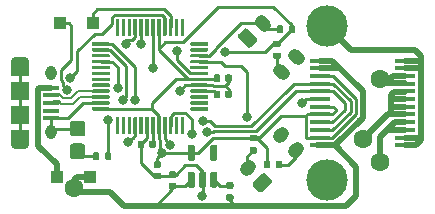
<source format=gtl>
G04 #@! TF.GenerationSoftware,KiCad,Pcbnew,5.1.5+dfsg1-2build2*
G04 #@! TF.CreationDate,2021-12-26T17:25:33+01:00*
G04 #@! TF.ProjectId,combined,636f6d62-696e-4656-942e-6b696361645f,rev?*
G04 #@! TF.SameCoordinates,Original*
G04 #@! TF.FileFunction,Copper,L1,Top*
G04 #@! TF.FilePolarity,Positive*
%FSLAX46Y46*%
G04 Gerber Fmt 4.6, Leading zero omitted, Abs format (unit mm)*
G04 Created by KiCad (PCBNEW 5.1.5+dfsg1-2build2) date 2021-12-26 17:25:33*
%MOMM*%
%LPD*%
G04 APERTURE LIST*
%ADD10C,0.100000*%
%ADD11C,1.100000*%
%ADD12R,1.750000X0.450000*%
%ADD13C,3.500000*%
%ADD14O,1.550000X0.890000*%
%ADD15R,1.550000X1.200000*%
%ADD16R,1.550000X1.500000*%
%ADD17O,0.950000X1.250000*%
%ADD18R,1.350000X0.400000*%
%ADD19R,1.100000X1.100000*%
%ADD20C,1.600000*%
%ADD21C,0.800000*%
%ADD22C,0.250000*%
%ADD23C,0.500000*%
%ADD24C,0.200000*%
G04 APERTURE END LIST*
G04 #@! TA.AperFunction,SMDPad,CuDef*
D10*
G36*
X84295304Y-37182004D02*
G01*
X84319573Y-37185604D01*
X84343371Y-37191565D01*
X84366471Y-37199830D01*
X84388649Y-37210320D01*
X84409693Y-37222933D01*
X84429398Y-37237547D01*
X84447577Y-37254023D01*
X84464053Y-37272202D01*
X84478667Y-37291907D01*
X84491280Y-37312951D01*
X84501770Y-37335129D01*
X84510035Y-37358229D01*
X84515996Y-37382027D01*
X84519596Y-37406296D01*
X84520800Y-37430800D01*
X84520800Y-38255800D01*
X84519596Y-38280304D01*
X84515996Y-38304573D01*
X84510035Y-38328371D01*
X84501770Y-38351471D01*
X84491280Y-38373649D01*
X84478667Y-38394693D01*
X84464053Y-38414398D01*
X84447577Y-38432577D01*
X84429398Y-38449053D01*
X84409693Y-38463667D01*
X84388649Y-38476280D01*
X84366471Y-38486770D01*
X84343371Y-38495035D01*
X84319573Y-38500996D01*
X84295304Y-38504596D01*
X84270800Y-38505800D01*
X83470800Y-38505800D01*
X83446296Y-38504596D01*
X83422027Y-38500996D01*
X83398229Y-38495035D01*
X83375129Y-38486770D01*
X83352951Y-38476280D01*
X83331907Y-38463667D01*
X83312202Y-38449053D01*
X83294023Y-38432577D01*
X83277547Y-38414398D01*
X83262933Y-38394693D01*
X83250320Y-38373649D01*
X83239830Y-38351471D01*
X83231565Y-38328371D01*
X83225604Y-38304573D01*
X83222004Y-38280304D01*
X83220800Y-38255800D01*
X83220800Y-37430800D01*
X83222004Y-37406296D01*
X83225604Y-37382027D01*
X83231565Y-37358229D01*
X83239830Y-37335129D01*
X83250320Y-37312951D01*
X83262933Y-37291907D01*
X83277547Y-37272202D01*
X83294023Y-37254023D01*
X83312202Y-37237547D01*
X83331907Y-37222933D01*
X83352951Y-37210320D01*
X83375129Y-37199830D01*
X83398229Y-37191565D01*
X83422027Y-37185604D01*
X83446296Y-37182004D01*
X83470800Y-37180800D01*
X84270800Y-37180800D01*
X84295304Y-37182004D01*
G37*
G04 #@! TD.AperFunction*
G04 #@! TA.AperFunction,SMDPad,CuDef*
G36*
X84295304Y-35257004D02*
G01*
X84319573Y-35260604D01*
X84343371Y-35266565D01*
X84366471Y-35274830D01*
X84388649Y-35285320D01*
X84409693Y-35297933D01*
X84429398Y-35312547D01*
X84447577Y-35329023D01*
X84464053Y-35347202D01*
X84478667Y-35366907D01*
X84491280Y-35387951D01*
X84501770Y-35410129D01*
X84510035Y-35433229D01*
X84515996Y-35457027D01*
X84519596Y-35481296D01*
X84520800Y-35505800D01*
X84520800Y-36330800D01*
X84519596Y-36355304D01*
X84515996Y-36379573D01*
X84510035Y-36403371D01*
X84501770Y-36426471D01*
X84491280Y-36448649D01*
X84478667Y-36469693D01*
X84464053Y-36489398D01*
X84447577Y-36507577D01*
X84429398Y-36524053D01*
X84409693Y-36538667D01*
X84388649Y-36551280D01*
X84366471Y-36561770D01*
X84343371Y-36570035D01*
X84319573Y-36575996D01*
X84295304Y-36579596D01*
X84270800Y-36580800D01*
X83470800Y-36580800D01*
X83446296Y-36579596D01*
X83422027Y-36575996D01*
X83398229Y-36570035D01*
X83375129Y-36561770D01*
X83352951Y-36551280D01*
X83331907Y-36538667D01*
X83312202Y-36524053D01*
X83294023Y-36507577D01*
X83277547Y-36489398D01*
X83262933Y-36469693D01*
X83250320Y-36448649D01*
X83239830Y-36426471D01*
X83231565Y-36403371D01*
X83225604Y-36379573D01*
X83222004Y-36355304D01*
X83220800Y-36330800D01*
X83220800Y-35505800D01*
X83222004Y-35481296D01*
X83225604Y-35457027D01*
X83231565Y-35433229D01*
X83239830Y-35410129D01*
X83250320Y-35387951D01*
X83262933Y-35366907D01*
X83277547Y-35347202D01*
X83294023Y-35329023D01*
X83312202Y-35312547D01*
X83331907Y-35297933D01*
X83352951Y-35285320D01*
X83375129Y-35274830D01*
X83398229Y-35266565D01*
X83422027Y-35260604D01*
X83446296Y-35257004D01*
X83470800Y-35255800D01*
X84270800Y-35255800D01*
X84295304Y-35257004D01*
G37*
G04 #@! TD.AperFunction*
G04 #@! TA.AperFunction,SMDPad,CuDef*
G36*
X85591832Y-37933050D02*
G01*
X85604937Y-37934994D01*
X85617788Y-37938213D01*
X85630262Y-37942676D01*
X85642239Y-37948341D01*
X85653602Y-37955152D01*
X85664243Y-37963044D01*
X85674059Y-37971941D01*
X85682956Y-37981757D01*
X85690848Y-37992398D01*
X85697659Y-38003761D01*
X85703324Y-38015738D01*
X85707787Y-38028212D01*
X85711006Y-38041063D01*
X85712950Y-38054168D01*
X85713600Y-38067400D01*
X85713600Y-38437400D01*
X85712950Y-38450632D01*
X85711006Y-38463737D01*
X85707787Y-38476588D01*
X85703324Y-38489062D01*
X85697659Y-38501039D01*
X85690848Y-38512402D01*
X85682956Y-38523043D01*
X85674059Y-38532859D01*
X85664243Y-38541756D01*
X85653602Y-38549648D01*
X85642239Y-38556459D01*
X85630262Y-38562124D01*
X85617788Y-38566587D01*
X85604937Y-38569806D01*
X85591832Y-38571750D01*
X85578600Y-38572400D01*
X85308600Y-38572400D01*
X85295368Y-38571750D01*
X85282263Y-38569806D01*
X85269412Y-38566587D01*
X85256938Y-38562124D01*
X85244961Y-38556459D01*
X85233598Y-38549648D01*
X85222957Y-38541756D01*
X85213141Y-38532859D01*
X85204244Y-38523043D01*
X85196352Y-38512402D01*
X85189541Y-38501039D01*
X85183876Y-38489062D01*
X85179413Y-38476588D01*
X85176194Y-38463737D01*
X85174250Y-38450632D01*
X85173600Y-38437400D01*
X85173600Y-38067400D01*
X85174250Y-38054168D01*
X85176194Y-38041063D01*
X85179413Y-38028212D01*
X85183876Y-38015738D01*
X85189541Y-38003761D01*
X85196352Y-37992398D01*
X85204244Y-37981757D01*
X85213141Y-37971941D01*
X85222957Y-37963044D01*
X85233598Y-37955152D01*
X85244961Y-37948341D01*
X85256938Y-37942676D01*
X85269412Y-37938213D01*
X85282263Y-37934994D01*
X85295368Y-37933050D01*
X85308600Y-37932400D01*
X85578600Y-37932400D01*
X85591832Y-37933050D01*
G37*
G04 #@! TD.AperFunction*
G04 #@! TA.AperFunction,SMDPad,CuDef*
G36*
X86611832Y-37933050D02*
G01*
X86624937Y-37934994D01*
X86637788Y-37938213D01*
X86650262Y-37942676D01*
X86662239Y-37948341D01*
X86673602Y-37955152D01*
X86684243Y-37963044D01*
X86694059Y-37971941D01*
X86702956Y-37981757D01*
X86710848Y-37992398D01*
X86717659Y-38003761D01*
X86723324Y-38015738D01*
X86727787Y-38028212D01*
X86731006Y-38041063D01*
X86732950Y-38054168D01*
X86733600Y-38067400D01*
X86733600Y-38437400D01*
X86732950Y-38450632D01*
X86731006Y-38463737D01*
X86727787Y-38476588D01*
X86723324Y-38489062D01*
X86717659Y-38501039D01*
X86710848Y-38512402D01*
X86702956Y-38523043D01*
X86694059Y-38532859D01*
X86684243Y-38541756D01*
X86673602Y-38549648D01*
X86662239Y-38556459D01*
X86650262Y-38562124D01*
X86637788Y-38566587D01*
X86624937Y-38569806D01*
X86611832Y-38571750D01*
X86598600Y-38572400D01*
X86328600Y-38572400D01*
X86315368Y-38571750D01*
X86302263Y-38569806D01*
X86289412Y-38566587D01*
X86276938Y-38562124D01*
X86264961Y-38556459D01*
X86253598Y-38549648D01*
X86242957Y-38541756D01*
X86233141Y-38532859D01*
X86224244Y-38523043D01*
X86216352Y-38512402D01*
X86209541Y-38501039D01*
X86203876Y-38489062D01*
X86199413Y-38476588D01*
X86196194Y-38463737D01*
X86194250Y-38450632D01*
X86193600Y-38437400D01*
X86193600Y-38067400D01*
X86194250Y-38054168D01*
X86196194Y-38041063D01*
X86199413Y-38028212D01*
X86203876Y-38015738D01*
X86209541Y-38003761D01*
X86216352Y-37992398D01*
X86224244Y-37981757D01*
X86233141Y-37971941D01*
X86242957Y-37963044D01*
X86253598Y-37955152D01*
X86264961Y-37948341D01*
X86276938Y-37942676D01*
X86289412Y-37938213D01*
X86302263Y-37934994D01*
X86315368Y-37933050D01*
X86328600Y-37932400D01*
X86598600Y-37932400D01*
X86611832Y-37933050D01*
G37*
G04 #@! TD.AperFunction*
G04 #@! TA.AperFunction,SMDPad,CuDef*
G36*
X93664703Y-37313222D02*
G01*
X93679264Y-37315382D01*
X93693543Y-37318959D01*
X93707403Y-37323918D01*
X93720710Y-37330212D01*
X93733336Y-37337780D01*
X93745159Y-37346548D01*
X93756066Y-37356434D01*
X93765952Y-37367341D01*
X93774720Y-37379164D01*
X93782288Y-37391790D01*
X93788582Y-37405097D01*
X93793541Y-37418957D01*
X93797118Y-37433236D01*
X93799278Y-37447797D01*
X93800000Y-37462500D01*
X93800000Y-38487500D01*
X93799278Y-38502203D01*
X93797118Y-38516764D01*
X93793541Y-38531043D01*
X93788582Y-38544903D01*
X93782288Y-38558210D01*
X93774720Y-38570836D01*
X93765952Y-38582659D01*
X93756066Y-38593566D01*
X93745159Y-38603452D01*
X93733336Y-38612220D01*
X93720710Y-38619788D01*
X93707403Y-38626082D01*
X93693543Y-38631041D01*
X93679264Y-38634618D01*
X93664703Y-38636778D01*
X93650000Y-38637500D01*
X93350000Y-38637500D01*
X93335297Y-38636778D01*
X93320736Y-38634618D01*
X93306457Y-38631041D01*
X93292597Y-38626082D01*
X93279290Y-38619788D01*
X93266664Y-38612220D01*
X93254841Y-38603452D01*
X93243934Y-38593566D01*
X93234048Y-38582659D01*
X93225280Y-38570836D01*
X93217712Y-38558210D01*
X93211418Y-38544903D01*
X93206459Y-38531043D01*
X93202882Y-38516764D01*
X93200722Y-38502203D01*
X93200000Y-38487500D01*
X93200000Y-37462500D01*
X93200722Y-37447797D01*
X93202882Y-37433236D01*
X93206459Y-37418957D01*
X93211418Y-37405097D01*
X93217712Y-37391790D01*
X93225280Y-37379164D01*
X93234048Y-37367341D01*
X93243934Y-37356434D01*
X93254841Y-37346548D01*
X93266664Y-37337780D01*
X93279290Y-37330212D01*
X93292597Y-37323918D01*
X93306457Y-37318959D01*
X93320736Y-37315382D01*
X93335297Y-37313222D01*
X93350000Y-37312500D01*
X93650000Y-37312500D01*
X93664703Y-37313222D01*
G37*
G04 #@! TD.AperFunction*
G04 #@! TA.AperFunction,SMDPad,CuDef*
G36*
X95564703Y-37313222D02*
G01*
X95579264Y-37315382D01*
X95593543Y-37318959D01*
X95607403Y-37323918D01*
X95620710Y-37330212D01*
X95633336Y-37337780D01*
X95645159Y-37346548D01*
X95656066Y-37356434D01*
X95665952Y-37367341D01*
X95674720Y-37379164D01*
X95682288Y-37391790D01*
X95688582Y-37405097D01*
X95693541Y-37418957D01*
X95697118Y-37433236D01*
X95699278Y-37447797D01*
X95700000Y-37462500D01*
X95700000Y-38487500D01*
X95699278Y-38502203D01*
X95697118Y-38516764D01*
X95693541Y-38531043D01*
X95688582Y-38544903D01*
X95682288Y-38558210D01*
X95674720Y-38570836D01*
X95665952Y-38582659D01*
X95656066Y-38593566D01*
X95645159Y-38603452D01*
X95633336Y-38612220D01*
X95620710Y-38619788D01*
X95607403Y-38626082D01*
X95593543Y-38631041D01*
X95579264Y-38634618D01*
X95564703Y-38636778D01*
X95550000Y-38637500D01*
X95250000Y-38637500D01*
X95235297Y-38636778D01*
X95220736Y-38634618D01*
X95206457Y-38631041D01*
X95192597Y-38626082D01*
X95179290Y-38619788D01*
X95166664Y-38612220D01*
X95154841Y-38603452D01*
X95143934Y-38593566D01*
X95134048Y-38582659D01*
X95125280Y-38570836D01*
X95117712Y-38558210D01*
X95111418Y-38544903D01*
X95106459Y-38531043D01*
X95102882Y-38516764D01*
X95100722Y-38502203D01*
X95100000Y-38487500D01*
X95100000Y-37462500D01*
X95100722Y-37447797D01*
X95102882Y-37433236D01*
X95106459Y-37418957D01*
X95111418Y-37405097D01*
X95117712Y-37391790D01*
X95125280Y-37379164D01*
X95134048Y-37367341D01*
X95143934Y-37356434D01*
X95154841Y-37346548D01*
X95166664Y-37337780D01*
X95179290Y-37330212D01*
X95192597Y-37323918D01*
X95206457Y-37318959D01*
X95220736Y-37315382D01*
X95235297Y-37313222D01*
X95250000Y-37312500D01*
X95550000Y-37312500D01*
X95564703Y-37313222D01*
G37*
G04 #@! TD.AperFunction*
G04 #@! TA.AperFunction,SMDPad,CuDef*
G36*
X95564703Y-39588222D02*
G01*
X95579264Y-39590382D01*
X95593543Y-39593959D01*
X95607403Y-39598918D01*
X95620710Y-39605212D01*
X95633336Y-39612780D01*
X95645159Y-39621548D01*
X95656066Y-39631434D01*
X95665952Y-39642341D01*
X95674720Y-39654164D01*
X95682288Y-39666790D01*
X95688582Y-39680097D01*
X95693541Y-39693957D01*
X95697118Y-39708236D01*
X95699278Y-39722797D01*
X95700000Y-39737500D01*
X95700000Y-40762500D01*
X95699278Y-40777203D01*
X95697118Y-40791764D01*
X95693541Y-40806043D01*
X95688582Y-40819903D01*
X95682288Y-40833210D01*
X95674720Y-40845836D01*
X95665952Y-40857659D01*
X95656066Y-40868566D01*
X95645159Y-40878452D01*
X95633336Y-40887220D01*
X95620710Y-40894788D01*
X95607403Y-40901082D01*
X95593543Y-40906041D01*
X95579264Y-40909618D01*
X95564703Y-40911778D01*
X95550000Y-40912500D01*
X95250000Y-40912500D01*
X95235297Y-40911778D01*
X95220736Y-40909618D01*
X95206457Y-40906041D01*
X95192597Y-40901082D01*
X95179290Y-40894788D01*
X95166664Y-40887220D01*
X95154841Y-40878452D01*
X95143934Y-40868566D01*
X95134048Y-40857659D01*
X95125280Y-40845836D01*
X95117712Y-40833210D01*
X95111418Y-40819903D01*
X95106459Y-40806043D01*
X95102882Y-40791764D01*
X95100722Y-40777203D01*
X95100000Y-40762500D01*
X95100000Y-39737500D01*
X95100722Y-39722797D01*
X95102882Y-39708236D01*
X95106459Y-39693957D01*
X95111418Y-39680097D01*
X95117712Y-39666790D01*
X95125280Y-39654164D01*
X95134048Y-39642341D01*
X95143934Y-39631434D01*
X95154841Y-39621548D01*
X95166664Y-39612780D01*
X95179290Y-39605212D01*
X95192597Y-39598918D01*
X95206457Y-39593959D01*
X95220736Y-39590382D01*
X95235297Y-39588222D01*
X95250000Y-39587500D01*
X95550000Y-39587500D01*
X95564703Y-39588222D01*
G37*
G04 #@! TD.AperFunction*
G04 #@! TA.AperFunction,SMDPad,CuDef*
G36*
X94614703Y-39588222D02*
G01*
X94629264Y-39590382D01*
X94643543Y-39593959D01*
X94657403Y-39598918D01*
X94670710Y-39605212D01*
X94683336Y-39612780D01*
X94695159Y-39621548D01*
X94706066Y-39631434D01*
X94715952Y-39642341D01*
X94724720Y-39654164D01*
X94732288Y-39666790D01*
X94738582Y-39680097D01*
X94743541Y-39693957D01*
X94747118Y-39708236D01*
X94749278Y-39722797D01*
X94750000Y-39737500D01*
X94750000Y-40762500D01*
X94749278Y-40777203D01*
X94747118Y-40791764D01*
X94743541Y-40806043D01*
X94738582Y-40819903D01*
X94732288Y-40833210D01*
X94724720Y-40845836D01*
X94715952Y-40857659D01*
X94706066Y-40868566D01*
X94695159Y-40878452D01*
X94683336Y-40887220D01*
X94670710Y-40894788D01*
X94657403Y-40901082D01*
X94643543Y-40906041D01*
X94629264Y-40909618D01*
X94614703Y-40911778D01*
X94600000Y-40912500D01*
X94300000Y-40912500D01*
X94285297Y-40911778D01*
X94270736Y-40909618D01*
X94256457Y-40906041D01*
X94242597Y-40901082D01*
X94229290Y-40894788D01*
X94216664Y-40887220D01*
X94204841Y-40878452D01*
X94193934Y-40868566D01*
X94184048Y-40857659D01*
X94175280Y-40845836D01*
X94167712Y-40833210D01*
X94161418Y-40819903D01*
X94156459Y-40806043D01*
X94152882Y-40791764D01*
X94150722Y-40777203D01*
X94150000Y-40762500D01*
X94150000Y-39737500D01*
X94150722Y-39722797D01*
X94152882Y-39708236D01*
X94156459Y-39693957D01*
X94161418Y-39680097D01*
X94167712Y-39666790D01*
X94175280Y-39654164D01*
X94184048Y-39642341D01*
X94193934Y-39631434D01*
X94204841Y-39621548D01*
X94216664Y-39612780D01*
X94229290Y-39605212D01*
X94242597Y-39598918D01*
X94256457Y-39593959D01*
X94270736Y-39590382D01*
X94285297Y-39588222D01*
X94300000Y-39587500D01*
X94600000Y-39587500D01*
X94614703Y-39588222D01*
G37*
G04 #@! TD.AperFunction*
G04 #@! TA.AperFunction,SMDPad,CuDef*
G36*
X93664703Y-39588222D02*
G01*
X93679264Y-39590382D01*
X93693543Y-39593959D01*
X93707403Y-39598918D01*
X93720710Y-39605212D01*
X93733336Y-39612780D01*
X93745159Y-39621548D01*
X93756066Y-39631434D01*
X93765952Y-39642341D01*
X93774720Y-39654164D01*
X93782288Y-39666790D01*
X93788582Y-39680097D01*
X93793541Y-39693957D01*
X93797118Y-39708236D01*
X93799278Y-39722797D01*
X93800000Y-39737500D01*
X93800000Y-40762500D01*
X93799278Y-40777203D01*
X93797118Y-40791764D01*
X93793541Y-40806043D01*
X93788582Y-40819903D01*
X93782288Y-40833210D01*
X93774720Y-40845836D01*
X93765952Y-40857659D01*
X93756066Y-40868566D01*
X93745159Y-40878452D01*
X93733336Y-40887220D01*
X93720710Y-40894788D01*
X93707403Y-40901082D01*
X93693543Y-40906041D01*
X93679264Y-40909618D01*
X93664703Y-40911778D01*
X93650000Y-40912500D01*
X93350000Y-40912500D01*
X93335297Y-40911778D01*
X93320736Y-40909618D01*
X93306457Y-40906041D01*
X93292597Y-40901082D01*
X93279290Y-40894788D01*
X93266664Y-40887220D01*
X93254841Y-40878452D01*
X93243934Y-40868566D01*
X93234048Y-40857659D01*
X93225280Y-40845836D01*
X93217712Y-40833210D01*
X93211418Y-40819903D01*
X93206459Y-40806043D01*
X93202882Y-40791764D01*
X93200722Y-40777203D01*
X93200000Y-40762500D01*
X93200000Y-39737500D01*
X93200722Y-39722797D01*
X93202882Y-39708236D01*
X93206459Y-39693957D01*
X93211418Y-39680097D01*
X93217712Y-39666790D01*
X93225280Y-39654164D01*
X93234048Y-39642341D01*
X93243934Y-39631434D01*
X93254841Y-39621548D01*
X93266664Y-39612780D01*
X93279290Y-39605212D01*
X93292597Y-39598918D01*
X93306457Y-39593959D01*
X93320736Y-39590382D01*
X93335297Y-39588222D01*
X93350000Y-39587500D01*
X93650000Y-39587500D01*
X93664703Y-39588222D01*
G37*
G04 #@! TD.AperFunction*
D11*
X102209798Y-29664214D02*
X102492640Y-29947056D01*
X100937006Y-30937006D02*
X101219848Y-31219848D01*
G04 #@! TA.AperFunction,ComponentPad*
D10*
G36*
X98133054Y-27435392D02*
G01*
X98157293Y-27438988D01*
X98181063Y-27444942D01*
X98204135Y-27453197D01*
X98226287Y-27463674D01*
X98247305Y-27476272D01*
X98266987Y-27490869D01*
X98285144Y-27507325D01*
X98992675Y-28214856D01*
X99009131Y-28233013D01*
X99023728Y-28252695D01*
X99036326Y-28273713D01*
X99046803Y-28295865D01*
X99055058Y-28318937D01*
X99061012Y-28342707D01*
X99064608Y-28366946D01*
X99065810Y-28391421D01*
X99064608Y-28415896D01*
X99061012Y-28440135D01*
X99055058Y-28463905D01*
X99046803Y-28486977D01*
X99036326Y-28509129D01*
X99023728Y-28530147D01*
X99009131Y-28549829D01*
X98992675Y-28567986D01*
X98567986Y-28992675D01*
X98549829Y-29009131D01*
X98530147Y-29023728D01*
X98509129Y-29036326D01*
X98486977Y-29046803D01*
X98463905Y-29055058D01*
X98440135Y-29061012D01*
X98415896Y-29064608D01*
X98391421Y-29065810D01*
X98366946Y-29064608D01*
X98342707Y-29061012D01*
X98318937Y-29055058D01*
X98295865Y-29046803D01*
X98273713Y-29036326D01*
X98252695Y-29023728D01*
X98233013Y-29009131D01*
X98214856Y-28992675D01*
X97507325Y-28285144D01*
X97490869Y-28266987D01*
X97476272Y-28247305D01*
X97463674Y-28226287D01*
X97453197Y-28204135D01*
X97444942Y-28181063D01*
X97438988Y-28157293D01*
X97435392Y-28133054D01*
X97434190Y-28108579D01*
X97435392Y-28084104D01*
X97438988Y-28059865D01*
X97444942Y-28036095D01*
X97453197Y-28013023D01*
X97463674Y-27990871D01*
X97476272Y-27969853D01*
X97490869Y-27950171D01*
X97507325Y-27932014D01*
X97932014Y-27507325D01*
X97950171Y-27490869D01*
X97969853Y-27476272D01*
X97990871Y-27463674D01*
X98013023Y-27453197D01*
X98036095Y-27444942D01*
X98059865Y-27438988D01*
X98084104Y-27435392D01*
X98108579Y-27434190D01*
X98133054Y-27435392D01*
G37*
G04 #@! TD.AperFunction*
D11*
X99381371Y-26835787D02*
X99664213Y-27118629D01*
X100914214Y-36540202D02*
X101197056Y-36257360D01*
X102187006Y-37812994D02*
X102469848Y-37530152D01*
G04 #@! TA.AperFunction,ComponentPad*
D10*
G36*
X99665896Y-39685392D02*
G01*
X99690135Y-39688988D01*
X99713905Y-39694942D01*
X99736977Y-39703197D01*
X99759129Y-39713674D01*
X99780147Y-39726272D01*
X99799829Y-39740869D01*
X99817986Y-39757325D01*
X100242675Y-40182014D01*
X100259131Y-40200171D01*
X100273728Y-40219853D01*
X100286326Y-40240871D01*
X100296803Y-40263023D01*
X100305058Y-40286095D01*
X100311012Y-40309865D01*
X100314608Y-40334104D01*
X100315810Y-40358579D01*
X100314608Y-40383054D01*
X100311012Y-40407293D01*
X100305058Y-40431063D01*
X100296803Y-40454135D01*
X100286326Y-40476287D01*
X100273728Y-40497305D01*
X100259131Y-40516987D01*
X100242675Y-40535144D01*
X99535144Y-41242675D01*
X99516987Y-41259131D01*
X99497305Y-41273728D01*
X99476287Y-41286326D01*
X99454135Y-41296803D01*
X99431063Y-41305058D01*
X99407293Y-41311012D01*
X99383054Y-41314608D01*
X99358579Y-41315810D01*
X99334104Y-41314608D01*
X99309865Y-41311012D01*
X99286095Y-41305058D01*
X99263023Y-41296803D01*
X99240871Y-41286326D01*
X99219853Y-41273728D01*
X99200171Y-41259131D01*
X99182014Y-41242675D01*
X98757325Y-40817986D01*
X98740869Y-40799829D01*
X98726272Y-40780147D01*
X98713674Y-40759129D01*
X98703197Y-40736977D01*
X98694942Y-40713905D01*
X98688988Y-40690135D01*
X98685392Y-40665896D01*
X98684190Y-40641421D01*
X98685392Y-40616946D01*
X98688988Y-40592707D01*
X98694942Y-40568937D01*
X98703197Y-40545865D01*
X98713674Y-40523713D01*
X98726272Y-40502695D01*
X98740869Y-40483013D01*
X98757325Y-40464856D01*
X99464856Y-39757325D01*
X99483013Y-39740869D01*
X99502695Y-39726272D01*
X99523713Y-39713674D01*
X99545865Y-39703197D01*
X99568937Y-39694942D01*
X99592707Y-39688988D01*
X99616946Y-39685392D01*
X99641421Y-39684190D01*
X99665896Y-39685392D01*
G37*
G04 #@! TD.AperFunction*
D11*
X98085787Y-39368629D02*
X98368629Y-39085787D01*
D12*
X104400000Y-37325000D03*
X104400000Y-36675000D03*
X104400000Y-36025000D03*
X104400000Y-35375000D03*
X104400000Y-34725000D03*
X104400000Y-34075000D03*
X104400000Y-33425000D03*
X104400000Y-32775000D03*
X104400000Y-32125000D03*
X104400000Y-31475000D03*
X104400000Y-30825000D03*
X104400000Y-30175000D03*
X111600000Y-30175000D03*
X111600000Y-30825000D03*
X111600000Y-31475000D03*
X111600000Y-32125000D03*
X111600000Y-32775000D03*
X111600000Y-33425000D03*
X111600000Y-34075000D03*
X111600000Y-34725000D03*
X111600000Y-35375000D03*
X111600000Y-36025000D03*
X111600000Y-36675000D03*
X111600000Y-37325000D03*
G04 #@! TA.AperFunction,SMDPad,CuDef*
D10*
G36*
X92832351Y-34925361D02*
G01*
X92839632Y-34926441D01*
X92846771Y-34928229D01*
X92853701Y-34930709D01*
X92860355Y-34933856D01*
X92866668Y-34937640D01*
X92872579Y-34942024D01*
X92878033Y-34946967D01*
X92882976Y-34952421D01*
X92887360Y-34958332D01*
X92891144Y-34964645D01*
X92894291Y-34971299D01*
X92896771Y-34978229D01*
X92898559Y-34985368D01*
X92899639Y-34992649D01*
X92900000Y-35000000D01*
X92900000Y-36325000D01*
X92899639Y-36332351D01*
X92898559Y-36339632D01*
X92896771Y-36346771D01*
X92894291Y-36353701D01*
X92891144Y-36360355D01*
X92887360Y-36366668D01*
X92882976Y-36372579D01*
X92878033Y-36378033D01*
X92872579Y-36382976D01*
X92866668Y-36387360D01*
X92860355Y-36391144D01*
X92853701Y-36394291D01*
X92846771Y-36396771D01*
X92839632Y-36398559D01*
X92832351Y-36399639D01*
X92825000Y-36400000D01*
X92675000Y-36400000D01*
X92667649Y-36399639D01*
X92660368Y-36398559D01*
X92653229Y-36396771D01*
X92646299Y-36394291D01*
X92639645Y-36391144D01*
X92633332Y-36387360D01*
X92627421Y-36382976D01*
X92621967Y-36378033D01*
X92617024Y-36372579D01*
X92612640Y-36366668D01*
X92608856Y-36360355D01*
X92605709Y-36353701D01*
X92603229Y-36346771D01*
X92601441Y-36339632D01*
X92600361Y-36332351D01*
X92600000Y-36325000D01*
X92600000Y-35000000D01*
X92600361Y-34992649D01*
X92601441Y-34985368D01*
X92603229Y-34978229D01*
X92605709Y-34971299D01*
X92608856Y-34964645D01*
X92612640Y-34958332D01*
X92617024Y-34952421D01*
X92621967Y-34946967D01*
X92627421Y-34942024D01*
X92633332Y-34937640D01*
X92639645Y-34933856D01*
X92646299Y-34930709D01*
X92653229Y-34928229D01*
X92660368Y-34926441D01*
X92667649Y-34925361D01*
X92675000Y-34925000D01*
X92825000Y-34925000D01*
X92832351Y-34925361D01*
G37*
G04 #@! TD.AperFunction*
G04 #@! TA.AperFunction,SMDPad,CuDef*
G36*
X92332351Y-34925361D02*
G01*
X92339632Y-34926441D01*
X92346771Y-34928229D01*
X92353701Y-34930709D01*
X92360355Y-34933856D01*
X92366668Y-34937640D01*
X92372579Y-34942024D01*
X92378033Y-34946967D01*
X92382976Y-34952421D01*
X92387360Y-34958332D01*
X92391144Y-34964645D01*
X92394291Y-34971299D01*
X92396771Y-34978229D01*
X92398559Y-34985368D01*
X92399639Y-34992649D01*
X92400000Y-35000000D01*
X92400000Y-36325000D01*
X92399639Y-36332351D01*
X92398559Y-36339632D01*
X92396771Y-36346771D01*
X92394291Y-36353701D01*
X92391144Y-36360355D01*
X92387360Y-36366668D01*
X92382976Y-36372579D01*
X92378033Y-36378033D01*
X92372579Y-36382976D01*
X92366668Y-36387360D01*
X92360355Y-36391144D01*
X92353701Y-36394291D01*
X92346771Y-36396771D01*
X92339632Y-36398559D01*
X92332351Y-36399639D01*
X92325000Y-36400000D01*
X92175000Y-36400000D01*
X92167649Y-36399639D01*
X92160368Y-36398559D01*
X92153229Y-36396771D01*
X92146299Y-36394291D01*
X92139645Y-36391144D01*
X92133332Y-36387360D01*
X92127421Y-36382976D01*
X92121967Y-36378033D01*
X92117024Y-36372579D01*
X92112640Y-36366668D01*
X92108856Y-36360355D01*
X92105709Y-36353701D01*
X92103229Y-36346771D01*
X92101441Y-36339632D01*
X92100361Y-36332351D01*
X92100000Y-36325000D01*
X92100000Y-35000000D01*
X92100361Y-34992649D01*
X92101441Y-34985368D01*
X92103229Y-34978229D01*
X92105709Y-34971299D01*
X92108856Y-34964645D01*
X92112640Y-34958332D01*
X92117024Y-34952421D01*
X92121967Y-34946967D01*
X92127421Y-34942024D01*
X92133332Y-34937640D01*
X92139645Y-34933856D01*
X92146299Y-34930709D01*
X92153229Y-34928229D01*
X92160368Y-34926441D01*
X92167649Y-34925361D01*
X92175000Y-34925000D01*
X92325000Y-34925000D01*
X92332351Y-34925361D01*
G37*
G04 #@! TD.AperFunction*
G04 #@! TA.AperFunction,SMDPad,CuDef*
G36*
X91832351Y-34925361D02*
G01*
X91839632Y-34926441D01*
X91846771Y-34928229D01*
X91853701Y-34930709D01*
X91860355Y-34933856D01*
X91866668Y-34937640D01*
X91872579Y-34942024D01*
X91878033Y-34946967D01*
X91882976Y-34952421D01*
X91887360Y-34958332D01*
X91891144Y-34964645D01*
X91894291Y-34971299D01*
X91896771Y-34978229D01*
X91898559Y-34985368D01*
X91899639Y-34992649D01*
X91900000Y-35000000D01*
X91900000Y-36325000D01*
X91899639Y-36332351D01*
X91898559Y-36339632D01*
X91896771Y-36346771D01*
X91894291Y-36353701D01*
X91891144Y-36360355D01*
X91887360Y-36366668D01*
X91882976Y-36372579D01*
X91878033Y-36378033D01*
X91872579Y-36382976D01*
X91866668Y-36387360D01*
X91860355Y-36391144D01*
X91853701Y-36394291D01*
X91846771Y-36396771D01*
X91839632Y-36398559D01*
X91832351Y-36399639D01*
X91825000Y-36400000D01*
X91675000Y-36400000D01*
X91667649Y-36399639D01*
X91660368Y-36398559D01*
X91653229Y-36396771D01*
X91646299Y-36394291D01*
X91639645Y-36391144D01*
X91633332Y-36387360D01*
X91627421Y-36382976D01*
X91621967Y-36378033D01*
X91617024Y-36372579D01*
X91612640Y-36366668D01*
X91608856Y-36360355D01*
X91605709Y-36353701D01*
X91603229Y-36346771D01*
X91601441Y-36339632D01*
X91600361Y-36332351D01*
X91600000Y-36325000D01*
X91600000Y-35000000D01*
X91600361Y-34992649D01*
X91601441Y-34985368D01*
X91603229Y-34978229D01*
X91605709Y-34971299D01*
X91608856Y-34964645D01*
X91612640Y-34958332D01*
X91617024Y-34952421D01*
X91621967Y-34946967D01*
X91627421Y-34942024D01*
X91633332Y-34937640D01*
X91639645Y-34933856D01*
X91646299Y-34930709D01*
X91653229Y-34928229D01*
X91660368Y-34926441D01*
X91667649Y-34925361D01*
X91675000Y-34925000D01*
X91825000Y-34925000D01*
X91832351Y-34925361D01*
G37*
G04 #@! TD.AperFunction*
G04 #@! TA.AperFunction,SMDPad,CuDef*
G36*
X91332351Y-34925361D02*
G01*
X91339632Y-34926441D01*
X91346771Y-34928229D01*
X91353701Y-34930709D01*
X91360355Y-34933856D01*
X91366668Y-34937640D01*
X91372579Y-34942024D01*
X91378033Y-34946967D01*
X91382976Y-34952421D01*
X91387360Y-34958332D01*
X91391144Y-34964645D01*
X91394291Y-34971299D01*
X91396771Y-34978229D01*
X91398559Y-34985368D01*
X91399639Y-34992649D01*
X91400000Y-35000000D01*
X91400000Y-36325000D01*
X91399639Y-36332351D01*
X91398559Y-36339632D01*
X91396771Y-36346771D01*
X91394291Y-36353701D01*
X91391144Y-36360355D01*
X91387360Y-36366668D01*
X91382976Y-36372579D01*
X91378033Y-36378033D01*
X91372579Y-36382976D01*
X91366668Y-36387360D01*
X91360355Y-36391144D01*
X91353701Y-36394291D01*
X91346771Y-36396771D01*
X91339632Y-36398559D01*
X91332351Y-36399639D01*
X91325000Y-36400000D01*
X91175000Y-36400000D01*
X91167649Y-36399639D01*
X91160368Y-36398559D01*
X91153229Y-36396771D01*
X91146299Y-36394291D01*
X91139645Y-36391144D01*
X91133332Y-36387360D01*
X91127421Y-36382976D01*
X91121967Y-36378033D01*
X91117024Y-36372579D01*
X91112640Y-36366668D01*
X91108856Y-36360355D01*
X91105709Y-36353701D01*
X91103229Y-36346771D01*
X91101441Y-36339632D01*
X91100361Y-36332351D01*
X91100000Y-36325000D01*
X91100000Y-35000000D01*
X91100361Y-34992649D01*
X91101441Y-34985368D01*
X91103229Y-34978229D01*
X91105709Y-34971299D01*
X91108856Y-34964645D01*
X91112640Y-34958332D01*
X91117024Y-34952421D01*
X91121967Y-34946967D01*
X91127421Y-34942024D01*
X91133332Y-34937640D01*
X91139645Y-34933856D01*
X91146299Y-34930709D01*
X91153229Y-34928229D01*
X91160368Y-34926441D01*
X91167649Y-34925361D01*
X91175000Y-34925000D01*
X91325000Y-34925000D01*
X91332351Y-34925361D01*
G37*
G04 #@! TD.AperFunction*
G04 #@! TA.AperFunction,SMDPad,CuDef*
G36*
X90832351Y-34925361D02*
G01*
X90839632Y-34926441D01*
X90846771Y-34928229D01*
X90853701Y-34930709D01*
X90860355Y-34933856D01*
X90866668Y-34937640D01*
X90872579Y-34942024D01*
X90878033Y-34946967D01*
X90882976Y-34952421D01*
X90887360Y-34958332D01*
X90891144Y-34964645D01*
X90894291Y-34971299D01*
X90896771Y-34978229D01*
X90898559Y-34985368D01*
X90899639Y-34992649D01*
X90900000Y-35000000D01*
X90900000Y-36325000D01*
X90899639Y-36332351D01*
X90898559Y-36339632D01*
X90896771Y-36346771D01*
X90894291Y-36353701D01*
X90891144Y-36360355D01*
X90887360Y-36366668D01*
X90882976Y-36372579D01*
X90878033Y-36378033D01*
X90872579Y-36382976D01*
X90866668Y-36387360D01*
X90860355Y-36391144D01*
X90853701Y-36394291D01*
X90846771Y-36396771D01*
X90839632Y-36398559D01*
X90832351Y-36399639D01*
X90825000Y-36400000D01*
X90675000Y-36400000D01*
X90667649Y-36399639D01*
X90660368Y-36398559D01*
X90653229Y-36396771D01*
X90646299Y-36394291D01*
X90639645Y-36391144D01*
X90633332Y-36387360D01*
X90627421Y-36382976D01*
X90621967Y-36378033D01*
X90617024Y-36372579D01*
X90612640Y-36366668D01*
X90608856Y-36360355D01*
X90605709Y-36353701D01*
X90603229Y-36346771D01*
X90601441Y-36339632D01*
X90600361Y-36332351D01*
X90600000Y-36325000D01*
X90600000Y-35000000D01*
X90600361Y-34992649D01*
X90601441Y-34985368D01*
X90603229Y-34978229D01*
X90605709Y-34971299D01*
X90608856Y-34964645D01*
X90612640Y-34958332D01*
X90617024Y-34952421D01*
X90621967Y-34946967D01*
X90627421Y-34942024D01*
X90633332Y-34937640D01*
X90639645Y-34933856D01*
X90646299Y-34930709D01*
X90653229Y-34928229D01*
X90660368Y-34926441D01*
X90667649Y-34925361D01*
X90675000Y-34925000D01*
X90825000Y-34925000D01*
X90832351Y-34925361D01*
G37*
G04 #@! TD.AperFunction*
G04 #@! TA.AperFunction,SMDPad,CuDef*
G36*
X90332351Y-34925361D02*
G01*
X90339632Y-34926441D01*
X90346771Y-34928229D01*
X90353701Y-34930709D01*
X90360355Y-34933856D01*
X90366668Y-34937640D01*
X90372579Y-34942024D01*
X90378033Y-34946967D01*
X90382976Y-34952421D01*
X90387360Y-34958332D01*
X90391144Y-34964645D01*
X90394291Y-34971299D01*
X90396771Y-34978229D01*
X90398559Y-34985368D01*
X90399639Y-34992649D01*
X90400000Y-35000000D01*
X90400000Y-36325000D01*
X90399639Y-36332351D01*
X90398559Y-36339632D01*
X90396771Y-36346771D01*
X90394291Y-36353701D01*
X90391144Y-36360355D01*
X90387360Y-36366668D01*
X90382976Y-36372579D01*
X90378033Y-36378033D01*
X90372579Y-36382976D01*
X90366668Y-36387360D01*
X90360355Y-36391144D01*
X90353701Y-36394291D01*
X90346771Y-36396771D01*
X90339632Y-36398559D01*
X90332351Y-36399639D01*
X90325000Y-36400000D01*
X90175000Y-36400000D01*
X90167649Y-36399639D01*
X90160368Y-36398559D01*
X90153229Y-36396771D01*
X90146299Y-36394291D01*
X90139645Y-36391144D01*
X90133332Y-36387360D01*
X90127421Y-36382976D01*
X90121967Y-36378033D01*
X90117024Y-36372579D01*
X90112640Y-36366668D01*
X90108856Y-36360355D01*
X90105709Y-36353701D01*
X90103229Y-36346771D01*
X90101441Y-36339632D01*
X90100361Y-36332351D01*
X90100000Y-36325000D01*
X90100000Y-35000000D01*
X90100361Y-34992649D01*
X90101441Y-34985368D01*
X90103229Y-34978229D01*
X90105709Y-34971299D01*
X90108856Y-34964645D01*
X90112640Y-34958332D01*
X90117024Y-34952421D01*
X90121967Y-34946967D01*
X90127421Y-34942024D01*
X90133332Y-34937640D01*
X90139645Y-34933856D01*
X90146299Y-34930709D01*
X90153229Y-34928229D01*
X90160368Y-34926441D01*
X90167649Y-34925361D01*
X90175000Y-34925000D01*
X90325000Y-34925000D01*
X90332351Y-34925361D01*
G37*
G04 #@! TD.AperFunction*
G04 #@! TA.AperFunction,SMDPad,CuDef*
G36*
X89832351Y-34925361D02*
G01*
X89839632Y-34926441D01*
X89846771Y-34928229D01*
X89853701Y-34930709D01*
X89860355Y-34933856D01*
X89866668Y-34937640D01*
X89872579Y-34942024D01*
X89878033Y-34946967D01*
X89882976Y-34952421D01*
X89887360Y-34958332D01*
X89891144Y-34964645D01*
X89894291Y-34971299D01*
X89896771Y-34978229D01*
X89898559Y-34985368D01*
X89899639Y-34992649D01*
X89900000Y-35000000D01*
X89900000Y-36325000D01*
X89899639Y-36332351D01*
X89898559Y-36339632D01*
X89896771Y-36346771D01*
X89894291Y-36353701D01*
X89891144Y-36360355D01*
X89887360Y-36366668D01*
X89882976Y-36372579D01*
X89878033Y-36378033D01*
X89872579Y-36382976D01*
X89866668Y-36387360D01*
X89860355Y-36391144D01*
X89853701Y-36394291D01*
X89846771Y-36396771D01*
X89839632Y-36398559D01*
X89832351Y-36399639D01*
X89825000Y-36400000D01*
X89675000Y-36400000D01*
X89667649Y-36399639D01*
X89660368Y-36398559D01*
X89653229Y-36396771D01*
X89646299Y-36394291D01*
X89639645Y-36391144D01*
X89633332Y-36387360D01*
X89627421Y-36382976D01*
X89621967Y-36378033D01*
X89617024Y-36372579D01*
X89612640Y-36366668D01*
X89608856Y-36360355D01*
X89605709Y-36353701D01*
X89603229Y-36346771D01*
X89601441Y-36339632D01*
X89600361Y-36332351D01*
X89600000Y-36325000D01*
X89600000Y-35000000D01*
X89600361Y-34992649D01*
X89601441Y-34985368D01*
X89603229Y-34978229D01*
X89605709Y-34971299D01*
X89608856Y-34964645D01*
X89612640Y-34958332D01*
X89617024Y-34952421D01*
X89621967Y-34946967D01*
X89627421Y-34942024D01*
X89633332Y-34937640D01*
X89639645Y-34933856D01*
X89646299Y-34930709D01*
X89653229Y-34928229D01*
X89660368Y-34926441D01*
X89667649Y-34925361D01*
X89675000Y-34925000D01*
X89825000Y-34925000D01*
X89832351Y-34925361D01*
G37*
G04 #@! TD.AperFunction*
G04 #@! TA.AperFunction,SMDPad,CuDef*
G36*
X89332351Y-34925361D02*
G01*
X89339632Y-34926441D01*
X89346771Y-34928229D01*
X89353701Y-34930709D01*
X89360355Y-34933856D01*
X89366668Y-34937640D01*
X89372579Y-34942024D01*
X89378033Y-34946967D01*
X89382976Y-34952421D01*
X89387360Y-34958332D01*
X89391144Y-34964645D01*
X89394291Y-34971299D01*
X89396771Y-34978229D01*
X89398559Y-34985368D01*
X89399639Y-34992649D01*
X89400000Y-35000000D01*
X89400000Y-36325000D01*
X89399639Y-36332351D01*
X89398559Y-36339632D01*
X89396771Y-36346771D01*
X89394291Y-36353701D01*
X89391144Y-36360355D01*
X89387360Y-36366668D01*
X89382976Y-36372579D01*
X89378033Y-36378033D01*
X89372579Y-36382976D01*
X89366668Y-36387360D01*
X89360355Y-36391144D01*
X89353701Y-36394291D01*
X89346771Y-36396771D01*
X89339632Y-36398559D01*
X89332351Y-36399639D01*
X89325000Y-36400000D01*
X89175000Y-36400000D01*
X89167649Y-36399639D01*
X89160368Y-36398559D01*
X89153229Y-36396771D01*
X89146299Y-36394291D01*
X89139645Y-36391144D01*
X89133332Y-36387360D01*
X89127421Y-36382976D01*
X89121967Y-36378033D01*
X89117024Y-36372579D01*
X89112640Y-36366668D01*
X89108856Y-36360355D01*
X89105709Y-36353701D01*
X89103229Y-36346771D01*
X89101441Y-36339632D01*
X89100361Y-36332351D01*
X89100000Y-36325000D01*
X89100000Y-35000000D01*
X89100361Y-34992649D01*
X89101441Y-34985368D01*
X89103229Y-34978229D01*
X89105709Y-34971299D01*
X89108856Y-34964645D01*
X89112640Y-34958332D01*
X89117024Y-34952421D01*
X89121967Y-34946967D01*
X89127421Y-34942024D01*
X89133332Y-34937640D01*
X89139645Y-34933856D01*
X89146299Y-34930709D01*
X89153229Y-34928229D01*
X89160368Y-34926441D01*
X89167649Y-34925361D01*
X89175000Y-34925000D01*
X89325000Y-34925000D01*
X89332351Y-34925361D01*
G37*
G04 #@! TD.AperFunction*
G04 #@! TA.AperFunction,SMDPad,CuDef*
G36*
X88832351Y-34925361D02*
G01*
X88839632Y-34926441D01*
X88846771Y-34928229D01*
X88853701Y-34930709D01*
X88860355Y-34933856D01*
X88866668Y-34937640D01*
X88872579Y-34942024D01*
X88878033Y-34946967D01*
X88882976Y-34952421D01*
X88887360Y-34958332D01*
X88891144Y-34964645D01*
X88894291Y-34971299D01*
X88896771Y-34978229D01*
X88898559Y-34985368D01*
X88899639Y-34992649D01*
X88900000Y-35000000D01*
X88900000Y-36325000D01*
X88899639Y-36332351D01*
X88898559Y-36339632D01*
X88896771Y-36346771D01*
X88894291Y-36353701D01*
X88891144Y-36360355D01*
X88887360Y-36366668D01*
X88882976Y-36372579D01*
X88878033Y-36378033D01*
X88872579Y-36382976D01*
X88866668Y-36387360D01*
X88860355Y-36391144D01*
X88853701Y-36394291D01*
X88846771Y-36396771D01*
X88839632Y-36398559D01*
X88832351Y-36399639D01*
X88825000Y-36400000D01*
X88675000Y-36400000D01*
X88667649Y-36399639D01*
X88660368Y-36398559D01*
X88653229Y-36396771D01*
X88646299Y-36394291D01*
X88639645Y-36391144D01*
X88633332Y-36387360D01*
X88627421Y-36382976D01*
X88621967Y-36378033D01*
X88617024Y-36372579D01*
X88612640Y-36366668D01*
X88608856Y-36360355D01*
X88605709Y-36353701D01*
X88603229Y-36346771D01*
X88601441Y-36339632D01*
X88600361Y-36332351D01*
X88600000Y-36325000D01*
X88600000Y-35000000D01*
X88600361Y-34992649D01*
X88601441Y-34985368D01*
X88603229Y-34978229D01*
X88605709Y-34971299D01*
X88608856Y-34964645D01*
X88612640Y-34958332D01*
X88617024Y-34952421D01*
X88621967Y-34946967D01*
X88627421Y-34942024D01*
X88633332Y-34937640D01*
X88639645Y-34933856D01*
X88646299Y-34930709D01*
X88653229Y-34928229D01*
X88660368Y-34926441D01*
X88667649Y-34925361D01*
X88675000Y-34925000D01*
X88825000Y-34925000D01*
X88832351Y-34925361D01*
G37*
G04 #@! TD.AperFunction*
G04 #@! TA.AperFunction,SMDPad,CuDef*
G36*
X88332351Y-34925361D02*
G01*
X88339632Y-34926441D01*
X88346771Y-34928229D01*
X88353701Y-34930709D01*
X88360355Y-34933856D01*
X88366668Y-34937640D01*
X88372579Y-34942024D01*
X88378033Y-34946967D01*
X88382976Y-34952421D01*
X88387360Y-34958332D01*
X88391144Y-34964645D01*
X88394291Y-34971299D01*
X88396771Y-34978229D01*
X88398559Y-34985368D01*
X88399639Y-34992649D01*
X88400000Y-35000000D01*
X88400000Y-36325000D01*
X88399639Y-36332351D01*
X88398559Y-36339632D01*
X88396771Y-36346771D01*
X88394291Y-36353701D01*
X88391144Y-36360355D01*
X88387360Y-36366668D01*
X88382976Y-36372579D01*
X88378033Y-36378033D01*
X88372579Y-36382976D01*
X88366668Y-36387360D01*
X88360355Y-36391144D01*
X88353701Y-36394291D01*
X88346771Y-36396771D01*
X88339632Y-36398559D01*
X88332351Y-36399639D01*
X88325000Y-36400000D01*
X88175000Y-36400000D01*
X88167649Y-36399639D01*
X88160368Y-36398559D01*
X88153229Y-36396771D01*
X88146299Y-36394291D01*
X88139645Y-36391144D01*
X88133332Y-36387360D01*
X88127421Y-36382976D01*
X88121967Y-36378033D01*
X88117024Y-36372579D01*
X88112640Y-36366668D01*
X88108856Y-36360355D01*
X88105709Y-36353701D01*
X88103229Y-36346771D01*
X88101441Y-36339632D01*
X88100361Y-36332351D01*
X88100000Y-36325000D01*
X88100000Y-35000000D01*
X88100361Y-34992649D01*
X88101441Y-34985368D01*
X88103229Y-34978229D01*
X88105709Y-34971299D01*
X88108856Y-34964645D01*
X88112640Y-34958332D01*
X88117024Y-34952421D01*
X88121967Y-34946967D01*
X88127421Y-34942024D01*
X88133332Y-34937640D01*
X88139645Y-34933856D01*
X88146299Y-34930709D01*
X88153229Y-34928229D01*
X88160368Y-34926441D01*
X88167649Y-34925361D01*
X88175000Y-34925000D01*
X88325000Y-34925000D01*
X88332351Y-34925361D01*
G37*
G04 #@! TD.AperFunction*
G04 #@! TA.AperFunction,SMDPad,CuDef*
G36*
X87832351Y-34925361D02*
G01*
X87839632Y-34926441D01*
X87846771Y-34928229D01*
X87853701Y-34930709D01*
X87860355Y-34933856D01*
X87866668Y-34937640D01*
X87872579Y-34942024D01*
X87878033Y-34946967D01*
X87882976Y-34952421D01*
X87887360Y-34958332D01*
X87891144Y-34964645D01*
X87894291Y-34971299D01*
X87896771Y-34978229D01*
X87898559Y-34985368D01*
X87899639Y-34992649D01*
X87900000Y-35000000D01*
X87900000Y-36325000D01*
X87899639Y-36332351D01*
X87898559Y-36339632D01*
X87896771Y-36346771D01*
X87894291Y-36353701D01*
X87891144Y-36360355D01*
X87887360Y-36366668D01*
X87882976Y-36372579D01*
X87878033Y-36378033D01*
X87872579Y-36382976D01*
X87866668Y-36387360D01*
X87860355Y-36391144D01*
X87853701Y-36394291D01*
X87846771Y-36396771D01*
X87839632Y-36398559D01*
X87832351Y-36399639D01*
X87825000Y-36400000D01*
X87675000Y-36400000D01*
X87667649Y-36399639D01*
X87660368Y-36398559D01*
X87653229Y-36396771D01*
X87646299Y-36394291D01*
X87639645Y-36391144D01*
X87633332Y-36387360D01*
X87627421Y-36382976D01*
X87621967Y-36378033D01*
X87617024Y-36372579D01*
X87612640Y-36366668D01*
X87608856Y-36360355D01*
X87605709Y-36353701D01*
X87603229Y-36346771D01*
X87601441Y-36339632D01*
X87600361Y-36332351D01*
X87600000Y-36325000D01*
X87600000Y-35000000D01*
X87600361Y-34992649D01*
X87601441Y-34985368D01*
X87603229Y-34978229D01*
X87605709Y-34971299D01*
X87608856Y-34964645D01*
X87612640Y-34958332D01*
X87617024Y-34952421D01*
X87621967Y-34946967D01*
X87627421Y-34942024D01*
X87633332Y-34937640D01*
X87639645Y-34933856D01*
X87646299Y-34930709D01*
X87653229Y-34928229D01*
X87660368Y-34926441D01*
X87667649Y-34925361D01*
X87675000Y-34925000D01*
X87825000Y-34925000D01*
X87832351Y-34925361D01*
G37*
G04 #@! TD.AperFunction*
G04 #@! TA.AperFunction,SMDPad,CuDef*
G36*
X87332351Y-34925361D02*
G01*
X87339632Y-34926441D01*
X87346771Y-34928229D01*
X87353701Y-34930709D01*
X87360355Y-34933856D01*
X87366668Y-34937640D01*
X87372579Y-34942024D01*
X87378033Y-34946967D01*
X87382976Y-34952421D01*
X87387360Y-34958332D01*
X87391144Y-34964645D01*
X87394291Y-34971299D01*
X87396771Y-34978229D01*
X87398559Y-34985368D01*
X87399639Y-34992649D01*
X87400000Y-35000000D01*
X87400000Y-36325000D01*
X87399639Y-36332351D01*
X87398559Y-36339632D01*
X87396771Y-36346771D01*
X87394291Y-36353701D01*
X87391144Y-36360355D01*
X87387360Y-36366668D01*
X87382976Y-36372579D01*
X87378033Y-36378033D01*
X87372579Y-36382976D01*
X87366668Y-36387360D01*
X87360355Y-36391144D01*
X87353701Y-36394291D01*
X87346771Y-36396771D01*
X87339632Y-36398559D01*
X87332351Y-36399639D01*
X87325000Y-36400000D01*
X87175000Y-36400000D01*
X87167649Y-36399639D01*
X87160368Y-36398559D01*
X87153229Y-36396771D01*
X87146299Y-36394291D01*
X87139645Y-36391144D01*
X87133332Y-36387360D01*
X87127421Y-36382976D01*
X87121967Y-36378033D01*
X87117024Y-36372579D01*
X87112640Y-36366668D01*
X87108856Y-36360355D01*
X87105709Y-36353701D01*
X87103229Y-36346771D01*
X87101441Y-36339632D01*
X87100361Y-36332351D01*
X87100000Y-36325000D01*
X87100000Y-35000000D01*
X87100361Y-34992649D01*
X87101441Y-34985368D01*
X87103229Y-34978229D01*
X87105709Y-34971299D01*
X87108856Y-34964645D01*
X87112640Y-34958332D01*
X87117024Y-34952421D01*
X87121967Y-34946967D01*
X87127421Y-34942024D01*
X87133332Y-34937640D01*
X87139645Y-34933856D01*
X87146299Y-34930709D01*
X87153229Y-34928229D01*
X87160368Y-34926441D01*
X87167649Y-34925361D01*
X87175000Y-34925000D01*
X87325000Y-34925000D01*
X87332351Y-34925361D01*
G37*
G04 #@! TD.AperFunction*
G04 #@! TA.AperFunction,SMDPad,CuDef*
G36*
X86507351Y-34100361D02*
G01*
X86514632Y-34101441D01*
X86521771Y-34103229D01*
X86528701Y-34105709D01*
X86535355Y-34108856D01*
X86541668Y-34112640D01*
X86547579Y-34117024D01*
X86553033Y-34121967D01*
X86557976Y-34127421D01*
X86562360Y-34133332D01*
X86566144Y-34139645D01*
X86569291Y-34146299D01*
X86571771Y-34153229D01*
X86573559Y-34160368D01*
X86574639Y-34167649D01*
X86575000Y-34175000D01*
X86575000Y-34325000D01*
X86574639Y-34332351D01*
X86573559Y-34339632D01*
X86571771Y-34346771D01*
X86569291Y-34353701D01*
X86566144Y-34360355D01*
X86562360Y-34366668D01*
X86557976Y-34372579D01*
X86553033Y-34378033D01*
X86547579Y-34382976D01*
X86541668Y-34387360D01*
X86535355Y-34391144D01*
X86528701Y-34394291D01*
X86521771Y-34396771D01*
X86514632Y-34398559D01*
X86507351Y-34399639D01*
X86500000Y-34400000D01*
X85175000Y-34400000D01*
X85167649Y-34399639D01*
X85160368Y-34398559D01*
X85153229Y-34396771D01*
X85146299Y-34394291D01*
X85139645Y-34391144D01*
X85133332Y-34387360D01*
X85127421Y-34382976D01*
X85121967Y-34378033D01*
X85117024Y-34372579D01*
X85112640Y-34366668D01*
X85108856Y-34360355D01*
X85105709Y-34353701D01*
X85103229Y-34346771D01*
X85101441Y-34339632D01*
X85100361Y-34332351D01*
X85100000Y-34325000D01*
X85100000Y-34175000D01*
X85100361Y-34167649D01*
X85101441Y-34160368D01*
X85103229Y-34153229D01*
X85105709Y-34146299D01*
X85108856Y-34139645D01*
X85112640Y-34133332D01*
X85117024Y-34127421D01*
X85121967Y-34121967D01*
X85127421Y-34117024D01*
X85133332Y-34112640D01*
X85139645Y-34108856D01*
X85146299Y-34105709D01*
X85153229Y-34103229D01*
X85160368Y-34101441D01*
X85167649Y-34100361D01*
X85175000Y-34100000D01*
X86500000Y-34100000D01*
X86507351Y-34100361D01*
G37*
G04 #@! TD.AperFunction*
G04 #@! TA.AperFunction,SMDPad,CuDef*
G36*
X86507351Y-33600361D02*
G01*
X86514632Y-33601441D01*
X86521771Y-33603229D01*
X86528701Y-33605709D01*
X86535355Y-33608856D01*
X86541668Y-33612640D01*
X86547579Y-33617024D01*
X86553033Y-33621967D01*
X86557976Y-33627421D01*
X86562360Y-33633332D01*
X86566144Y-33639645D01*
X86569291Y-33646299D01*
X86571771Y-33653229D01*
X86573559Y-33660368D01*
X86574639Y-33667649D01*
X86575000Y-33675000D01*
X86575000Y-33825000D01*
X86574639Y-33832351D01*
X86573559Y-33839632D01*
X86571771Y-33846771D01*
X86569291Y-33853701D01*
X86566144Y-33860355D01*
X86562360Y-33866668D01*
X86557976Y-33872579D01*
X86553033Y-33878033D01*
X86547579Y-33882976D01*
X86541668Y-33887360D01*
X86535355Y-33891144D01*
X86528701Y-33894291D01*
X86521771Y-33896771D01*
X86514632Y-33898559D01*
X86507351Y-33899639D01*
X86500000Y-33900000D01*
X85175000Y-33900000D01*
X85167649Y-33899639D01*
X85160368Y-33898559D01*
X85153229Y-33896771D01*
X85146299Y-33894291D01*
X85139645Y-33891144D01*
X85133332Y-33887360D01*
X85127421Y-33882976D01*
X85121967Y-33878033D01*
X85117024Y-33872579D01*
X85112640Y-33866668D01*
X85108856Y-33860355D01*
X85105709Y-33853701D01*
X85103229Y-33846771D01*
X85101441Y-33839632D01*
X85100361Y-33832351D01*
X85100000Y-33825000D01*
X85100000Y-33675000D01*
X85100361Y-33667649D01*
X85101441Y-33660368D01*
X85103229Y-33653229D01*
X85105709Y-33646299D01*
X85108856Y-33639645D01*
X85112640Y-33633332D01*
X85117024Y-33627421D01*
X85121967Y-33621967D01*
X85127421Y-33617024D01*
X85133332Y-33612640D01*
X85139645Y-33608856D01*
X85146299Y-33605709D01*
X85153229Y-33603229D01*
X85160368Y-33601441D01*
X85167649Y-33600361D01*
X85175000Y-33600000D01*
X86500000Y-33600000D01*
X86507351Y-33600361D01*
G37*
G04 #@! TD.AperFunction*
G04 #@! TA.AperFunction,SMDPad,CuDef*
G36*
X86507351Y-33100361D02*
G01*
X86514632Y-33101441D01*
X86521771Y-33103229D01*
X86528701Y-33105709D01*
X86535355Y-33108856D01*
X86541668Y-33112640D01*
X86547579Y-33117024D01*
X86553033Y-33121967D01*
X86557976Y-33127421D01*
X86562360Y-33133332D01*
X86566144Y-33139645D01*
X86569291Y-33146299D01*
X86571771Y-33153229D01*
X86573559Y-33160368D01*
X86574639Y-33167649D01*
X86575000Y-33175000D01*
X86575000Y-33325000D01*
X86574639Y-33332351D01*
X86573559Y-33339632D01*
X86571771Y-33346771D01*
X86569291Y-33353701D01*
X86566144Y-33360355D01*
X86562360Y-33366668D01*
X86557976Y-33372579D01*
X86553033Y-33378033D01*
X86547579Y-33382976D01*
X86541668Y-33387360D01*
X86535355Y-33391144D01*
X86528701Y-33394291D01*
X86521771Y-33396771D01*
X86514632Y-33398559D01*
X86507351Y-33399639D01*
X86500000Y-33400000D01*
X85175000Y-33400000D01*
X85167649Y-33399639D01*
X85160368Y-33398559D01*
X85153229Y-33396771D01*
X85146299Y-33394291D01*
X85139645Y-33391144D01*
X85133332Y-33387360D01*
X85127421Y-33382976D01*
X85121967Y-33378033D01*
X85117024Y-33372579D01*
X85112640Y-33366668D01*
X85108856Y-33360355D01*
X85105709Y-33353701D01*
X85103229Y-33346771D01*
X85101441Y-33339632D01*
X85100361Y-33332351D01*
X85100000Y-33325000D01*
X85100000Y-33175000D01*
X85100361Y-33167649D01*
X85101441Y-33160368D01*
X85103229Y-33153229D01*
X85105709Y-33146299D01*
X85108856Y-33139645D01*
X85112640Y-33133332D01*
X85117024Y-33127421D01*
X85121967Y-33121967D01*
X85127421Y-33117024D01*
X85133332Y-33112640D01*
X85139645Y-33108856D01*
X85146299Y-33105709D01*
X85153229Y-33103229D01*
X85160368Y-33101441D01*
X85167649Y-33100361D01*
X85175000Y-33100000D01*
X86500000Y-33100000D01*
X86507351Y-33100361D01*
G37*
G04 #@! TD.AperFunction*
G04 #@! TA.AperFunction,SMDPad,CuDef*
G36*
X86507351Y-32600361D02*
G01*
X86514632Y-32601441D01*
X86521771Y-32603229D01*
X86528701Y-32605709D01*
X86535355Y-32608856D01*
X86541668Y-32612640D01*
X86547579Y-32617024D01*
X86553033Y-32621967D01*
X86557976Y-32627421D01*
X86562360Y-32633332D01*
X86566144Y-32639645D01*
X86569291Y-32646299D01*
X86571771Y-32653229D01*
X86573559Y-32660368D01*
X86574639Y-32667649D01*
X86575000Y-32675000D01*
X86575000Y-32825000D01*
X86574639Y-32832351D01*
X86573559Y-32839632D01*
X86571771Y-32846771D01*
X86569291Y-32853701D01*
X86566144Y-32860355D01*
X86562360Y-32866668D01*
X86557976Y-32872579D01*
X86553033Y-32878033D01*
X86547579Y-32882976D01*
X86541668Y-32887360D01*
X86535355Y-32891144D01*
X86528701Y-32894291D01*
X86521771Y-32896771D01*
X86514632Y-32898559D01*
X86507351Y-32899639D01*
X86500000Y-32900000D01*
X85175000Y-32900000D01*
X85167649Y-32899639D01*
X85160368Y-32898559D01*
X85153229Y-32896771D01*
X85146299Y-32894291D01*
X85139645Y-32891144D01*
X85133332Y-32887360D01*
X85127421Y-32882976D01*
X85121967Y-32878033D01*
X85117024Y-32872579D01*
X85112640Y-32866668D01*
X85108856Y-32860355D01*
X85105709Y-32853701D01*
X85103229Y-32846771D01*
X85101441Y-32839632D01*
X85100361Y-32832351D01*
X85100000Y-32825000D01*
X85100000Y-32675000D01*
X85100361Y-32667649D01*
X85101441Y-32660368D01*
X85103229Y-32653229D01*
X85105709Y-32646299D01*
X85108856Y-32639645D01*
X85112640Y-32633332D01*
X85117024Y-32627421D01*
X85121967Y-32621967D01*
X85127421Y-32617024D01*
X85133332Y-32612640D01*
X85139645Y-32608856D01*
X85146299Y-32605709D01*
X85153229Y-32603229D01*
X85160368Y-32601441D01*
X85167649Y-32600361D01*
X85175000Y-32600000D01*
X86500000Y-32600000D01*
X86507351Y-32600361D01*
G37*
G04 #@! TD.AperFunction*
G04 #@! TA.AperFunction,SMDPad,CuDef*
G36*
X86507351Y-32100361D02*
G01*
X86514632Y-32101441D01*
X86521771Y-32103229D01*
X86528701Y-32105709D01*
X86535355Y-32108856D01*
X86541668Y-32112640D01*
X86547579Y-32117024D01*
X86553033Y-32121967D01*
X86557976Y-32127421D01*
X86562360Y-32133332D01*
X86566144Y-32139645D01*
X86569291Y-32146299D01*
X86571771Y-32153229D01*
X86573559Y-32160368D01*
X86574639Y-32167649D01*
X86575000Y-32175000D01*
X86575000Y-32325000D01*
X86574639Y-32332351D01*
X86573559Y-32339632D01*
X86571771Y-32346771D01*
X86569291Y-32353701D01*
X86566144Y-32360355D01*
X86562360Y-32366668D01*
X86557976Y-32372579D01*
X86553033Y-32378033D01*
X86547579Y-32382976D01*
X86541668Y-32387360D01*
X86535355Y-32391144D01*
X86528701Y-32394291D01*
X86521771Y-32396771D01*
X86514632Y-32398559D01*
X86507351Y-32399639D01*
X86500000Y-32400000D01*
X85175000Y-32400000D01*
X85167649Y-32399639D01*
X85160368Y-32398559D01*
X85153229Y-32396771D01*
X85146299Y-32394291D01*
X85139645Y-32391144D01*
X85133332Y-32387360D01*
X85127421Y-32382976D01*
X85121967Y-32378033D01*
X85117024Y-32372579D01*
X85112640Y-32366668D01*
X85108856Y-32360355D01*
X85105709Y-32353701D01*
X85103229Y-32346771D01*
X85101441Y-32339632D01*
X85100361Y-32332351D01*
X85100000Y-32325000D01*
X85100000Y-32175000D01*
X85100361Y-32167649D01*
X85101441Y-32160368D01*
X85103229Y-32153229D01*
X85105709Y-32146299D01*
X85108856Y-32139645D01*
X85112640Y-32133332D01*
X85117024Y-32127421D01*
X85121967Y-32121967D01*
X85127421Y-32117024D01*
X85133332Y-32112640D01*
X85139645Y-32108856D01*
X85146299Y-32105709D01*
X85153229Y-32103229D01*
X85160368Y-32101441D01*
X85167649Y-32100361D01*
X85175000Y-32100000D01*
X86500000Y-32100000D01*
X86507351Y-32100361D01*
G37*
G04 #@! TD.AperFunction*
G04 #@! TA.AperFunction,SMDPad,CuDef*
G36*
X86507351Y-31600361D02*
G01*
X86514632Y-31601441D01*
X86521771Y-31603229D01*
X86528701Y-31605709D01*
X86535355Y-31608856D01*
X86541668Y-31612640D01*
X86547579Y-31617024D01*
X86553033Y-31621967D01*
X86557976Y-31627421D01*
X86562360Y-31633332D01*
X86566144Y-31639645D01*
X86569291Y-31646299D01*
X86571771Y-31653229D01*
X86573559Y-31660368D01*
X86574639Y-31667649D01*
X86575000Y-31675000D01*
X86575000Y-31825000D01*
X86574639Y-31832351D01*
X86573559Y-31839632D01*
X86571771Y-31846771D01*
X86569291Y-31853701D01*
X86566144Y-31860355D01*
X86562360Y-31866668D01*
X86557976Y-31872579D01*
X86553033Y-31878033D01*
X86547579Y-31882976D01*
X86541668Y-31887360D01*
X86535355Y-31891144D01*
X86528701Y-31894291D01*
X86521771Y-31896771D01*
X86514632Y-31898559D01*
X86507351Y-31899639D01*
X86500000Y-31900000D01*
X85175000Y-31900000D01*
X85167649Y-31899639D01*
X85160368Y-31898559D01*
X85153229Y-31896771D01*
X85146299Y-31894291D01*
X85139645Y-31891144D01*
X85133332Y-31887360D01*
X85127421Y-31882976D01*
X85121967Y-31878033D01*
X85117024Y-31872579D01*
X85112640Y-31866668D01*
X85108856Y-31860355D01*
X85105709Y-31853701D01*
X85103229Y-31846771D01*
X85101441Y-31839632D01*
X85100361Y-31832351D01*
X85100000Y-31825000D01*
X85100000Y-31675000D01*
X85100361Y-31667649D01*
X85101441Y-31660368D01*
X85103229Y-31653229D01*
X85105709Y-31646299D01*
X85108856Y-31639645D01*
X85112640Y-31633332D01*
X85117024Y-31627421D01*
X85121967Y-31621967D01*
X85127421Y-31617024D01*
X85133332Y-31612640D01*
X85139645Y-31608856D01*
X85146299Y-31605709D01*
X85153229Y-31603229D01*
X85160368Y-31601441D01*
X85167649Y-31600361D01*
X85175000Y-31600000D01*
X86500000Y-31600000D01*
X86507351Y-31600361D01*
G37*
G04 #@! TD.AperFunction*
G04 #@! TA.AperFunction,SMDPad,CuDef*
G36*
X86507351Y-31100361D02*
G01*
X86514632Y-31101441D01*
X86521771Y-31103229D01*
X86528701Y-31105709D01*
X86535355Y-31108856D01*
X86541668Y-31112640D01*
X86547579Y-31117024D01*
X86553033Y-31121967D01*
X86557976Y-31127421D01*
X86562360Y-31133332D01*
X86566144Y-31139645D01*
X86569291Y-31146299D01*
X86571771Y-31153229D01*
X86573559Y-31160368D01*
X86574639Y-31167649D01*
X86575000Y-31175000D01*
X86575000Y-31325000D01*
X86574639Y-31332351D01*
X86573559Y-31339632D01*
X86571771Y-31346771D01*
X86569291Y-31353701D01*
X86566144Y-31360355D01*
X86562360Y-31366668D01*
X86557976Y-31372579D01*
X86553033Y-31378033D01*
X86547579Y-31382976D01*
X86541668Y-31387360D01*
X86535355Y-31391144D01*
X86528701Y-31394291D01*
X86521771Y-31396771D01*
X86514632Y-31398559D01*
X86507351Y-31399639D01*
X86500000Y-31400000D01*
X85175000Y-31400000D01*
X85167649Y-31399639D01*
X85160368Y-31398559D01*
X85153229Y-31396771D01*
X85146299Y-31394291D01*
X85139645Y-31391144D01*
X85133332Y-31387360D01*
X85127421Y-31382976D01*
X85121967Y-31378033D01*
X85117024Y-31372579D01*
X85112640Y-31366668D01*
X85108856Y-31360355D01*
X85105709Y-31353701D01*
X85103229Y-31346771D01*
X85101441Y-31339632D01*
X85100361Y-31332351D01*
X85100000Y-31325000D01*
X85100000Y-31175000D01*
X85100361Y-31167649D01*
X85101441Y-31160368D01*
X85103229Y-31153229D01*
X85105709Y-31146299D01*
X85108856Y-31139645D01*
X85112640Y-31133332D01*
X85117024Y-31127421D01*
X85121967Y-31121967D01*
X85127421Y-31117024D01*
X85133332Y-31112640D01*
X85139645Y-31108856D01*
X85146299Y-31105709D01*
X85153229Y-31103229D01*
X85160368Y-31101441D01*
X85167649Y-31100361D01*
X85175000Y-31100000D01*
X86500000Y-31100000D01*
X86507351Y-31100361D01*
G37*
G04 #@! TD.AperFunction*
G04 #@! TA.AperFunction,SMDPad,CuDef*
G36*
X86507351Y-30600361D02*
G01*
X86514632Y-30601441D01*
X86521771Y-30603229D01*
X86528701Y-30605709D01*
X86535355Y-30608856D01*
X86541668Y-30612640D01*
X86547579Y-30617024D01*
X86553033Y-30621967D01*
X86557976Y-30627421D01*
X86562360Y-30633332D01*
X86566144Y-30639645D01*
X86569291Y-30646299D01*
X86571771Y-30653229D01*
X86573559Y-30660368D01*
X86574639Y-30667649D01*
X86575000Y-30675000D01*
X86575000Y-30825000D01*
X86574639Y-30832351D01*
X86573559Y-30839632D01*
X86571771Y-30846771D01*
X86569291Y-30853701D01*
X86566144Y-30860355D01*
X86562360Y-30866668D01*
X86557976Y-30872579D01*
X86553033Y-30878033D01*
X86547579Y-30882976D01*
X86541668Y-30887360D01*
X86535355Y-30891144D01*
X86528701Y-30894291D01*
X86521771Y-30896771D01*
X86514632Y-30898559D01*
X86507351Y-30899639D01*
X86500000Y-30900000D01*
X85175000Y-30900000D01*
X85167649Y-30899639D01*
X85160368Y-30898559D01*
X85153229Y-30896771D01*
X85146299Y-30894291D01*
X85139645Y-30891144D01*
X85133332Y-30887360D01*
X85127421Y-30882976D01*
X85121967Y-30878033D01*
X85117024Y-30872579D01*
X85112640Y-30866668D01*
X85108856Y-30860355D01*
X85105709Y-30853701D01*
X85103229Y-30846771D01*
X85101441Y-30839632D01*
X85100361Y-30832351D01*
X85100000Y-30825000D01*
X85100000Y-30675000D01*
X85100361Y-30667649D01*
X85101441Y-30660368D01*
X85103229Y-30653229D01*
X85105709Y-30646299D01*
X85108856Y-30639645D01*
X85112640Y-30633332D01*
X85117024Y-30627421D01*
X85121967Y-30621967D01*
X85127421Y-30617024D01*
X85133332Y-30612640D01*
X85139645Y-30608856D01*
X85146299Y-30605709D01*
X85153229Y-30603229D01*
X85160368Y-30601441D01*
X85167649Y-30600361D01*
X85175000Y-30600000D01*
X86500000Y-30600000D01*
X86507351Y-30600361D01*
G37*
G04 #@! TD.AperFunction*
G04 #@! TA.AperFunction,SMDPad,CuDef*
G36*
X86507351Y-30100361D02*
G01*
X86514632Y-30101441D01*
X86521771Y-30103229D01*
X86528701Y-30105709D01*
X86535355Y-30108856D01*
X86541668Y-30112640D01*
X86547579Y-30117024D01*
X86553033Y-30121967D01*
X86557976Y-30127421D01*
X86562360Y-30133332D01*
X86566144Y-30139645D01*
X86569291Y-30146299D01*
X86571771Y-30153229D01*
X86573559Y-30160368D01*
X86574639Y-30167649D01*
X86575000Y-30175000D01*
X86575000Y-30325000D01*
X86574639Y-30332351D01*
X86573559Y-30339632D01*
X86571771Y-30346771D01*
X86569291Y-30353701D01*
X86566144Y-30360355D01*
X86562360Y-30366668D01*
X86557976Y-30372579D01*
X86553033Y-30378033D01*
X86547579Y-30382976D01*
X86541668Y-30387360D01*
X86535355Y-30391144D01*
X86528701Y-30394291D01*
X86521771Y-30396771D01*
X86514632Y-30398559D01*
X86507351Y-30399639D01*
X86500000Y-30400000D01*
X85175000Y-30400000D01*
X85167649Y-30399639D01*
X85160368Y-30398559D01*
X85153229Y-30396771D01*
X85146299Y-30394291D01*
X85139645Y-30391144D01*
X85133332Y-30387360D01*
X85127421Y-30382976D01*
X85121967Y-30378033D01*
X85117024Y-30372579D01*
X85112640Y-30366668D01*
X85108856Y-30360355D01*
X85105709Y-30353701D01*
X85103229Y-30346771D01*
X85101441Y-30339632D01*
X85100361Y-30332351D01*
X85100000Y-30325000D01*
X85100000Y-30175000D01*
X85100361Y-30167649D01*
X85101441Y-30160368D01*
X85103229Y-30153229D01*
X85105709Y-30146299D01*
X85108856Y-30139645D01*
X85112640Y-30133332D01*
X85117024Y-30127421D01*
X85121967Y-30121967D01*
X85127421Y-30117024D01*
X85133332Y-30112640D01*
X85139645Y-30108856D01*
X85146299Y-30105709D01*
X85153229Y-30103229D01*
X85160368Y-30101441D01*
X85167649Y-30100361D01*
X85175000Y-30100000D01*
X86500000Y-30100000D01*
X86507351Y-30100361D01*
G37*
G04 #@! TD.AperFunction*
G04 #@! TA.AperFunction,SMDPad,CuDef*
G36*
X86507351Y-29600361D02*
G01*
X86514632Y-29601441D01*
X86521771Y-29603229D01*
X86528701Y-29605709D01*
X86535355Y-29608856D01*
X86541668Y-29612640D01*
X86547579Y-29617024D01*
X86553033Y-29621967D01*
X86557976Y-29627421D01*
X86562360Y-29633332D01*
X86566144Y-29639645D01*
X86569291Y-29646299D01*
X86571771Y-29653229D01*
X86573559Y-29660368D01*
X86574639Y-29667649D01*
X86575000Y-29675000D01*
X86575000Y-29825000D01*
X86574639Y-29832351D01*
X86573559Y-29839632D01*
X86571771Y-29846771D01*
X86569291Y-29853701D01*
X86566144Y-29860355D01*
X86562360Y-29866668D01*
X86557976Y-29872579D01*
X86553033Y-29878033D01*
X86547579Y-29882976D01*
X86541668Y-29887360D01*
X86535355Y-29891144D01*
X86528701Y-29894291D01*
X86521771Y-29896771D01*
X86514632Y-29898559D01*
X86507351Y-29899639D01*
X86500000Y-29900000D01*
X85175000Y-29900000D01*
X85167649Y-29899639D01*
X85160368Y-29898559D01*
X85153229Y-29896771D01*
X85146299Y-29894291D01*
X85139645Y-29891144D01*
X85133332Y-29887360D01*
X85127421Y-29882976D01*
X85121967Y-29878033D01*
X85117024Y-29872579D01*
X85112640Y-29866668D01*
X85108856Y-29860355D01*
X85105709Y-29853701D01*
X85103229Y-29846771D01*
X85101441Y-29839632D01*
X85100361Y-29832351D01*
X85100000Y-29825000D01*
X85100000Y-29675000D01*
X85100361Y-29667649D01*
X85101441Y-29660368D01*
X85103229Y-29653229D01*
X85105709Y-29646299D01*
X85108856Y-29639645D01*
X85112640Y-29633332D01*
X85117024Y-29627421D01*
X85121967Y-29621967D01*
X85127421Y-29617024D01*
X85133332Y-29612640D01*
X85139645Y-29608856D01*
X85146299Y-29605709D01*
X85153229Y-29603229D01*
X85160368Y-29601441D01*
X85167649Y-29600361D01*
X85175000Y-29600000D01*
X86500000Y-29600000D01*
X86507351Y-29600361D01*
G37*
G04 #@! TD.AperFunction*
G04 #@! TA.AperFunction,SMDPad,CuDef*
G36*
X86507351Y-29100361D02*
G01*
X86514632Y-29101441D01*
X86521771Y-29103229D01*
X86528701Y-29105709D01*
X86535355Y-29108856D01*
X86541668Y-29112640D01*
X86547579Y-29117024D01*
X86553033Y-29121967D01*
X86557976Y-29127421D01*
X86562360Y-29133332D01*
X86566144Y-29139645D01*
X86569291Y-29146299D01*
X86571771Y-29153229D01*
X86573559Y-29160368D01*
X86574639Y-29167649D01*
X86575000Y-29175000D01*
X86575000Y-29325000D01*
X86574639Y-29332351D01*
X86573559Y-29339632D01*
X86571771Y-29346771D01*
X86569291Y-29353701D01*
X86566144Y-29360355D01*
X86562360Y-29366668D01*
X86557976Y-29372579D01*
X86553033Y-29378033D01*
X86547579Y-29382976D01*
X86541668Y-29387360D01*
X86535355Y-29391144D01*
X86528701Y-29394291D01*
X86521771Y-29396771D01*
X86514632Y-29398559D01*
X86507351Y-29399639D01*
X86500000Y-29400000D01*
X85175000Y-29400000D01*
X85167649Y-29399639D01*
X85160368Y-29398559D01*
X85153229Y-29396771D01*
X85146299Y-29394291D01*
X85139645Y-29391144D01*
X85133332Y-29387360D01*
X85127421Y-29382976D01*
X85121967Y-29378033D01*
X85117024Y-29372579D01*
X85112640Y-29366668D01*
X85108856Y-29360355D01*
X85105709Y-29353701D01*
X85103229Y-29346771D01*
X85101441Y-29339632D01*
X85100361Y-29332351D01*
X85100000Y-29325000D01*
X85100000Y-29175000D01*
X85100361Y-29167649D01*
X85101441Y-29160368D01*
X85103229Y-29153229D01*
X85105709Y-29146299D01*
X85108856Y-29139645D01*
X85112640Y-29133332D01*
X85117024Y-29127421D01*
X85121967Y-29121967D01*
X85127421Y-29117024D01*
X85133332Y-29112640D01*
X85139645Y-29108856D01*
X85146299Y-29105709D01*
X85153229Y-29103229D01*
X85160368Y-29101441D01*
X85167649Y-29100361D01*
X85175000Y-29100000D01*
X86500000Y-29100000D01*
X86507351Y-29100361D01*
G37*
G04 #@! TD.AperFunction*
G04 #@! TA.AperFunction,SMDPad,CuDef*
G36*
X86507351Y-28600361D02*
G01*
X86514632Y-28601441D01*
X86521771Y-28603229D01*
X86528701Y-28605709D01*
X86535355Y-28608856D01*
X86541668Y-28612640D01*
X86547579Y-28617024D01*
X86553033Y-28621967D01*
X86557976Y-28627421D01*
X86562360Y-28633332D01*
X86566144Y-28639645D01*
X86569291Y-28646299D01*
X86571771Y-28653229D01*
X86573559Y-28660368D01*
X86574639Y-28667649D01*
X86575000Y-28675000D01*
X86575000Y-28825000D01*
X86574639Y-28832351D01*
X86573559Y-28839632D01*
X86571771Y-28846771D01*
X86569291Y-28853701D01*
X86566144Y-28860355D01*
X86562360Y-28866668D01*
X86557976Y-28872579D01*
X86553033Y-28878033D01*
X86547579Y-28882976D01*
X86541668Y-28887360D01*
X86535355Y-28891144D01*
X86528701Y-28894291D01*
X86521771Y-28896771D01*
X86514632Y-28898559D01*
X86507351Y-28899639D01*
X86500000Y-28900000D01*
X85175000Y-28900000D01*
X85167649Y-28899639D01*
X85160368Y-28898559D01*
X85153229Y-28896771D01*
X85146299Y-28894291D01*
X85139645Y-28891144D01*
X85133332Y-28887360D01*
X85127421Y-28882976D01*
X85121967Y-28878033D01*
X85117024Y-28872579D01*
X85112640Y-28866668D01*
X85108856Y-28860355D01*
X85105709Y-28853701D01*
X85103229Y-28846771D01*
X85101441Y-28839632D01*
X85100361Y-28832351D01*
X85100000Y-28825000D01*
X85100000Y-28675000D01*
X85100361Y-28667649D01*
X85101441Y-28660368D01*
X85103229Y-28653229D01*
X85105709Y-28646299D01*
X85108856Y-28639645D01*
X85112640Y-28633332D01*
X85117024Y-28627421D01*
X85121967Y-28621967D01*
X85127421Y-28617024D01*
X85133332Y-28612640D01*
X85139645Y-28608856D01*
X85146299Y-28605709D01*
X85153229Y-28603229D01*
X85160368Y-28601441D01*
X85167649Y-28600361D01*
X85175000Y-28600000D01*
X86500000Y-28600000D01*
X86507351Y-28600361D01*
G37*
G04 #@! TD.AperFunction*
G04 #@! TA.AperFunction,SMDPad,CuDef*
G36*
X87332351Y-26600361D02*
G01*
X87339632Y-26601441D01*
X87346771Y-26603229D01*
X87353701Y-26605709D01*
X87360355Y-26608856D01*
X87366668Y-26612640D01*
X87372579Y-26617024D01*
X87378033Y-26621967D01*
X87382976Y-26627421D01*
X87387360Y-26633332D01*
X87391144Y-26639645D01*
X87394291Y-26646299D01*
X87396771Y-26653229D01*
X87398559Y-26660368D01*
X87399639Y-26667649D01*
X87400000Y-26675000D01*
X87400000Y-28000000D01*
X87399639Y-28007351D01*
X87398559Y-28014632D01*
X87396771Y-28021771D01*
X87394291Y-28028701D01*
X87391144Y-28035355D01*
X87387360Y-28041668D01*
X87382976Y-28047579D01*
X87378033Y-28053033D01*
X87372579Y-28057976D01*
X87366668Y-28062360D01*
X87360355Y-28066144D01*
X87353701Y-28069291D01*
X87346771Y-28071771D01*
X87339632Y-28073559D01*
X87332351Y-28074639D01*
X87325000Y-28075000D01*
X87175000Y-28075000D01*
X87167649Y-28074639D01*
X87160368Y-28073559D01*
X87153229Y-28071771D01*
X87146299Y-28069291D01*
X87139645Y-28066144D01*
X87133332Y-28062360D01*
X87127421Y-28057976D01*
X87121967Y-28053033D01*
X87117024Y-28047579D01*
X87112640Y-28041668D01*
X87108856Y-28035355D01*
X87105709Y-28028701D01*
X87103229Y-28021771D01*
X87101441Y-28014632D01*
X87100361Y-28007351D01*
X87100000Y-28000000D01*
X87100000Y-26675000D01*
X87100361Y-26667649D01*
X87101441Y-26660368D01*
X87103229Y-26653229D01*
X87105709Y-26646299D01*
X87108856Y-26639645D01*
X87112640Y-26633332D01*
X87117024Y-26627421D01*
X87121967Y-26621967D01*
X87127421Y-26617024D01*
X87133332Y-26612640D01*
X87139645Y-26608856D01*
X87146299Y-26605709D01*
X87153229Y-26603229D01*
X87160368Y-26601441D01*
X87167649Y-26600361D01*
X87175000Y-26600000D01*
X87325000Y-26600000D01*
X87332351Y-26600361D01*
G37*
G04 #@! TD.AperFunction*
G04 #@! TA.AperFunction,SMDPad,CuDef*
G36*
X87832351Y-26600361D02*
G01*
X87839632Y-26601441D01*
X87846771Y-26603229D01*
X87853701Y-26605709D01*
X87860355Y-26608856D01*
X87866668Y-26612640D01*
X87872579Y-26617024D01*
X87878033Y-26621967D01*
X87882976Y-26627421D01*
X87887360Y-26633332D01*
X87891144Y-26639645D01*
X87894291Y-26646299D01*
X87896771Y-26653229D01*
X87898559Y-26660368D01*
X87899639Y-26667649D01*
X87900000Y-26675000D01*
X87900000Y-28000000D01*
X87899639Y-28007351D01*
X87898559Y-28014632D01*
X87896771Y-28021771D01*
X87894291Y-28028701D01*
X87891144Y-28035355D01*
X87887360Y-28041668D01*
X87882976Y-28047579D01*
X87878033Y-28053033D01*
X87872579Y-28057976D01*
X87866668Y-28062360D01*
X87860355Y-28066144D01*
X87853701Y-28069291D01*
X87846771Y-28071771D01*
X87839632Y-28073559D01*
X87832351Y-28074639D01*
X87825000Y-28075000D01*
X87675000Y-28075000D01*
X87667649Y-28074639D01*
X87660368Y-28073559D01*
X87653229Y-28071771D01*
X87646299Y-28069291D01*
X87639645Y-28066144D01*
X87633332Y-28062360D01*
X87627421Y-28057976D01*
X87621967Y-28053033D01*
X87617024Y-28047579D01*
X87612640Y-28041668D01*
X87608856Y-28035355D01*
X87605709Y-28028701D01*
X87603229Y-28021771D01*
X87601441Y-28014632D01*
X87600361Y-28007351D01*
X87600000Y-28000000D01*
X87600000Y-26675000D01*
X87600361Y-26667649D01*
X87601441Y-26660368D01*
X87603229Y-26653229D01*
X87605709Y-26646299D01*
X87608856Y-26639645D01*
X87612640Y-26633332D01*
X87617024Y-26627421D01*
X87621967Y-26621967D01*
X87627421Y-26617024D01*
X87633332Y-26612640D01*
X87639645Y-26608856D01*
X87646299Y-26605709D01*
X87653229Y-26603229D01*
X87660368Y-26601441D01*
X87667649Y-26600361D01*
X87675000Y-26600000D01*
X87825000Y-26600000D01*
X87832351Y-26600361D01*
G37*
G04 #@! TD.AperFunction*
G04 #@! TA.AperFunction,SMDPad,CuDef*
G36*
X88332351Y-26600361D02*
G01*
X88339632Y-26601441D01*
X88346771Y-26603229D01*
X88353701Y-26605709D01*
X88360355Y-26608856D01*
X88366668Y-26612640D01*
X88372579Y-26617024D01*
X88378033Y-26621967D01*
X88382976Y-26627421D01*
X88387360Y-26633332D01*
X88391144Y-26639645D01*
X88394291Y-26646299D01*
X88396771Y-26653229D01*
X88398559Y-26660368D01*
X88399639Y-26667649D01*
X88400000Y-26675000D01*
X88400000Y-28000000D01*
X88399639Y-28007351D01*
X88398559Y-28014632D01*
X88396771Y-28021771D01*
X88394291Y-28028701D01*
X88391144Y-28035355D01*
X88387360Y-28041668D01*
X88382976Y-28047579D01*
X88378033Y-28053033D01*
X88372579Y-28057976D01*
X88366668Y-28062360D01*
X88360355Y-28066144D01*
X88353701Y-28069291D01*
X88346771Y-28071771D01*
X88339632Y-28073559D01*
X88332351Y-28074639D01*
X88325000Y-28075000D01*
X88175000Y-28075000D01*
X88167649Y-28074639D01*
X88160368Y-28073559D01*
X88153229Y-28071771D01*
X88146299Y-28069291D01*
X88139645Y-28066144D01*
X88133332Y-28062360D01*
X88127421Y-28057976D01*
X88121967Y-28053033D01*
X88117024Y-28047579D01*
X88112640Y-28041668D01*
X88108856Y-28035355D01*
X88105709Y-28028701D01*
X88103229Y-28021771D01*
X88101441Y-28014632D01*
X88100361Y-28007351D01*
X88100000Y-28000000D01*
X88100000Y-26675000D01*
X88100361Y-26667649D01*
X88101441Y-26660368D01*
X88103229Y-26653229D01*
X88105709Y-26646299D01*
X88108856Y-26639645D01*
X88112640Y-26633332D01*
X88117024Y-26627421D01*
X88121967Y-26621967D01*
X88127421Y-26617024D01*
X88133332Y-26612640D01*
X88139645Y-26608856D01*
X88146299Y-26605709D01*
X88153229Y-26603229D01*
X88160368Y-26601441D01*
X88167649Y-26600361D01*
X88175000Y-26600000D01*
X88325000Y-26600000D01*
X88332351Y-26600361D01*
G37*
G04 #@! TD.AperFunction*
G04 #@! TA.AperFunction,SMDPad,CuDef*
G36*
X88832351Y-26600361D02*
G01*
X88839632Y-26601441D01*
X88846771Y-26603229D01*
X88853701Y-26605709D01*
X88860355Y-26608856D01*
X88866668Y-26612640D01*
X88872579Y-26617024D01*
X88878033Y-26621967D01*
X88882976Y-26627421D01*
X88887360Y-26633332D01*
X88891144Y-26639645D01*
X88894291Y-26646299D01*
X88896771Y-26653229D01*
X88898559Y-26660368D01*
X88899639Y-26667649D01*
X88900000Y-26675000D01*
X88900000Y-28000000D01*
X88899639Y-28007351D01*
X88898559Y-28014632D01*
X88896771Y-28021771D01*
X88894291Y-28028701D01*
X88891144Y-28035355D01*
X88887360Y-28041668D01*
X88882976Y-28047579D01*
X88878033Y-28053033D01*
X88872579Y-28057976D01*
X88866668Y-28062360D01*
X88860355Y-28066144D01*
X88853701Y-28069291D01*
X88846771Y-28071771D01*
X88839632Y-28073559D01*
X88832351Y-28074639D01*
X88825000Y-28075000D01*
X88675000Y-28075000D01*
X88667649Y-28074639D01*
X88660368Y-28073559D01*
X88653229Y-28071771D01*
X88646299Y-28069291D01*
X88639645Y-28066144D01*
X88633332Y-28062360D01*
X88627421Y-28057976D01*
X88621967Y-28053033D01*
X88617024Y-28047579D01*
X88612640Y-28041668D01*
X88608856Y-28035355D01*
X88605709Y-28028701D01*
X88603229Y-28021771D01*
X88601441Y-28014632D01*
X88600361Y-28007351D01*
X88600000Y-28000000D01*
X88600000Y-26675000D01*
X88600361Y-26667649D01*
X88601441Y-26660368D01*
X88603229Y-26653229D01*
X88605709Y-26646299D01*
X88608856Y-26639645D01*
X88612640Y-26633332D01*
X88617024Y-26627421D01*
X88621967Y-26621967D01*
X88627421Y-26617024D01*
X88633332Y-26612640D01*
X88639645Y-26608856D01*
X88646299Y-26605709D01*
X88653229Y-26603229D01*
X88660368Y-26601441D01*
X88667649Y-26600361D01*
X88675000Y-26600000D01*
X88825000Y-26600000D01*
X88832351Y-26600361D01*
G37*
G04 #@! TD.AperFunction*
G04 #@! TA.AperFunction,SMDPad,CuDef*
G36*
X89332351Y-26600361D02*
G01*
X89339632Y-26601441D01*
X89346771Y-26603229D01*
X89353701Y-26605709D01*
X89360355Y-26608856D01*
X89366668Y-26612640D01*
X89372579Y-26617024D01*
X89378033Y-26621967D01*
X89382976Y-26627421D01*
X89387360Y-26633332D01*
X89391144Y-26639645D01*
X89394291Y-26646299D01*
X89396771Y-26653229D01*
X89398559Y-26660368D01*
X89399639Y-26667649D01*
X89400000Y-26675000D01*
X89400000Y-28000000D01*
X89399639Y-28007351D01*
X89398559Y-28014632D01*
X89396771Y-28021771D01*
X89394291Y-28028701D01*
X89391144Y-28035355D01*
X89387360Y-28041668D01*
X89382976Y-28047579D01*
X89378033Y-28053033D01*
X89372579Y-28057976D01*
X89366668Y-28062360D01*
X89360355Y-28066144D01*
X89353701Y-28069291D01*
X89346771Y-28071771D01*
X89339632Y-28073559D01*
X89332351Y-28074639D01*
X89325000Y-28075000D01*
X89175000Y-28075000D01*
X89167649Y-28074639D01*
X89160368Y-28073559D01*
X89153229Y-28071771D01*
X89146299Y-28069291D01*
X89139645Y-28066144D01*
X89133332Y-28062360D01*
X89127421Y-28057976D01*
X89121967Y-28053033D01*
X89117024Y-28047579D01*
X89112640Y-28041668D01*
X89108856Y-28035355D01*
X89105709Y-28028701D01*
X89103229Y-28021771D01*
X89101441Y-28014632D01*
X89100361Y-28007351D01*
X89100000Y-28000000D01*
X89100000Y-26675000D01*
X89100361Y-26667649D01*
X89101441Y-26660368D01*
X89103229Y-26653229D01*
X89105709Y-26646299D01*
X89108856Y-26639645D01*
X89112640Y-26633332D01*
X89117024Y-26627421D01*
X89121967Y-26621967D01*
X89127421Y-26617024D01*
X89133332Y-26612640D01*
X89139645Y-26608856D01*
X89146299Y-26605709D01*
X89153229Y-26603229D01*
X89160368Y-26601441D01*
X89167649Y-26600361D01*
X89175000Y-26600000D01*
X89325000Y-26600000D01*
X89332351Y-26600361D01*
G37*
G04 #@! TD.AperFunction*
G04 #@! TA.AperFunction,SMDPad,CuDef*
G36*
X89832351Y-26600361D02*
G01*
X89839632Y-26601441D01*
X89846771Y-26603229D01*
X89853701Y-26605709D01*
X89860355Y-26608856D01*
X89866668Y-26612640D01*
X89872579Y-26617024D01*
X89878033Y-26621967D01*
X89882976Y-26627421D01*
X89887360Y-26633332D01*
X89891144Y-26639645D01*
X89894291Y-26646299D01*
X89896771Y-26653229D01*
X89898559Y-26660368D01*
X89899639Y-26667649D01*
X89900000Y-26675000D01*
X89900000Y-28000000D01*
X89899639Y-28007351D01*
X89898559Y-28014632D01*
X89896771Y-28021771D01*
X89894291Y-28028701D01*
X89891144Y-28035355D01*
X89887360Y-28041668D01*
X89882976Y-28047579D01*
X89878033Y-28053033D01*
X89872579Y-28057976D01*
X89866668Y-28062360D01*
X89860355Y-28066144D01*
X89853701Y-28069291D01*
X89846771Y-28071771D01*
X89839632Y-28073559D01*
X89832351Y-28074639D01*
X89825000Y-28075000D01*
X89675000Y-28075000D01*
X89667649Y-28074639D01*
X89660368Y-28073559D01*
X89653229Y-28071771D01*
X89646299Y-28069291D01*
X89639645Y-28066144D01*
X89633332Y-28062360D01*
X89627421Y-28057976D01*
X89621967Y-28053033D01*
X89617024Y-28047579D01*
X89612640Y-28041668D01*
X89608856Y-28035355D01*
X89605709Y-28028701D01*
X89603229Y-28021771D01*
X89601441Y-28014632D01*
X89600361Y-28007351D01*
X89600000Y-28000000D01*
X89600000Y-26675000D01*
X89600361Y-26667649D01*
X89601441Y-26660368D01*
X89603229Y-26653229D01*
X89605709Y-26646299D01*
X89608856Y-26639645D01*
X89612640Y-26633332D01*
X89617024Y-26627421D01*
X89621967Y-26621967D01*
X89627421Y-26617024D01*
X89633332Y-26612640D01*
X89639645Y-26608856D01*
X89646299Y-26605709D01*
X89653229Y-26603229D01*
X89660368Y-26601441D01*
X89667649Y-26600361D01*
X89675000Y-26600000D01*
X89825000Y-26600000D01*
X89832351Y-26600361D01*
G37*
G04 #@! TD.AperFunction*
G04 #@! TA.AperFunction,SMDPad,CuDef*
G36*
X90332351Y-26600361D02*
G01*
X90339632Y-26601441D01*
X90346771Y-26603229D01*
X90353701Y-26605709D01*
X90360355Y-26608856D01*
X90366668Y-26612640D01*
X90372579Y-26617024D01*
X90378033Y-26621967D01*
X90382976Y-26627421D01*
X90387360Y-26633332D01*
X90391144Y-26639645D01*
X90394291Y-26646299D01*
X90396771Y-26653229D01*
X90398559Y-26660368D01*
X90399639Y-26667649D01*
X90400000Y-26675000D01*
X90400000Y-28000000D01*
X90399639Y-28007351D01*
X90398559Y-28014632D01*
X90396771Y-28021771D01*
X90394291Y-28028701D01*
X90391144Y-28035355D01*
X90387360Y-28041668D01*
X90382976Y-28047579D01*
X90378033Y-28053033D01*
X90372579Y-28057976D01*
X90366668Y-28062360D01*
X90360355Y-28066144D01*
X90353701Y-28069291D01*
X90346771Y-28071771D01*
X90339632Y-28073559D01*
X90332351Y-28074639D01*
X90325000Y-28075000D01*
X90175000Y-28075000D01*
X90167649Y-28074639D01*
X90160368Y-28073559D01*
X90153229Y-28071771D01*
X90146299Y-28069291D01*
X90139645Y-28066144D01*
X90133332Y-28062360D01*
X90127421Y-28057976D01*
X90121967Y-28053033D01*
X90117024Y-28047579D01*
X90112640Y-28041668D01*
X90108856Y-28035355D01*
X90105709Y-28028701D01*
X90103229Y-28021771D01*
X90101441Y-28014632D01*
X90100361Y-28007351D01*
X90100000Y-28000000D01*
X90100000Y-26675000D01*
X90100361Y-26667649D01*
X90101441Y-26660368D01*
X90103229Y-26653229D01*
X90105709Y-26646299D01*
X90108856Y-26639645D01*
X90112640Y-26633332D01*
X90117024Y-26627421D01*
X90121967Y-26621967D01*
X90127421Y-26617024D01*
X90133332Y-26612640D01*
X90139645Y-26608856D01*
X90146299Y-26605709D01*
X90153229Y-26603229D01*
X90160368Y-26601441D01*
X90167649Y-26600361D01*
X90175000Y-26600000D01*
X90325000Y-26600000D01*
X90332351Y-26600361D01*
G37*
G04 #@! TD.AperFunction*
G04 #@! TA.AperFunction,SMDPad,CuDef*
G36*
X90832351Y-26600361D02*
G01*
X90839632Y-26601441D01*
X90846771Y-26603229D01*
X90853701Y-26605709D01*
X90860355Y-26608856D01*
X90866668Y-26612640D01*
X90872579Y-26617024D01*
X90878033Y-26621967D01*
X90882976Y-26627421D01*
X90887360Y-26633332D01*
X90891144Y-26639645D01*
X90894291Y-26646299D01*
X90896771Y-26653229D01*
X90898559Y-26660368D01*
X90899639Y-26667649D01*
X90900000Y-26675000D01*
X90900000Y-28000000D01*
X90899639Y-28007351D01*
X90898559Y-28014632D01*
X90896771Y-28021771D01*
X90894291Y-28028701D01*
X90891144Y-28035355D01*
X90887360Y-28041668D01*
X90882976Y-28047579D01*
X90878033Y-28053033D01*
X90872579Y-28057976D01*
X90866668Y-28062360D01*
X90860355Y-28066144D01*
X90853701Y-28069291D01*
X90846771Y-28071771D01*
X90839632Y-28073559D01*
X90832351Y-28074639D01*
X90825000Y-28075000D01*
X90675000Y-28075000D01*
X90667649Y-28074639D01*
X90660368Y-28073559D01*
X90653229Y-28071771D01*
X90646299Y-28069291D01*
X90639645Y-28066144D01*
X90633332Y-28062360D01*
X90627421Y-28057976D01*
X90621967Y-28053033D01*
X90617024Y-28047579D01*
X90612640Y-28041668D01*
X90608856Y-28035355D01*
X90605709Y-28028701D01*
X90603229Y-28021771D01*
X90601441Y-28014632D01*
X90600361Y-28007351D01*
X90600000Y-28000000D01*
X90600000Y-26675000D01*
X90600361Y-26667649D01*
X90601441Y-26660368D01*
X90603229Y-26653229D01*
X90605709Y-26646299D01*
X90608856Y-26639645D01*
X90612640Y-26633332D01*
X90617024Y-26627421D01*
X90621967Y-26621967D01*
X90627421Y-26617024D01*
X90633332Y-26612640D01*
X90639645Y-26608856D01*
X90646299Y-26605709D01*
X90653229Y-26603229D01*
X90660368Y-26601441D01*
X90667649Y-26600361D01*
X90675000Y-26600000D01*
X90825000Y-26600000D01*
X90832351Y-26600361D01*
G37*
G04 #@! TD.AperFunction*
G04 #@! TA.AperFunction,SMDPad,CuDef*
G36*
X91332351Y-26600361D02*
G01*
X91339632Y-26601441D01*
X91346771Y-26603229D01*
X91353701Y-26605709D01*
X91360355Y-26608856D01*
X91366668Y-26612640D01*
X91372579Y-26617024D01*
X91378033Y-26621967D01*
X91382976Y-26627421D01*
X91387360Y-26633332D01*
X91391144Y-26639645D01*
X91394291Y-26646299D01*
X91396771Y-26653229D01*
X91398559Y-26660368D01*
X91399639Y-26667649D01*
X91400000Y-26675000D01*
X91400000Y-28000000D01*
X91399639Y-28007351D01*
X91398559Y-28014632D01*
X91396771Y-28021771D01*
X91394291Y-28028701D01*
X91391144Y-28035355D01*
X91387360Y-28041668D01*
X91382976Y-28047579D01*
X91378033Y-28053033D01*
X91372579Y-28057976D01*
X91366668Y-28062360D01*
X91360355Y-28066144D01*
X91353701Y-28069291D01*
X91346771Y-28071771D01*
X91339632Y-28073559D01*
X91332351Y-28074639D01*
X91325000Y-28075000D01*
X91175000Y-28075000D01*
X91167649Y-28074639D01*
X91160368Y-28073559D01*
X91153229Y-28071771D01*
X91146299Y-28069291D01*
X91139645Y-28066144D01*
X91133332Y-28062360D01*
X91127421Y-28057976D01*
X91121967Y-28053033D01*
X91117024Y-28047579D01*
X91112640Y-28041668D01*
X91108856Y-28035355D01*
X91105709Y-28028701D01*
X91103229Y-28021771D01*
X91101441Y-28014632D01*
X91100361Y-28007351D01*
X91100000Y-28000000D01*
X91100000Y-26675000D01*
X91100361Y-26667649D01*
X91101441Y-26660368D01*
X91103229Y-26653229D01*
X91105709Y-26646299D01*
X91108856Y-26639645D01*
X91112640Y-26633332D01*
X91117024Y-26627421D01*
X91121967Y-26621967D01*
X91127421Y-26617024D01*
X91133332Y-26612640D01*
X91139645Y-26608856D01*
X91146299Y-26605709D01*
X91153229Y-26603229D01*
X91160368Y-26601441D01*
X91167649Y-26600361D01*
X91175000Y-26600000D01*
X91325000Y-26600000D01*
X91332351Y-26600361D01*
G37*
G04 #@! TD.AperFunction*
G04 #@! TA.AperFunction,SMDPad,CuDef*
G36*
X91832351Y-26600361D02*
G01*
X91839632Y-26601441D01*
X91846771Y-26603229D01*
X91853701Y-26605709D01*
X91860355Y-26608856D01*
X91866668Y-26612640D01*
X91872579Y-26617024D01*
X91878033Y-26621967D01*
X91882976Y-26627421D01*
X91887360Y-26633332D01*
X91891144Y-26639645D01*
X91894291Y-26646299D01*
X91896771Y-26653229D01*
X91898559Y-26660368D01*
X91899639Y-26667649D01*
X91900000Y-26675000D01*
X91900000Y-28000000D01*
X91899639Y-28007351D01*
X91898559Y-28014632D01*
X91896771Y-28021771D01*
X91894291Y-28028701D01*
X91891144Y-28035355D01*
X91887360Y-28041668D01*
X91882976Y-28047579D01*
X91878033Y-28053033D01*
X91872579Y-28057976D01*
X91866668Y-28062360D01*
X91860355Y-28066144D01*
X91853701Y-28069291D01*
X91846771Y-28071771D01*
X91839632Y-28073559D01*
X91832351Y-28074639D01*
X91825000Y-28075000D01*
X91675000Y-28075000D01*
X91667649Y-28074639D01*
X91660368Y-28073559D01*
X91653229Y-28071771D01*
X91646299Y-28069291D01*
X91639645Y-28066144D01*
X91633332Y-28062360D01*
X91627421Y-28057976D01*
X91621967Y-28053033D01*
X91617024Y-28047579D01*
X91612640Y-28041668D01*
X91608856Y-28035355D01*
X91605709Y-28028701D01*
X91603229Y-28021771D01*
X91601441Y-28014632D01*
X91600361Y-28007351D01*
X91600000Y-28000000D01*
X91600000Y-26675000D01*
X91600361Y-26667649D01*
X91601441Y-26660368D01*
X91603229Y-26653229D01*
X91605709Y-26646299D01*
X91608856Y-26639645D01*
X91612640Y-26633332D01*
X91617024Y-26627421D01*
X91621967Y-26621967D01*
X91627421Y-26617024D01*
X91633332Y-26612640D01*
X91639645Y-26608856D01*
X91646299Y-26605709D01*
X91653229Y-26603229D01*
X91660368Y-26601441D01*
X91667649Y-26600361D01*
X91675000Y-26600000D01*
X91825000Y-26600000D01*
X91832351Y-26600361D01*
G37*
G04 #@! TD.AperFunction*
G04 #@! TA.AperFunction,SMDPad,CuDef*
G36*
X92332351Y-26600361D02*
G01*
X92339632Y-26601441D01*
X92346771Y-26603229D01*
X92353701Y-26605709D01*
X92360355Y-26608856D01*
X92366668Y-26612640D01*
X92372579Y-26617024D01*
X92378033Y-26621967D01*
X92382976Y-26627421D01*
X92387360Y-26633332D01*
X92391144Y-26639645D01*
X92394291Y-26646299D01*
X92396771Y-26653229D01*
X92398559Y-26660368D01*
X92399639Y-26667649D01*
X92400000Y-26675000D01*
X92400000Y-28000000D01*
X92399639Y-28007351D01*
X92398559Y-28014632D01*
X92396771Y-28021771D01*
X92394291Y-28028701D01*
X92391144Y-28035355D01*
X92387360Y-28041668D01*
X92382976Y-28047579D01*
X92378033Y-28053033D01*
X92372579Y-28057976D01*
X92366668Y-28062360D01*
X92360355Y-28066144D01*
X92353701Y-28069291D01*
X92346771Y-28071771D01*
X92339632Y-28073559D01*
X92332351Y-28074639D01*
X92325000Y-28075000D01*
X92175000Y-28075000D01*
X92167649Y-28074639D01*
X92160368Y-28073559D01*
X92153229Y-28071771D01*
X92146299Y-28069291D01*
X92139645Y-28066144D01*
X92133332Y-28062360D01*
X92127421Y-28057976D01*
X92121967Y-28053033D01*
X92117024Y-28047579D01*
X92112640Y-28041668D01*
X92108856Y-28035355D01*
X92105709Y-28028701D01*
X92103229Y-28021771D01*
X92101441Y-28014632D01*
X92100361Y-28007351D01*
X92100000Y-28000000D01*
X92100000Y-26675000D01*
X92100361Y-26667649D01*
X92101441Y-26660368D01*
X92103229Y-26653229D01*
X92105709Y-26646299D01*
X92108856Y-26639645D01*
X92112640Y-26633332D01*
X92117024Y-26627421D01*
X92121967Y-26621967D01*
X92127421Y-26617024D01*
X92133332Y-26612640D01*
X92139645Y-26608856D01*
X92146299Y-26605709D01*
X92153229Y-26603229D01*
X92160368Y-26601441D01*
X92167649Y-26600361D01*
X92175000Y-26600000D01*
X92325000Y-26600000D01*
X92332351Y-26600361D01*
G37*
G04 #@! TD.AperFunction*
G04 #@! TA.AperFunction,SMDPad,CuDef*
G36*
X92832351Y-26600361D02*
G01*
X92839632Y-26601441D01*
X92846771Y-26603229D01*
X92853701Y-26605709D01*
X92860355Y-26608856D01*
X92866668Y-26612640D01*
X92872579Y-26617024D01*
X92878033Y-26621967D01*
X92882976Y-26627421D01*
X92887360Y-26633332D01*
X92891144Y-26639645D01*
X92894291Y-26646299D01*
X92896771Y-26653229D01*
X92898559Y-26660368D01*
X92899639Y-26667649D01*
X92900000Y-26675000D01*
X92900000Y-28000000D01*
X92899639Y-28007351D01*
X92898559Y-28014632D01*
X92896771Y-28021771D01*
X92894291Y-28028701D01*
X92891144Y-28035355D01*
X92887360Y-28041668D01*
X92882976Y-28047579D01*
X92878033Y-28053033D01*
X92872579Y-28057976D01*
X92866668Y-28062360D01*
X92860355Y-28066144D01*
X92853701Y-28069291D01*
X92846771Y-28071771D01*
X92839632Y-28073559D01*
X92832351Y-28074639D01*
X92825000Y-28075000D01*
X92675000Y-28075000D01*
X92667649Y-28074639D01*
X92660368Y-28073559D01*
X92653229Y-28071771D01*
X92646299Y-28069291D01*
X92639645Y-28066144D01*
X92633332Y-28062360D01*
X92627421Y-28057976D01*
X92621967Y-28053033D01*
X92617024Y-28047579D01*
X92612640Y-28041668D01*
X92608856Y-28035355D01*
X92605709Y-28028701D01*
X92603229Y-28021771D01*
X92601441Y-28014632D01*
X92600361Y-28007351D01*
X92600000Y-28000000D01*
X92600000Y-26675000D01*
X92600361Y-26667649D01*
X92601441Y-26660368D01*
X92603229Y-26653229D01*
X92605709Y-26646299D01*
X92608856Y-26639645D01*
X92612640Y-26633332D01*
X92617024Y-26627421D01*
X92621967Y-26621967D01*
X92627421Y-26617024D01*
X92633332Y-26612640D01*
X92639645Y-26608856D01*
X92646299Y-26605709D01*
X92653229Y-26603229D01*
X92660368Y-26601441D01*
X92667649Y-26600361D01*
X92675000Y-26600000D01*
X92825000Y-26600000D01*
X92832351Y-26600361D01*
G37*
G04 #@! TD.AperFunction*
G04 #@! TA.AperFunction,SMDPad,CuDef*
G36*
X94832351Y-28600361D02*
G01*
X94839632Y-28601441D01*
X94846771Y-28603229D01*
X94853701Y-28605709D01*
X94860355Y-28608856D01*
X94866668Y-28612640D01*
X94872579Y-28617024D01*
X94878033Y-28621967D01*
X94882976Y-28627421D01*
X94887360Y-28633332D01*
X94891144Y-28639645D01*
X94894291Y-28646299D01*
X94896771Y-28653229D01*
X94898559Y-28660368D01*
X94899639Y-28667649D01*
X94900000Y-28675000D01*
X94900000Y-28825000D01*
X94899639Y-28832351D01*
X94898559Y-28839632D01*
X94896771Y-28846771D01*
X94894291Y-28853701D01*
X94891144Y-28860355D01*
X94887360Y-28866668D01*
X94882976Y-28872579D01*
X94878033Y-28878033D01*
X94872579Y-28882976D01*
X94866668Y-28887360D01*
X94860355Y-28891144D01*
X94853701Y-28894291D01*
X94846771Y-28896771D01*
X94839632Y-28898559D01*
X94832351Y-28899639D01*
X94825000Y-28900000D01*
X93500000Y-28900000D01*
X93492649Y-28899639D01*
X93485368Y-28898559D01*
X93478229Y-28896771D01*
X93471299Y-28894291D01*
X93464645Y-28891144D01*
X93458332Y-28887360D01*
X93452421Y-28882976D01*
X93446967Y-28878033D01*
X93442024Y-28872579D01*
X93437640Y-28866668D01*
X93433856Y-28860355D01*
X93430709Y-28853701D01*
X93428229Y-28846771D01*
X93426441Y-28839632D01*
X93425361Y-28832351D01*
X93425000Y-28825000D01*
X93425000Y-28675000D01*
X93425361Y-28667649D01*
X93426441Y-28660368D01*
X93428229Y-28653229D01*
X93430709Y-28646299D01*
X93433856Y-28639645D01*
X93437640Y-28633332D01*
X93442024Y-28627421D01*
X93446967Y-28621967D01*
X93452421Y-28617024D01*
X93458332Y-28612640D01*
X93464645Y-28608856D01*
X93471299Y-28605709D01*
X93478229Y-28603229D01*
X93485368Y-28601441D01*
X93492649Y-28600361D01*
X93500000Y-28600000D01*
X94825000Y-28600000D01*
X94832351Y-28600361D01*
G37*
G04 #@! TD.AperFunction*
G04 #@! TA.AperFunction,SMDPad,CuDef*
G36*
X94832351Y-29100361D02*
G01*
X94839632Y-29101441D01*
X94846771Y-29103229D01*
X94853701Y-29105709D01*
X94860355Y-29108856D01*
X94866668Y-29112640D01*
X94872579Y-29117024D01*
X94878033Y-29121967D01*
X94882976Y-29127421D01*
X94887360Y-29133332D01*
X94891144Y-29139645D01*
X94894291Y-29146299D01*
X94896771Y-29153229D01*
X94898559Y-29160368D01*
X94899639Y-29167649D01*
X94900000Y-29175000D01*
X94900000Y-29325000D01*
X94899639Y-29332351D01*
X94898559Y-29339632D01*
X94896771Y-29346771D01*
X94894291Y-29353701D01*
X94891144Y-29360355D01*
X94887360Y-29366668D01*
X94882976Y-29372579D01*
X94878033Y-29378033D01*
X94872579Y-29382976D01*
X94866668Y-29387360D01*
X94860355Y-29391144D01*
X94853701Y-29394291D01*
X94846771Y-29396771D01*
X94839632Y-29398559D01*
X94832351Y-29399639D01*
X94825000Y-29400000D01*
X93500000Y-29400000D01*
X93492649Y-29399639D01*
X93485368Y-29398559D01*
X93478229Y-29396771D01*
X93471299Y-29394291D01*
X93464645Y-29391144D01*
X93458332Y-29387360D01*
X93452421Y-29382976D01*
X93446967Y-29378033D01*
X93442024Y-29372579D01*
X93437640Y-29366668D01*
X93433856Y-29360355D01*
X93430709Y-29353701D01*
X93428229Y-29346771D01*
X93426441Y-29339632D01*
X93425361Y-29332351D01*
X93425000Y-29325000D01*
X93425000Y-29175000D01*
X93425361Y-29167649D01*
X93426441Y-29160368D01*
X93428229Y-29153229D01*
X93430709Y-29146299D01*
X93433856Y-29139645D01*
X93437640Y-29133332D01*
X93442024Y-29127421D01*
X93446967Y-29121967D01*
X93452421Y-29117024D01*
X93458332Y-29112640D01*
X93464645Y-29108856D01*
X93471299Y-29105709D01*
X93478229Y-29103229D01*
X93485368Y-29101441D01*
X93492649Y-29100361D01*
X93500000Y-29100000D01*
X94825000Y-29100000D01*
X94832351Y-29100361D01*
G37*
G04 #@! TD.AperFunction*
G04 #@! TA.AperFunction,SMDPad,CuDef*
G36*
X94832351Y-29600361D02*
G01*
X94839632Y-29601441D01*
X94846771Y-29603229D01*
X94853701Y-29605709D01*
X94860355Y-29608856D01*
X94866668Y-29612640D01*
X94872579Y-29617024D01*
X94878033Y-29621967D01*
X94882976Y-29627421D01*
X94887360Y-29633332D01*
X94891144Y-29639645D01*
X94894291Y-29646299D01*
X94896771Y-29653229D01*
X94898559Y-29660368D01*
X94899639Y-29667649D01*
X94900000Y-29675000D01*
X94900000Y-29825000D01*
X94899639Y-29832351D01*
X94898559Y-29839632D01*
X94896771Y-29846771D01*
X94894291Y-29853701D01*
X94891144Y-29860355D01*
X94887360Y-29866668D01*
X94882976Y-29872579D01*
X94878033Y-29878033D01*
X94872579Y-29882976D01*
X94866668Y-29887360D01*
X94860355Y-29891144D01*
X94853701Y-29894291D01*
X94846771Y-29896771D01*
X94839632Y-29898559D01*
X94832351Y-29899639D01*
X94825000Y-29900000D01*
X93500000Y-29900000D01*
X93492649Y-29899639D01*
X93485368Y-29898559D01*
X93478229Y-29896771D01*
X93471299Y-29894291D01*
X93464645Y-29891144D01*
X93458332Y-29887360D01*
X93452421Y-29882976D01*
X93446967Y-29878033D01*
X93442024Y-29872579D01*
X93437640Y-29866668D01*
X93433856Y-29860355D01*
X93430709Y-29853701D01*
X93428229Y-29846771D01*
X93426441Y-29839632D01*
X93425361Y-29832351D01*
X93425000Y-29825000D01*
X93425000Y-29675000D01*
X93425361Y-29667649D01*
X93426441Y-29660368D01*
X93428229Y-29653229D01*
X93430709Y-29646299D01*
X93433856Y-29639645D01*
X93437640Y-29633332D01*
X93442024Y-29627421D01*
X93446967Y-29621967D01*
X93452421Y-29617024D01*
X93458332Y-29612640D01*
X93464645Y-29608856D01*
X93471299Y-29605709D01*
X93478229Y-29603229D01*
X93485368Y-29601441D01*
X93492649Y-29600361D01*
X93500000Y-29600000D01*
X94825000Y-29600000D01*
X94832351Y-29600361D01*
G37*
G04 #@! TD.AperFunction*
G04 #@! TA.AperFunction,SMDPad,CuDef*
G36*
X94832351Y-30100361D02*
G01*
X94839632Y-30101441D01*
X94846771Y-30103229D01*
X94853701Y-30105709D01*
X94860355Y-30108856D01*
X94866668Y-30112640D01*
X94872579Y-30117024D01*
X94878033Y-30121967D01*
X94882976Y-30127421D01*
X94887360Y-30133332D01*
X94891144Y-30139645D01*
X94894291Y-30146299D01*
X94896771Y-30153229D01*
X94898559Y-30160368D01*
X94899639Y-30167649D01*
X94900000Y-30175000D01*
X94900000Y-30325000D01*
X94899639Y-30332351D01*
X94898559Y-30339632D01*
X94896771Y-30346771D01*
X94894291Y-30353701D01*
X94891144Y-30360355D01*
X94887360Y-30366668D01*
X94882976Y-30372579D01*
X94878033Y-30378033D01*
X94872579Y-30382976D01*
X94866668Y-30387360D01*
X94860355Y-30391144D01*
X94853701Y-30394291D01*
X94846771Y-30396771D01*
X94839632Y-30398559D01*
X94832351Y-30399639D01*
X94825000Y-30400000D01*
X93500000Y-30400000D01*
X93492649Y-30399639D01*
X93485368Y-30398559D01*
X93478229Y-30396771D01*
X93471299Y-30394291D01*
X93464645Y-30391144D01*
X93458332Y-30387360D01*
X93452421Y-30382976D01*
X93446967Y-30378033D01*
X93442024Y-30372579D01*
X93437640Y-30366668D01*
X93433856Y-30360355D01*
X93430709Y-30353701D01*
X93428229Y-30346771D01*
X93426441Y-30339632D01*
X93425361Y-30332351D01*
X93425000Y-30325000D01*
X93425000Y-30175000D01*
X93425361Y-30167649D01*
X93426441Y-30160368D01*
X93428229Y-30153229D01*
X93430709Y-30146299D01*
X93433856Y-30139645D01*
X93437640Y-30133332D01*
X93442024Y-30127421D01*
X93446967Y-30121967D01*
X93452421Y-30117024D01*
X93458332Y-30112640D01*
X93464645Y-30108856D01*
X93471299Y-30105709D01*
X93478229Y-30103229D01*
X93485368Y-30101441D01*
X93492649Y-30100361D01*
X93500000Y-30100000D01*
X94825000Y-30100000D01*
X94832351Y-30100361D01*
G37*
G04 #@! TD.AperFunction*
G04 #@! TA.AperFunction,SMDPad,CuDef*
G36*
X94832351Y-30600361D02*
G01*
X94839632Y-30601441D01*
X94846771Y-30603229D01*
X94853701Y-30605709D01*
X94860355Y-30608856D01*
X94866668Y-30612640D01*
X94872579Y-30617024D01*
X94878033Y-30621967D01*
X94882976Y-30627421D01*
X94887360Y-30633332D01*
X94891144Y-30639645D01*
X94894291Y-30646299D01*
X94896771Y-30653229D01*
X94898559Y-30660368D01*
X94899639Y-30667649D01*
X94900000Y-30675000D01*
X94900000Y-30825000D01*
X94899639Y-30832351D01*
X94898559Y-30839632D01*
X94896771Y-30846771D01*
X94894291Y-30853701D01*
X94891144Y-30860355D01*
X94887360Y-30866668D01*
X94882976Y-30872579D01*
X94878033Y-30878033D01*
X94872579Y-30882976D01*
X94866668Y-30887360D01*
X94860355Y-30891144D01*
X94853701Y-30894291D01*
X94846771Y-30896771D01*
X94839632Y-30898559D01*
X94832351Y-30899639D01*
X94825000Y-30900000D01*
X93500000Y-30900000D01*
X93492649Y-30899639D01*
X93485368Y-30898559D01*
X93478229Y-30896771D01*
X93471299Y-30894291D01*
X93464645Y-30891144D01*
X93458332Y-30887360D01*
X93452421Y-30882976D01*
X93446967Y-30878033D01*
X93442024Y-30872579D01*
X93437640Y-30866668D01*
X93433856Y-30860355D01*
X93430709Y-30853701D01*
X93428229Y-30846771D01*
X93426441Y-30839632D01*
X93425361Y-30832351D01*
X93425000Y-30825000D01*
X93425000Y-30675000D01*
X93425361Y-30667649D01*
X93426441Y-30660368D01*
X93428229Y-30653229D01*
X93430709Y-30646299D01*
X93433856Y-30639645D01*
X93437640Y-30633332D01*
X93442024Y-30627421D01*
X93446967Y-30621967D01*
X93452421Y-30617024D01*
X93458332Y-30612640D01*
X93464645Y-30608856D01*
X93471299Y-30605709D01*
X93478229Y-30603229D01*
X93485368Y-30601441D01*
X93492649Y-30600361D01*
X93500000Y-30600000D01*
X94825000Y-30600000D01*
X94832351Y-30600361D01*
G37*
G04 #@! TD.AperFunction*
G04 #@! TA.AperFunction,SMDPad,CuDef*
G36*
X94832351Y-31100361D02*
G01*
X94839632Y-31101441D01*
X94846771Y-31103229D01*
X94853701Y-31105709D01*
X94860355Y-31108856D01*
X94866668Y-31112640D01*
X94872579Y-31117024D01*
X94878033Y-31121967D01*
X94882976Y-31127421D01*
X94887360Y-31133332D01*
X94891144Y-31139645D01*
X94894291Y-31146299D01*
X94896771Y-31153229D01*
X94898559Y-31160368D01*
X94899639Y-31167649D01*
X94900000Y-31175000D01*
X94900000Y-31325000D01*
X94899639Y-31332351D01*
X94898559Y-31339632D01*
X94896771Y-31346771D01*
X94894291Y-31353701D01*
X94891144Y-31360355D01*
X94887360Y-31366668D01*
X94882976Y-31372579D01*
X94878033Y-31378033D01*
X94872579Y-31382976D01*
X94866668Y-31387360D01*
X94860355Y-31391144D01*
X94853701Y-31394291D01*
X94846771Y-31396771D01*
X94839632Y-31398559D01*
X94832351Y-31399639D01*
X94825000Y-31400000D01*
X93500000Y-31400000D01*
X93492649Y-31399639D01*
X93485368Y-31398559D01*
X93478229Y-31396771D01*
X93471299Y-31394291D01*
X93464645Y-31391144D01*
X93458332Y-31387360D01*
X93452421Y-31382976D01*
X93446967Y-31378033D01*
X93442024Y-31372579D01*
X93437640Y-31366668D01*
X93433856Y-31360355D01*
X93430709Y-31353701D01*
X93428229Y-31346771D01*
X93426441Y-31339632D01*
X93425361Y-31332351D01*
X93425000Y-31325000D01*
X93425000Y-31175000D01*
X93425361Y-31167649D01*
X93426441Y-31160368D01*
X93428229Y-31153229D01*
X93430709Y-31146299D01*
X93433856Y-31139645D01*
X93437640Y-31133332D01*
X93442024Y-31127421D01*
X93446967Y-31121967D01*
X93452421Y-31117024D01*
X93458332Y-31112640D01*
X93464645Y-31108856D01*
X93471299Y-31105709D01*
X93478229Y-31103229D01*
X93485368Y-31101441D01*
X93492649Y-31100361D01*
X93500000Y-31100000D01*
X94825000Y-31100000D01*
X94832351Y-31100361D01*
G37*
G04 #@! TD.AperFunction*
G04 #@! TA.AperFunction,SMDPad,CuDef*
G36*
X94832351Y-31600361D02*
G01*
X94839632Y-31601441D01*
X94846771Y-31603229D01*
X94853701Y-31605709D01*
X94860355Y-31608856D01*
X94866668Y-31612640D01*
X94872579Y-31617024D01*
X94878033Y-31621967D01*
X94882976Y-31627421D01*
X94887360Y-31633332D01*
X94891144Y-31639645D01*
X94894291Y-31646299D01*
X94896771Y-31653229D01*
X94898559Y-31660368D01*
X94899639Y-31667649D01*
X94900000Y-31675000D01*
X94900000Y-31825000D01*
X94899639Y-31832351D01*
X94898559Y-31839632D01*
X94896771Y-31846771D01*
X94894291Y-31853701D01*
X94891144Y-31860355D01*
X94887360Y-31866668D01*
X94882976Y-31872579D01*
X94878033Y-31878033D01*
X94872579Y-31882976D01*
X94866668Y-31887360D01*
X94860355Y-31891144D01*
X94853701Y-31894291D01*
X94846771Y-31896771D01*
X94839632Y-31898559D01*
X94832351Y-31899639D01*
X94825000Y-31900000D01*
X93500000Y-31900000D01*
X93492649Y-31899639D01*
X93485368Y-31898559D01*
X93478229Y-31896771D01*
X93471299Y-31894291D01*
X93464645Y-31891144D01*
X93458332Y-31887360D01*
X93452421Y-31882976D01*
X93446967Y-31878033D01*
X93442024Y-31872579D01*
X93437640Y-31866668D01*
X93433856Y-31860355D01*
X93430709Y-31853701D01*
X93428229Y-31846771D01*
X93426441Y-31839632D01*
X93425361Y-31832351D01*
X93425000Y-31825000D01*
X93425000Y-31675000D01*
X93425361Y-31667649D01*
X93426441Y-31660368D01*
X93428229Y-31653229D01*
X93430709Y-31646299D01*
X93433856Y-31639645D01*
X93437640Y-31633332D01*
X93442024Y-31627421D01*
X93446967Y-31621967D01*
X93452421Y-31617024D01*
X93458332Y-31612640D01*
X93464645Y-31608856D01*
X93471299Y-31605709D01*
X93478229Y-31603229D01*
X93485368Y-31601441D01*
X93492649Y-31600361D01*
X93500000Y-31600000D01*
X94825000Y-31600000D01*
X94832351Y-31600361D01*
G37*
G04 #@! TD.AperFunction*
G04 #@! TA.AperFunction,SMDPad,CuDef*
G36*
X94832351Y-32100361D02*
G01*
X94839632Y-32101441D01*
X94846771Y-32103229D01*
X94853701Y-32105709D01*
X94860355Y-32108856D01*
X94866668Y-32112640D01*
X94872579Y-32117024D01*
X94878033Y-32121967D01*
X94882976Y-32127421D01*
X94887360Y-32133332D01*
X94891144Y-32139645D01*
X94894291Y-32146299D01*
X94896771Y-32153229D01*
X94898559Y-32160368D01*
X94899639Y-32167649D01*
X94900000Y-32175000D01*
X94900000Y-32325000D01*
X94899639Y-32332351D01*
X94898559Y-32339632D01*
X94896771Y-32346771D01*
X94894291Y-32353701D01*
X94891144Y-32360355D01*
X94887360Y-32366668D01*
X94882976Y-32372579D01*
X94878033Y-32378033D01*
X94872579Y-32382976D01*
X94866668Y-32387360D01*
X94860355Y-32391144D01*
X94853701Y-32394291D01*
X94846771Y-32396771D01*
X94839632Y-32398559D01*
X94832351Y-32399639D01*
X94825000Y-32400000D01*
X93500000Y-32400000D01*
X93492649Y-32399639D01*
X93485368Y-32398559D01*
X93478229Y-32396771D01*
X93471299Y-32394291D01*
X93464645Y-32391144D01*
X93458332Y-32387360D01*
X93452421Y-32382976D01*
X93446967Y-32378033D01*
X93442024Y-32372579D01*
X93437640Y-32366668D01*
X93433856Y-32360355D01*
X93430709Y-32353701D01*
X93428229Y-32346771D01*
X93426441Y-32339632D01*
X93425361Y-32332351D01*
X93425000Y-32325000D01*
X93425000Y-32175000D01*
X93425361Y-32167649D01*
X93426441Y-32160368D01*
X93428229Y-32153229D01*
X93430709Y-32146299D01*
X93433856Y-32139645D01*
X93437640Y-32133332D01*
X93442024Y-32127421D01*
X93446967Y-32121967D01*
X93452421Y-32117024D01*
X93458332Y-32112640D01*
X93464645Y-32108856D01*
X93471299Y-32105709D01*
X93478229Y-32103229D01*
X93485368Y-32101441D01*
X93492649Y-32100361D01*
X93500000Y-32100000D01*
X94825000Y-32100000D01*
X94832351Y-32100361D01*
G37*
G04 #@! TD.AperFunction*
G04 #@! TA.AperFunction,SMDPad,CuDef*
G36*
X94832351Y-32600361D02*
G01*
X94839632Y-32601441D01*
X94846771Y-32603229D01*
X94853701Y-32605709D01*
X94860355Y-32608856D01*
X94866668Y-32612640D01*
X94872579Y-32617024D01*
X94878033Y-32621967D01*
X94882976Y-32627421D01*
X94887360Y-32633332D01*
X94891144Y-32639645D01*
X94894291Y-32646299D01*
X94896771Y-32653229D01*
X94898559Y-32660368D01*
X94899639Y-32667649D01*
X94900000Y-32675000D01*
X94900000Y-32825000D01*
X94899639Y-32832351D01*
X94898559Y-32839632D01*
X94896771Y-32846771D01*
X94894291Y-32853701D01*
X94891144Y-32860355D01*
X94887360Y-32866668D01*
X94882976Y-32872579D01*
X94878033Y-32878033D01*
X94872579Y-32882976D01*
X94866668Y-32887360D01*
X94860355Y-32891144D01*
X94853701Y-32894291D01*
X94846771Y-32896771D01*
X94839632Y-32898559D01*
X94832351Y-32899639D01*
X94825000Y-32900000D01*
X93500000Y-32900000D01*
X93492649Y-32899639D01*
X93485368Y-32898559D01*
X93478229Y-32896771D01*
X93471299Y-32894291D01*
X93464645Y-32891144D01*
X93458332Y-32887360D01*
X93452421Y-32882976D01*
X93446967Y-32878033D01*
X93442024Y-32872579D01*
X93437640Y-32866668D01*
X93433856Y-32860355D01*
X93430709Y-32853701D01*
X93428229Y-32846771D01*
X93426441Y-32839632D01*
X93425361Y-32832351D01*
X93425000Y-32825000D01*
X93425000Y-32675000D01*
X93425361Y-32667649D01*
X93426441Y-32660368D01*
X93428229Y-32653229D01*
X93430709Y-32646299D01*
X93433856Y-32639645D01*
X93437640Y-32633332D01*
X93442024Y-32627421D01*
X93446967Y-32621967D01*
X93452421Y-32617024D01*
X93458332Y-32612640D01*
X93464645Y-32608856D01*
X93471299Y-32605709D01*
X93478229Y-32603229D01*
X93485368Y-32601441D01*
X93492649Y-32600361D01*
X93500000Y-32600000D01*
X94825000Y-32600000D01*
X94832351Y-32600361D01*
G37*
G04 #@! TD.AperFunction*
G04 #@! TA.AperFunction,SMDPad,CuDef*
G36*
X94832351Y-33100361D02*
G01*
X94839632Y-33101441D01*
X94846771Y-33103229D01*
X94853701Y-33105709D01*
X94860355Y-33108856D01*
X94866668Y-33112640D01*
X94872579Y-33117024D01*
X94878033Y-33121967D01*
X94882976Y-33127421D01*
X94887360Y-33133332D01*
X94891144Y-33139645D01*
X94894291Y-33146299D01*
X94896771Y-33153229D01*
X94898559Y-33160368D01*
X94899639Y-33167649D01*
X94900000Y-33175000D01*
X94900000Y-33325000D01*
X94899639Y-33332351D01*
X94898559Y-33339632D01*
X94896771Y-33346771D01*
X94894291Y-33353701D01*
X94891144Y-33360355D01*
X94887360Y-33366668D01*
X94882976Y-33372579D01*
X94878033Y-33378033D01*
X94872579Y-33382976D01*
X94866668Y-33387360D01*
X94860355Y-33391144D01*
X94853701Y-33394291D01*
X94846771Y-33396771D01*
X94839632Y-33398559D01*
X94832351Y-33399639D01*
X94825000Y-33400000D01*
X93500000Y-33400000D01*
X93492649Y-33399639D01*
X93485368Y-33398559D01*
X93478229Y-33396771D01*
X93471299Y-33394291D01*
X93464645Y-33391144D01*
X93458332Y-33387360D01*
X93452421Y-33382976D01*
X93446967Y-33378033D01*
X93442024Y-33372579D01*
X93437640Y-33366668D01*
X93433856Y-33360355D01*
X93430709Y-33353701D01*
X93428229Y-33346771D01*
X93426441Y-33339632D01*
X93425361Y-33332351D01*
X93425000Y-33325000D01*
X93425000Y-33175000D01*
X93425361Y-33167649D01*
X93426441Y-33160368D01*
X93428229Y-33153229D01*
X93430709Y-33146299D01*
X93433856Y-33139645D01*
X93437640Y-33133332D01*
X93442024Y-33127421D01*
X93446967Y-33121967D01*
X93452421Y-33117024D01*
X93458332Y-33112640D01*
X93464645Y-33108856D01*
X93471299Y-33105709D01*
X93478229Y-33103229D01*
X93485368Y-33101441D01*
X93492649Y-33100361D01*
X93500000Y-33100000D01*
X94825000Y-33100000D01*
X94832351Y-33100361D01*
G37*
G04 #@! TD.AperFunction*
G04 #@! TA.AperFunction,SMDPad,CuDef*
G36*
X94832351Y-33600361D02*
G01*
X94839632Y-33601441D01*
X94846771Y-33603229D01*
X94853701Y-33605709D01*
X94860355Y-33608856D01*
X94866668Y-33612640D01*
X94872579Y-33617024D01*
X94878033Y-33621967D01*
X94882976Y-33627421D01*
X94887360Y-33633332D01*
X94891144Y-33639645D01*
X94894291Y-33646299D01*
X94896771Y-33653229D01*
X94898559Y-33660368D01*
X94899639Y-33667649D01*
X94900000Y-33675000D01*
X94900000Y-33825000D01*
X94899639Y-33832351D01*
X94898559Y-33839632D01*
X94896771Y-33846771D01*
X94894291Y-33853701D01*
X94891144Y-33860355D01*
X94887360Y-33866668D01*
X94882976Y-33872579D01*
X94878033Y-33878033D01*
X94872579Y-33882976D01*
X94866668Y-33887360D01*
X94860355Y-33891144D01*
X94853701Y-33894291D01*
X94846771Y-33896771D01*
X94839632Y-33898559D01*
X94832351Y-33899639D01*
X94825000Y-33900000D01*
X93500000Y-33900000D01*
X93492649Y-33899639D01*
X93485368Y-33898559D01*
X93478229Y-33896771D01*
X93471299Y-33894291D01*
X93464645Y-33891144D01*
X93458332Y-33887360D01*
X93452421Y-33882976D01*
X93446967Y-33878033D01*
X93442024Y-33872579D01*
X93437640Y-33866668D01*
X93433856Y-33860355D01*
X93430709Y-33853701D01*
X93428229Y-33846771D01*
X93426441Y-33839632D01*
X93425361Y-33832351D01*
X93425000Y-33825000D01*
X93425000Y-33675000D01*
X93425361Y-33667649D01*
X93426441Y-33660368D01*
X93428229Y-33653229D01*
X93430709Y-33646299D01*
X93433856Y-33639645D01*
X93437640Y-33633332D01*
X93442024Y-33627421D01*
X93446967Y-33621967D01*
X93452421Y-33617024D01*
X93458332Y-33612640D01*
X93464645Y-33608856D01*
X93471299Y-33605709D01*
X93478229Y-33603229D01*
X93485368Y-33601441D01*
X93492649Y-33600361D01*
X93500000Y-33600000D01*
X94825000Y-33600000D01*
X94832351Y-33600361D01*
G37*
G04 #@! TD.AperFunction*
G04 #@! TA.AperFunction,SMDPad,CuDef*
G36*
X94832351Y-34100361D02*
G01*
X94839632Y-34101441D01*
X94846771Y-34103229D01*
X94853701Y-34105709D01*
X94860355Y-34108856D01*
X94866668Y-34112640D01*
X94872579Y-34117024D01*
X94878033Y-34121967D01*
X94882976Y-34127421D01*
X94887360Y-34133332D01*
X94891144Y-34139645D01*
X94894291Y-34146299D01*
X94896771Y-34153229D01*
X94898559Y-34160368D01*
X94899639Y-34167649D01*
X94900000Y-34175000D01*
X94900000Y-34325000D01*
X94899639Y-34332351D01*
X94898559Y-34339632D01*
X94896771Y-34346771D01*
X94894291Y-34353701D01*
X94891144Y-34360355D01*
X94887360Y-34366668D01*
X94882976Y-34372579D01*
X94878033Y-34378033D01*
X94872579Y-34382976D01*
X94866668Y-34387360D01*
X94860355Y-34391144D01*
X94853701Y-34394291D01*
X94846771Y-34396771D01*
X94839632Y-34398559D01*
X94832351Y-34399639D01*
X94825000Y-34400000D01*
X93500000Y-34400000D01*
X93492649Y-34399639D01*
X93485368Y-34398559D01*
X93478229Y-34396771D01*
X93471299Y-34394291D01*
X93464645Y-34391144D01*
X93458332Y-34387360D01*
X93452421Y-34382976D01*
X93446967Y-34378033D01*
X93442024Y-34372579D01*
X93437640Y-34366668D01*
X93433856Y-34360355D01*
X93430709Y-34353701D01*
X93428229Y-34346771D01*
X93426441Y-34339632D01*
X93425361Y-34332351D01*
X93425000Y-34325000D01*
X93425000Y-34175000D01*
X93425361Y-34167649D01*
X93426441Y-34160368D01*
X93428229Y-34153229D01*
X93430709Y-34146299D01*
X93433856Y-34139645D01*
X93437640Y-34133332D01*
X93442024Y-34127421D01*
X93446967Y-34121967D01*
X93452421Y-34117024D01*
X93458332Y-34112640D01*
X93464645Y-34108856D01*
X93471299Y-34105709D01*
X93478229Y-34103229D01*
X93485368Y-34101441D01*
X93492649Y-34100361D01*
X93500000Y-34100000D01*
X94825000Y-34100000D01*
X94832351Y-34100361D01*
G37*
G04 #@! TD.AperFunction*
G04 #@! TA.AperFunction,SMDPad,CuDef*
G36*
X102158232Y-27180650D02*
G01*
X102171337Y-27182594D01*
X102184188Y-27185813D01*
X102196662Y-27190276D01*
X102208639Y-27195941D01*
X102220002Y-27202752D01*
X102230643Y-27210644D01*
X102240459Y-27219541D01*
X102249356Y-27229357D01*
X102257248Y-27239998D01*
X102264059Y-27251361D01*
X102269724Y-27263338D01*
X102274187Y-27275812D01*
X102277406Y-27288663D01*
X102279350Y-27301768D01*
X102280000Y-27315000D01*
X102280000Y-27685000D01*
X102279350Y-27698232D01*
X102277406Y-27711337D01*
X102274187Y-27724188D01*
X102269724Y-27736662D01*
X102264059Y-27748639D01*
X102257248Y-27760002D01*
X102249356Y-27770643D01*
X102240459Y-27780459D01*
X102230643Y-27789356D01*
X102220002Y-27797248D01*
X102208639Y-27804059D01*
X102196662Y-27809724D01*
X102184188Y-27814187D01*
X102171337Y-27817406D01*
X102158232Y-27819350D01*
X102145000Y-27820000D01*
X101875000Y-27820000D01*
X101861768Y-27819350D01*
X101848663Y-27817406D01*
X101835812Y-27814187D01*
X101823338Y-27809724D01*
X101811361Y-27804059D01*
X101799998Y-27797248D01*
X101789357Y-27789356D01*
X101779541Y-27780459D01*
X101770644Y-27770643D01*
X101762752Y-27760002D01*
X101755941Y-27748639D01*
X101750276Y-27736662D01*
X101745813Y-27724188D01*
X101742594Y-27711337D01*
X101740650Y-27698232D01*
X101740000Y-27685000D01*
X101740000Y-27315000D01*
X101740650Y-27301768D01*
X101742594Y-27288663D01*
X101745813Y-27275812D01*
X101750276Y-27263338D01*
X101755941Y-27251361D01*
X101762752Y-27239998D01*
X101770644Y-27229357D01*
X101779541Y-27219541D01*
X101789357Y-27210644D01*
X101799998Y-27202752D01*
X101811361Y-27195941D01*
X101823338Y-27190276D01*
X101835812Y-27185813D01*
X101848663Y-27182594D01*
X101861768Y-27180650D01*
X101875000Y-27180000D01*
X102145000Y-27180000D01*
X102158232Y-27180650D01*
G37*
G04 #@! TD.AperFunction*
G04 #@! TA.AperFunction,SMDPad,CuDef*
G36*
X101138232Y-27180650D02*
G01*
X101151337Y-27182594D01*
X101164188Y-27185813D01*
X101176662Y-27190276D01*
X101188639Y-27195941D01*
X101200002Y-27202752D01*
X101210643Y-27210644D01*
X101220459Y-27219541D01*
X101229356Y-27229357D01*
X101237248Y-27239998D01*
X101244059Y-27251361D01*
X101249724Y-27263338D01*
X101254187Y-27275812D01*
X101257406Y-27288663D01*
X101259350Y-27301768D01*
X101260000Y-27315000D01*
X101260000Y-27685000D01*
X101259350Y-27698232D01*
X101257406Y-27711337D01*
X101254187Y-27724188D01*
X101249724Y-27736662D01*
X101244059Y-27748639D01*
X101237248Y-27760002D01*
X101229356Y-27770643D01*
X101220459Y-27780459D01*
X101210643Y-27789356D01*
X101200002Y-27797248D01*
X101188639Y-27804059D01*
X101176662Y-27809724D01*
X101164188Y-27814187D01*
X101151337Y-27817406D01*
X101138232Y-27819350D01*
X101125000Y-27820000D01*
X100855000Y-27820000D01*
X100841768Y-27819350D01*
X100828663Y-27817406D01*
X100815812Y-27814187D01*
X100803338Y-27809724D01*
X100791361Y-27804059D01*
X100779998Y-27797248D01*
X100769357Y-27789356D01*
X100759541Y-27780459D01*
X100750644Y-27770643D01*
X100742752Y-27760002D01*
X100735941Y-27748639D01*
X100730276Y-27736662D01*
X100725813Y-27724188D01*
X100722594Y-27711337D01*
X100720650Y-27698232D01*
X100720000Y-27685000D01*
X100720000Y-27315000D01*
X100720650Y-27301768D01*
X100722594Y-27288663D01*
X100725813Y-27275812D01*
X100730276Y-27263338D01*
X100735941Y-27251361D01*
X100742752Y-27239998D01*
X100750644Y-27229357D01*
X100759541Y-27219541D01*
X100769357Y-27210644D01*
X100779998Y-27202752D01*
X100791361Y-27195941D01*
X100803338Y-27190276D01*
X100815812Y-27185813D01*
X100828663Y-27182594D01*
X100841768Y-27180650D01*
X100855000Y-27180000D01*
X101125000Y-27180000D01*
X101138232Y-27180650D01*
G37*
G04 #@! TD.AperFunction*
G04 #@! TA.AperFunction,SMDPad,CuDef*
G36*
X96948232Y-40470650D02*
G01*
X96961337Y-40472594D01*
X96974188Y-40475813D01*
X96986662Y-40480276D01*
X96998639Y-40485941D01*
X97010002Y-40492752D01*
X97020643Y-40500644D01*
X97030459Y-40509541D01*
X97039356Y-40519357D01*
X97047248Y-40529998D01*
X97054059Y-40541361D01*
X97059724Y-40553338D01*
X97064187Y-40565812D01*
X97067406Y-40578663D01*
X97069350Y-40591768D01*
X97070000Y-40605000D01*
X97070000Y-40875000D01*
X97069350Y-40888232D01*
X97067406Y-40901337D01*
X97064187Y-40914188D01*
X97059724Y-40926662D01*
X97054059Y-40938639D01*
X97047248Y-40950002D01*
X97039356Y-40960643D01*
X97030459Y-40970459D01*
X97020643Y-40979356D01*
X97010002Y-40987248D01*
X96998639Y-40994059D01*
X96986662Y-40999724D01*
X96974188Y-41004187D01*
X96961337Y-41007406D01*
X96948232Y-41009350D01*
X96935000Y-41010000D01*
X96565000Y-41010000D01*
X96551768Y-41009350D01*
X96538663Y-41007406D01*
X96525812Y-41004187D01*
X96513338Y-40999724D01*
X96501361Y-40994059D01*
X96489998Y-40987248D01*
X96479357Y-40979356D01*
X96469541Y-40970459D01*
X96460644Y-40960643D01*
X96452752Y-40950002D01*
X96445941Y-40938639D01*
X96440276Y-40926662D01*
X96435813Y-40914188D01*
X96432594Y-40901337D01*
X96430650Y-40888232D01*
X96430000Y-40875000D01*
X96430000Y-40605000D01*
X96430650Y-40591768D01*
X96432594Y-40578663D01*
X96435813Y-40565812D01*
X96440276Y-40553338D01*
X96445941Y-40541361D01*
X96452752Y-40529998D01*
X96460644Y-40519357D01*
X96469541Y-40509541D01*
X96479357Y-40500644D01*
X96489998Y-40492752D01*
X96501361Y-40485941D01*
X96513338Y-40480276D01*
X96525812Y-40475813D01*
X96538663Y-40472594D01*
X96551768Y-40470650D01*
X96565000Y-40470000D01*
X96935000Y-40470000D01*
X96948232Y-40470650D01*
G37*
G04 #@! TD.AperFunction*
G04 #@! TA.AperFunction,SMDPad,CuDef*
G36*
X96948232Y-41490650D02*
G01*
X96961337Y-41492594D01*
X96974188Y-41495813D01*
X96986662Y-41500276D01*
X96998639Y-41505941D01*
X97010002Y-41512752D01*
X97020643Y-41520644D01*
X97030459Y-41529541D01*
X97039356Y-41539357D01*
X97047248Y-41549998D01*
X97054059Y-41561361D01*
X97059724Y-41573338D01*
X97064187Y-41585812D01*
X97067406Y-41598663D01*
X97069350Y-41611768D01*
X97070000Y-41625000D01*
X97070000Y-41895000D01*
X97069350Y-41908232D01*
X97067406Y-41921337D01*
X97064187Y-41934188D01*
X97059724Y-41946662D01*
X97054059Y-41958639D01*
X97047248Y-41970002D01*
X97039356Y-41980643D01*
X97030459Y-41990459D01*
X97020643Y-41999356D01*
X97010002Y-42007248D01*
X96998639Y-42014059D01*
X96986662Y-42019724D01*
X96974188Y-42024187D01*
X96961337Y-42027406D01*
X96948232Y-42029350D01*
X96935000Y-42030000D01*
X96565000Y-42030000D01*
X96551768Y-42029350D01*
X96538663Y-42027406D01*
X96525812Y-42024187D01*
X96513338Y-42019724D01*
X96501361Y-42014059D01*
X96489998Y-42007248D01*
X96479357Y-41999356D01*
X96469541Y-41990459D01*
X96460644Y-41980643D01*
X96452752Y-41970002D01*
X96445941Y-41958639D01*
X96440276Y-41946662D01*
X96435813Y-41934188D01*
X96432594Y-41921337D01*
X96430650Y-41908232D01*
X96430000Y-41895000D01*
X96430000Y-41625000D01*
X96430650Y-41611768D01*
X96432594Y-41598663D01*
X96435813Y-41585812D01*
X96440276Y-41573338D01*
X96445941Y-41561361D01*
X96452752Y-41549998D01*
X96460644Y-41539357D01*
X96469541Y-41529541D01*
X96479357Y-41520644D01*
X96489998Y-41512752D01*
X96501361Y-41505941D01*
X96513338Y-41500276D01*
X96525812Y-41495813D01*
X96538663Y-41492594D01*
X96551768Y-41490650D01*
X96565000Y-41490000D01*
X96935000Y-41490000D01*
X96948232Y-41490650D01*
G37*
G04 #@! TD.AperFunction*
G04 #@! TA.AperFunction,SMDPad,CuDef*
G36*
X98948232Y-36470650D02*
G01*
X98961337Y-36472594D01*
X98974188Y-36475813D01*
X98986662Y-36480276D01*
X98998639Y-36485941D01*
X99010002Y-36492752D01*
X99020643Y-36500644D01*
X99030459Y-36509541D01*
X99039356Y-36519357D01*
X99047248Y-36529998D01*
X99054059Y-36541361D01*
X99059724Y-36553338D01*
X99064187Y-36565812D01*
X99067406Y-36578663D01*
X99069350Y-36591768D01*
X99070000Y-36605000D01*
X99070000Y-36875000D01*
X99069350Y-36888232D01*
X99067406Y-36901337D01*
X99064187Y-36914188D01*
X99059724Y-36926662D01*
X99054059Y-36938639D01*
X99047248Y-36950002D01*
X99039356Y-36960643D01*
X99030459Y-36970459D01*
X99020643Y-36979356D01*
X99010002Y-36987248D01*
X98998639Y-36994059D01*
X98986662Y-36999724D01*
X98974188Y-37004187D01*
X98961337Y-37007406D01*
X98948232Y-37009350D01*
X98935000Y-37010000D01*
X98565000Y-37010000D01*
X98551768Y-37009350D01*
X98538663Y-37007406D01*
X98525812Y-37004187D01*
X98513338Y-36999724D01*
X98501361Y-36994059D01*
X98489998Y-36987248D01*
X98479357Y-36979356D01*
X98469541Y-36970459D01*
X98460644Y-36960643D01*
X98452752Y-36950002D01*
X98445941Y-36938639D01*
X98440276Y-36926662D01*
X98435813Y-36914188D01*
X98432594Y-36901337D01*
X98430650Y-36888232D01*
X98430000Y-36875000D01*
X98430000Y-36605000D01*
X98430650Y-36591768D01*
X98432594Y-36578663D01*
X98435813Y-36565812D01*
X98440276Y-36553338D01*
X98445941Y-36541361D01*
X98452752Y-36529998D01*
X98460644Y-36519357D01*
X98469541Y-36509541D01*
X98479357Y-36500644D01*
X98489998Y-36492752D01*
X98501361Y-36485941D01*
X98513338Y-36480276D01*
X98525812Y-36475813D01*
X98538663Y-36472594D01*
X98551768Y-36470650D01*
X98565000Y-36470000D01*
X98935000Y-36470000D01*
X98948232Y-36470650D01*
G37*
G04 #@! TD.AperFunction*
G04 #@! TA.AperFunction,SMDPad,CuDef*
G36*
X98948232Y-37490650D02*
G01*
X98961337Y-37492594D01*
X98974188Y-37495813D01*
X98986662Y-37500276D01*
X98998639Y-37505941D01*
X99010002Y-37512752D01*
X99020643Y-37520644D01*
X99030459Y-37529541D01*
X99039356Y-37539357D01*
X99047248Y-37549998D01*
X99054059Y-37561361D01*
X99059724Y-37573338D01*
X99064187Y-37585812D01*
X99067406Y-37598663D01*
X99069350Y-37611768D01*
X99070000Y-37625000D01*
X99070000Y-37895000D01*
X99069350Y-37908232D01*
X99067406Y-37921337D01*
X99064187Y-37934188D01*
X99059724Y-37946662D01*
X99054059Y-37958639D01*
X99047248Y-37970002D01*
X99039356Y-37980643D01*
X99030459Y-37990459D01*
X99020643Y-37999356D01*
X99010002Y-38007248D01*
X98998639Y-38014059D01*
X98986662Y-38019724D01*
X98974188Y-38024187D01*
X98961337Y-38027406D01*
X98948232Y-38029350D01*
X98935000Y-38030000D01*
X98565000Y-38030000D01*
X98551768Y-38029350D01*
X98538663Y-38027406D01*
X98525812Y-38024187D01*
X98513338Y-38019724D01*
X98501361Y-38014059D01*
X98489998Y-38007248D01*
X98479357Y-37999356D01*
X98469541Y-37990459D01*
X98460644Y-37980643D01*
X98452752Y-37970002D01*
X98445941Y-37958639D01*
X98440276Y-37946662D01*
X98435813Y-37934188D01*
X98432594Y-37921337D01*
X98430650Y-37908232D01*
X98430000Y-37895000D01*
X98430000Y-37625000D01*
X98430650Y-37611768D01*
X98432594Y-37598663D01*
X98435813Y-37585812D01*
X98440276Y-37573338D01*
X98445941Y-37561361D01*
X98452752Y-37549998D01*
X98460644Y-37539357D01*
X98469541Y-37529541D01*
X98479357Y-37520644D01*
X98489998Y-37512752D01*
X98501361Y-37505941D01*
X98513338Y-37500276D01*
X98525812Y-37495813D01*
X98538663Y-37492594D01*
X98551768Y-37490650D01*
X98565000Y-37490000D01*
X98935000Y-37490000D01*
X98948232Y-37490650D01*
G37*
G04 #@! TD.AperFunction*
G04 #@! TA.AperFunction,SMDPad,CuDef*
G36*
X100948232Y-28470650D02*
G01*
X100961337Y-28472594D01*
X100974188Y-28475813D01*
X100986662Y-28480276D01*
X100998639Y-28485941D01*
X101010002Y-28492752D01*
X101020643Y-28500644D01*
X101030459Y-28509541D01*
X101039356Y-28519357D01*
X101047248Y-28529998D01*
X101054059Y-28541361D01*
X101059724Y-28553338D01*
X101064187Y-28565812D01*
X101067406Y-28578663D01*
X101069350Y-28591768D01*
X101070000Y-28605000D01*
X101070000Y-28875000D01*
X101069350Y-28888232D01*
X101067406Y-28901337D01*
X101064187Y-28914188D01*
X101059724Y-28926662D01*
X101054059Y-28938639D01*
X101047248Y-28950002D01*
X101039356Y-28960643D01*
X101030459Y-28970459D01*
X101020643Y-28979356D01*
X101010002Y-28987248D01*
X100998639Y-28994059D01*
X100986662Y-28999724D01*
X100974188Y-29004187D01*
X100961337Y-29007406D01*
X100948232Y-29009350D01*
X100935000Y-29010000D01*
X100565000Y-29010000D01*
X100551768Y-29009350D01*
X100538663Y-29007406D01*
X100525812Y-29004187D01*
X100513338Y-28999724D01*
X100501361Y-28994059D01*
X100489998Y-28987248D01*
X100479357Y-28979356D01*
X100469541Y-28970459D01*
X100460644Y-28960643D01*
X100452752Y-28950002D01*
X100445941Y-28938639D01*
X100440276Y-28926662D01*
X100435813Y-28914188D01*
X100432594Y-28901337D01*
X100430650Y-28888232D01*
X100430000Y-28875000D01*
X100430000Y-28605000D01*
X100430650Y-28591768D01*
X100432594Y-28578663D01*
X100435813Y-28565812D01*
X100440276Y-28553338D01*
X100445941Y-28541361D01*
X100452752Y-28529998D01*
X100460644Y-28519357D01*
X100469541Y-28509541D01*
X100479357Y-28500644D01*
X100489998Y-28492752D01*
X100501361Y-28485941D01*
X100513338Y-28480276D01*
X100525812Y-28475813D01*
X100538663Y-28472594D01*
X100551768Y-28470650D01*
X100565000Y-28470000D01*
X100935000Y-28470000D01*
X100948232Y-28470650D01*
G37*
G04 #@! TD.AperFunction*
G04 #@! TA.AperFunction,SMDPad,CuDef*
G36*
X100948232Y-29490650D02*
G01*
X100961337Y-29492594D01*
X100974188Y-29495813D01*
X100986662Y-29500276D01*
X100998639Y-29505941D01*
X101010002Y-29512752D01*
X101020643Y-29520644D01*
X101030459Y-29529541D01*
X101039356Y-29539357D01*
X101047248Y-29549998D01*
X101054059Y-29561361D01*
X101059724Y-29573338D01*
X101064187Y-29585812D01*
X101067406Y-29598663D01*
X101069350Y-29611768D01*
X101070000Y-29625000D01*
X101070000Y-29895000D01*
X101069350Y-29908232D01*
X101067406Y-29921337D01*
X101064187Y-29934188D01*
X101059724Y-29946662D01*
X101054059Y-29958639D01*
X101047248Y-29970002D01*
X101039356Y-29980643D01*
X101030459Y-29990459D01*
X101020643Y-29999356D01*
X101010002Y-30007248D01*
X100998639Y-30014059D01*
X100986662Y-30019724D01*
X100974188Y-30024187D01*
X100961337Y-30027406D01*
X100948232Y-30029350D01*
X100935000Y-30030000D01*
X100565000Y-30030000D01*
X100551768Y-30029350D01*
X100538663Y-30027406D01*
X100525812Y-30024187D01*
X100513338Y-30019724D01*
X100501361Y-30014059D01*
X100489998Y-30007248D01*
X100479357Y-29999356D01*
X100469541Y-29990459D01*
X100460644Y-29980643D01*
X100452752Y-29970002D01*
X100445941Y-29958639D01*
X100440276Y-29946662D01*
X100435813Y-29934188D01*
X100432594Y-29921337D01*
X100430650Y-29908232D01*
X100430000Y-29895000D01*
X100430000Y-29625000D01*
X100430650Y-29611768D01*
X100432594Y-29598663D01*
X100435813Y-29585812D01*
X100440276Y-29573338D01*
X100445941Y-29561361D01*
X100452752Y-29549998D01*
X100460644Y-29539357D01*
X100469541Y-29529541D01*
X100479357Y-29520644D01*
X100489998Y-29512752D01*
X100501361Y-29505941D01*
X100513338Y-29500276D01*
X100525812Y-29495813D01*
X100538663Y-29492594D01*
X100551768Y-29490650D01*
X100565000Y-29490000D01*
X100935000Y-29490000D01*
X100948232Y-29490650D01*
G37*
G04 #@! TD.AperFunction*
G04 #@! TA.AperFunction,SMDPad,CuDef*
G36*
X100067832Y-38644250D02*
G01*
X100080937Y-38646194D01*
X100093788Y-38649413D01*
X100106262Y-38653876D01*
X100118239Y-38659541D01*
X100129602Y-38666352D01*
X100140243Y-38674244D01*
X100150059Y-38683141D01*
X100158956Y-38692957D01*
X100166848Y-38703598D01*
X100173659Y-38714961D01*
X100179324Y-38726938D01*
X100183787Y-38739412D01*
X100187006Y-38752263D01*
X100188950Y-38765368D01*
X100189600Y-38778600D01*
X100189600Y-39148600D01*
X100188950Y-39161832D01*
X100187006Y-39174937D01*
X100183787Y-39187788D01*
X100179324Y-39200262D01*
X100173659Y-39212239D01*
X100166848Y-39223602D01*
X100158956Y-39234243D01*
X100150059Y-39244059D01*
X100140243Y-39252956D01*
X100129602Y-39260848D01*
X100118239Y-39267659D01*
X100106262Y-39273324D01*
X100093788Y-39277787D01*
X100080937Y-39281006D01*
X100067832Y-39282950D01*
X100054600Y-39283600D01*
X99784600Y-39283600D01*
X99771368Y-39282950D01*
X99758263Y-39281006D01*
X99745412Y-39277787D01*
X99732938Y-39273324D01*
X99720961Y-39267659D01*
X99709598Y-39260848D01*
X99698957Y-39252956D01*
X99689141Y-39244059D01*
X99680244Y-39234243D01*
X99672352Y-39223602D01*
X99665541Y-39212239D01*
X99659876Y-39200262D01*
X99655413Y-39187788D01*
X99652194Y-39174937D01*
X99650250Y-39161832D01*
X99649600Y-39148600D01*
X99649600Y-38778600D01*
X99650250Y-38765368D01*
X99652194Y-38752263D01*
X99655413Y-38739412D01*
X99659876Y-38726938D01*
X99665541Y-38714961D01*
X99672352Y-38703598D01*
X99680244Y-38692957D01*
X99689141Y-38683141D01*
X99698957Y-38674244D01*
X99709598Y-38666352D01*
X99720961Y-38659541D01*
X99732938Y-38653876D01*
X99745412Y-38649413D01*
X99758263Y-38646194D01*
X99771368Y-38644250D01*
X99784600Y-38643600D01*
X100054600Y-38643600D01*
X100067832Y-38644250D01*
G37*
G04 #@! TD.AperFunction*
G04 #@! TA.AperFunction,SMDPad,CuDef*
G36*
X101087832Y-38644250D02*
G01*
X101100937Y-38646194D01*
X101113788Y-38649413D01*
X101126262Y-38653876D01*
X101138239Y-38659541D01*
X101149602Y-38666352D01*
X101160243Y-38674244D01*
X101170059Y-38683141D01*
X101178956Y-38692957D01*
X101186848Y-38703598D01*
X101193659Y-38714961D01*
X101199324Y-38726938D01*
X101203787Y-38739412D01*
X101207006Y-38752263D01*
X101208950Y-38765368D01*
X101209600Y-38778600D01*
X101209600Y-39148600D01*
X101208950Y-39161832D01*
X101207006Y-39174937D01*
X101203787Y-39187788D01*
X101199324Y-39200262D01*
X101193659Y-39212239D01*
X101186848Y-39223602D01*
X101178956Y-39234243D01*
X101170059Y-39244059D01*
X101160243Y-39252956D01*
X101149602Y-39260848D01*
X101138239Y-39267659D01*
X101126262Y-39273324D01*
X101113788Y-39277787D01*
X101100937Y-39281006D01*
X101087832Y-39282950D01*
X101074600Y-39283600D01*
X100804600Y-39283600D01*
X100791368Y-39282950D01*
X100778263Y-39281006D01*
X100765412Y-39277787D01*
X100752938Y-39273324D01*
X100740961Y-39267659D01*
X100729598Y-39260848D01*
X100718957Y-39252956D01*
X100709141Y-39244059D01*
X100700244Y-39234243D01*
X100692352Y-39223602D01*
X100685541Y-39212239D01*
X100679876Y-39200262D01*
X100675413Y-39187788D01*
X100672194Y-39174937D01*
X100670250Y-39161832D01*
X100669600Y-39148600D01*
X100669600Y-38778600D01*
X100670250Y-38765368D01*
X100672194Y-38752263D01*
X100675413Y-38739412D01*
X100679876Y-38726938D01*
X100685541Y-38714961D01*
X100692352Y-38703598D01*
X100700244Y-38692957D01*
X100709141Y-38683141D01*
X100718957Y-38674244D01*
X100729598Y-38666352D01*
X100740961Y-38659541D01*
X100752938Y-38653876D01*
X100765412Y-38649413D01*
X100778263Y-38646194D01*
X100791368Y-38644250D01*
X100804600Y-38643600D01*
X101074600Y-38643600D01*
X101087832Y-38644250D01*
G37*
G04 #@! TD.AperFunction*
D13*
X105000000Y-40250000D03*
X105000000Y-27250000D03*
D14*
X78950000Y-37250000D03*
X78950000Y-30250000D03*
D15*
X78950000Y-36650000D03*
X78950000Y-30850000D03*
D16*
X78950000Y-34750000D03*
X78950000Y-32750000D03*
D17*
X81650000Y-36250000D03*
X81650000Y-31250000D03*
D18*
X81650000Y-35050000D03*
X81650000Y-34400000D03*
X81650000Y-33750000D03*
X81650000Y-33100000D03*
X81650000Y-32450000D03*
D19*
X82100000Y-40000000D03*
X84900000Y-40000000D03*
X82350000Y-27000000D03*
X85150000Y-27000000D03*
G04 #@! TA.AperFunction,SMDPad,CuDef*
D10*
G36*
X96798122Y-31339074D02*
G01*
X96811713Y-31341090D01*
X96825040Y-31344428D01*
X96837976Y-31349057D01*
X96850396Y-31354931D01*
X96862180Y-31361994D01*
X96873215Y-31370179D01*
X96883395Y-31379405D01*
X96892621Y-31389585D01*
X96900806Y-31400620D01*
X96907869Y-31412404D01*
X96913743Y-31424824D01*
X96918372Y-31437760D01*
X96921710Y-31451087D01*
X96923726Y-31464678D01*
X96924400Y-31478400D01*
X96924400Y-31818400D01*
X96923726Y-31832122D01*
X96921710Y-31845713D01*
X96918372Y-31859040D01*
X96913743Y-31871976D01*
X96907869Y-31884396D01*
X96900806Y-31896180D01*
X96892621Y-31907215D01*
X96883395Y-31917395D01*
X96873215Y-31926621D01*
X96862180Y-31934806D01*
X96850396Y-31941869D01*
X96837976Y-31947743D01*
X96825040Y-31952372D01*
X96811713Y-31955710D01*
X96798122Y-31957726D01*
X96784400Y-31958400D01*
X96504400Y-31958400D01*
X96490678Y-31957726D01*
X96477087Y-31955710D01*
X96463760Y-31952372D01*
X96450824Y-31947743D01*
X96438404Y-31941869D01*
X96426620Y-31934806D01*
X96415585Y-31926621D01*
X96405405Y-31917395D01*
X96396179Y-31907215D01*
X96387994Y-31896180D01*
X96380931Y-31884396D01*
X96375057Y-31871976D01*
X96370428Y-31859040D01*
X96367090Y-31845713D01*
X96365074Y-31832122D01*
X96364400Y-31818400D01*
X96364400Y-31478400D01*
X96365074Y-31464678D01*
X96367090Y-31451087D01*
X96370428Y-31437760D01*
X96375057Y-31424824D01*
X96380931Y-31412404D01*
X96387994Y-31400620D01*
X96396179Y-31389585D01*
X96405405Y-31379405D01*
X96415585Y-31370179D01*
X96426620Y-31361994D01*
X96438404Y-31354931D01*
X96450824Y-31349057D01*
X96463760Y-31344428D01*
X96477087Y-31341090D01*
X96490678Y-31339074D01*
X96504400Y-31338400D01*
X96784400Y-31338400D01*
X96798122Y-31339074D01*
G37*
G04 #@! TD.AperFunction*
G04 #@! TA.AperFunction,SMDPad,CuDef*
G36*
X95838122Y-31339074D02*
G01*
X95851713Y-31341090D01*
X95865040Y-31344428D01*
X95877976Y-31349057D01*
X95890396Y-31354931D01*
X95902180Y-31361994D01*
X95913215Y-31370179D01*
X95923395Y-31379405D01*
X95932621Y-31389585D01*
X95940806Y-31400620D01*
X95947869Y-31412404D01*
X95953743Y-31424824D01*
X95958372Y-31437760D01*
X95961710Y-31451087D01*
X95963726Y-31464678D01*
X95964400Y-31478400D01*
X95964400Y-31818400D01*
X95963726Y-31832122D01*
X95961710Y-31845713D01*
X95958372Y-31859040D01*
X95953743Y-31871976D01*
X95947869Y-31884396D01*
X95940806Y-31896180D01*
X95932621Y-31907215D01*
X95923395Y-31917395D01*
X95913215Y-31926621D01*
X95902180Y-31934806D01*
X95890396Y-31941869D01*
X95877976Y-31947743D01*
X95865040Y-31952372D01*
X95851713Y-31955710D01*
X95838122Y-31957726D01*
X95824400Y-31958400D01*
X95544400Y-31958400D01*
X95530678Y-31957726D01*
X95517087Y-31955710D01*
X95503760Y-31952372D01*
X95490824Y-31947743D01*
X95478404Y-31941869D01*
X95466620Y-31934806D01*
X95455585Y-31926621D01*
X95445405Y-31917395D01*
X95436179Y-31907215D01*
X95427994Y-31896180D01*
X95420931Y-31884396D01*
X95415057Y-31871976D01*
X95410428Y-31859040D01*
X95407090Y-31845713D01*
X95405074Y-31832122D01*
X95404400Y-31818400D01*
X95404400Y-31478400D01*
X95405074Y-31464678D01*
X95407090Y-31451087D01*
X95410428Y-31437760D01*
X95415057Y-31424824D01*
X95420931Y-31412404D01*
X95427994Y-31400620D01*
X95436179Y-31389585D01*
X95445405Y-31379405D01*
X95455585Y-31370179D01*
X95466620Y-31361994D01*
X95478404Y-31354931D01*
X95490824Y-31349057D01*
X95503760Y-31344428D01*
X95517087Y-31341090D01*
X95530678Y-31339074D01*
X95544400Y-31338400D01*
X95824400Y-31338400D01*
X95838122Y-31339074D01*
G37*
G04 #@! TD.AperFunction*
G04 #@! TA.AperFunction,SMDPad,CuDef*
G36*
X89403722Y-36940674D02*
G01*
X89417313Y-36942690D01*
X89430640Y-36946028D01*
X89443576Y-36950657D01*
X89455996Y-36956531D01*
X89467780Y-36963594D01*
X89478815Y-36971779D01*
X89488995Y-36981005D01*
X89498221Y-36991185D01*
X89506406Y-37002220D01*
X89513469Y-37014004D01*
X89519343Y-37026424D01*
X89523972Y-37039360D01*
X89527310Y-37052687D01*
X89529326Y-37066278D01*
X89530000Y-37080000D01*
X89530000Y-37420000D01*
X89529326Y-37433722D01*
X89527310Y-37447313D01*
X89523972Y-37460640D01*
X89519343Y-37473576D01*
X89513469Y-37485996D01*
X89506406Y-37497780D01*
X89498221Y-37508815D01*
X89488995Y-37518995D01*
X89478815Y-37528221D01*
X89467780Y-37536406D01*
X89455996Y-37543469D01*
X89443576Y-37549343D01*
X89430640Y-37553972D01*
X89417313Y-37557310D01*
X89403722Y-37559326D01*
X89390000Y-37560000D01*
X89110000Y-37560000D01*
X89096278Y-37559326D01*
X89082687Y-37557310D01*
X89069360Y-37553972D01*
X89056424Y-37549343D01*
X89044004Y-37543469D01*
X89032220Y-37536406D01*
X89021185Y-37528221D01*
X89011005Y-37518995D01*
X89001779Y-37508815D01*
X88993594Y-37497780D01*
X88986531Y-37485996D01*
X88980657Y-37473576D01*
X88976028Y-37460640D01*
X88972690Y-37447313D01*
X88970674Y-37433722D01*
X88970000Y-37420000D01*
X88970000Y-37080000D01*
X88970674Y-37066278D01*
X88972690Y-37052687D01*
X88976028Y-37039360D01*
X88980657Y-37026424D01*
X88986531Y-37014004D01*
X88993594Y-37002220D01*
X89001779Y-36991185D01*
X89011005Y-36981005D01*
X89021185Y-36971779D01*
X89032220Y-36963594D01*
X89044004Y-36956531D01*
X89056424Y-36950657D01*
X89069360Y-36946028D01*
X89082687Y-36942690D01*
X89096278Y-36940674D01*
X89110000Y-36940000D01*
X89390000Y-36940000D01*
X89403722Y-36940674D01*
G37*
G04 #@! TD.AperFunction*
G04 #@! TA.AperFunction,SMDPad,CuDef*
G36*
X90363722Y-36940674D02*
G01*
X90377313Y-36942690D01*
X90390640Y-36946028D01*
X90403576Y-36950657D01*
X90415996Y-36956531D01*
X90427780Y-36963594D01*
X90438815Y-36971779D01*
X90448995Y-36981005D01*
X90458221Y-36991185D01*
X90466406Y-37002220D01*
X90473469Y-37014004D01*
X90479343Y-37026424D01*
X90483972Y-37039360D01*
X90487310Y-37052687D01*
X90489326Y-37066278D01*
X90490000Y-37080000D01*
X90490000Y-37420000D01*
X90489326Y-37433722D01*
X90487310Y-37447313D01*
X90483972Y-37460640D01*
X90479343Y-37473576D01*
X90473469Y-37485996D01*
X90466406Y-37497780D01*
X90458221Y-37508815D01*
X90448995Y-37518995D01*
X90438815Y-37528221D01*
X90427780Y-37536406D01*
X90415996Y-37543469D01*
X90403576Y-37549343D01*
X90390640Y-37553972D01*
X90377313Y-37557310D01*
X90363722Y-37559326D01*
X90350000Y-37560000D01*
X90070000Y-37560000D01*
X90056278Y-37559326D01*
X90042687Y-37557310D01*
X90029360Y-37553972D01*
X90016424Y-37549343D01*
X90004004Y-37543469D01*
X89992220Y-37536406D01*
X89981185Y-37528221D01*
X89971005Y-37518995D01*
X89961779Y-37508815D01*
X89953594Y-37497780D01*
X89946531Y-37485996D01*
X89940657Y-37473576D01*
X89936028Y-37460640D01*
X89932690Y-37447313D01*
X89930674Y-37433722D01*
X89930000Y-37420000D01*
X89930000Y-37080000D01*
X89930674Y-37066278D01*
X89932690Y-37052687D01*
X89936028Y-37039360D01*
X89940657Y-37026424D01*
X89946531Y-37014004D01*
X89953594Y-37002220D01*
X89961779Y-36991185D01*
X89971005Y-36981005D01*
X89981185Y-36971779D01*
X89992220Y-36963594D01*
X90004004Y-36956531D01*
X90016424Y-36950657D01*
X90029360Y-36946028D01*
X90042687Y-36942690D01*
X90056278Y-36940674D01*
X90070000Y-36940000D01*
X90350000Y-36940000D01*
X90363722Y-36940674D01*
G37*
G04 #@! TD.AperFunction*
G04 #@! TA.AperFunction,SMDPad,CuDef*
G36*
X90810922Y-39644274D02*
G01*
X90824513Y-39646290D01*
X90837840Y-39649628D01*
X90850776Y-39654257D01*
X90863196Y-39660131D01*
X90874980Y-39667194D01*
X90886015Y-39675379D01*
X90896195Y-39684605D01*
X90905421Y-39694785D01*
X90913606Y-39705820D01*
X90920669Y-39717604D01*
X90926543Y-39730024D01*
X90931172Y-39742960D01*
X90934510Y-39756287D01*
X90936526Y-39769878D01*
X90937200Y-39783600D01*
X90937200Y-40063600D01*
X90936526Y-40077322D01*
X90934510Y-40090913D01*
X90931172Y-40104240D01*
X90926543Y-40117176D01*
X90920669Y-40129596D01*
X90913606Y-40141380D01*
X90905421Y-40152415D01*
X90896195Y-40162595D01*
X90886015Y-40171821D01*
X90874980Y-40180006D01*
X90863196Y-40187069D01*
X90850776Y-40192943D01*
X90837840Y-40197572D01*
X90824513Y-40200910D01*
X90810922Y-40202926D01*
X90797200Y-40203600D01*
X90457200Y-40203600D01*
X90443478Y-40202926D01*
X90429887Y-40200910D01*
X90416560Y-40197572D01*
X90403624Y-40192943D01*
X90391204Y-40187069D01*
X90379420Y-40180006D01*
X90368385Y-40171821D01*
X90358205Y-40162595D01*
X90348979Y-40152415D01*
X90340794Y-40141380D01*
X90333731Y-40129596D01*
X90327857Y-40117176D01*
X90323228Y-40104240D01*
X90319890Y-40090913D01*
X90317874Y-40077322D01*
X90317200Y-40063600D01*
X90317200Y-39783600D01*
X90317874Y-39769878D01*
X90319890Y-39756287D01*
X90323228Y-39742960D01*
X90327857Y-39730024D01*
X90333731Y-39717604D01*
X90340794Y-39705820D01*
X90348979Y-39694785D01*
X90358205Y-39684605D01*
X90368385Y-39675379D01*
X90379420Y-39667194D01*
X90391204Y-39660131D01*
X90403624Y-39654257D01*
X90416560Y-39649628D01*
X90429887Y-39646290D01*
X90443478Y-39644274D01*
X90457200Y-39643600D01*
X90797200Y-39643600D01*
X90810922Y-39644274D01*
G37*
G04 #@! TD.AperFunction*
G04 #@! TA.AperFunction,SMDPad,CuDef*
G36*
X90810922Y-38684274D02*
G01*
X90824513Y-38686290D01*
X90837840Y-38689628D01*
X90850776Y-38694257D01*
X90863196Y-38700131D01*
X90874980Y-38707194D01*
X90886015Y-38715379D01*
X90896195Y-38724605D01*
X90905421Y-38734785D01*
X90913606Y-38745820D01*
X90920669Y-38757604D01*
X90926543Y-38770024D01*
X90931172Y-38782960D01*
X90934510Y-38796287D01*
X90936526Y-38809878D01*
X90937200Y-38823600D01*
X90937200Y-39103600D01*
X90936526Y-39117322D01*
X90934510Y-39130913D01*
X90931172Y-39144240D01*
X90926543Y-39157176D01*
X90920669Y-39169596D01*
X90913606Y-39181380D01*
X90905421Y-39192415D01*
X90896195Y-39202595D01*
X90886015Y-39211821D01*
X90874980Y-39220006D01*
X90863196Y-39227069D01*
X90850776Y-39232943D01*
X90837840Y-39237572D01*
X90824513Y-39240910D01*
X90810922Y-39242926D01*
X90797200Y-39243600D01*
X90457200Y-39243600D01*
X90443478Y-39242926D01*
X90429887Y-39240910D01*
X90416560Y-39237572D01*
X90403624Y-39232943D01*
X90391204Y-39227069D01*
X90379420Y-39220006D01*
X90368385Y-39211821D01*
X90358205Y-39202595D01*
X90348979Y-39192415D01*
X90340794Y-39181380D01*
X90333731Y-39169596D01*
X90327857Y-39157176D01*
X90323228Y-39144240D01*
X90319890Y-39130913D01*
X90317874Y-39117322D01*
X90317200Y-39103600D01*
X90317200Y-38823600D01*
X90317874Y-38809878D01*
X90319890Y-38796287D01*
X90323228Y-38782960D01*
X90327857Y-38770024D01*
X90333731Y-38757604D01*
X90340794Y-38745820D01*
X90348979Y-38734785D01*
X90358205Y-38724605D01*
X90368385Y-38715379D01*
X90379420Y-38707194D01*
X90391204Y-38700131D01*
X90403624Y-38694257D01*
X90416560Y-38689628D01*
X90429887Y-38686290D01*
X90443478Y-38684274D01*
X90457200Y-38683600D01*
X90797200Y-38683600D01*
X90810922Y-38684274D01*
G37*
G04 #@! TD.AperFunction*
G04 #@! TA.AperFunction,SMDPad,CuDef*
G36*
X96798122Y-32710674D02*
G01*
X96811713Y-32712690D01*
X96825040Y-32716028D01*
X96837976Y-32720657D01*
X96850396Y-32726531D01*
X96862180Y-32733594D01*
X96873215Y-32741779D01*
X96883395Y-32751005D01*
X96892621Y-32761185D01*
X96900806Y-32772220D01*
X96907869Y-32784004D01*
X96913743Y-32796424D01*
X96918372Y-32809360D01*
X96921710Y-32822687D01*
X96923726Y-32836278D01*
X96924400Y-32850000D01*
X96924400Y-33190000D01*
X96923726Y-33203722D01*
X96921710Y-33217313D01*
X96918372Y-33230640D01*
X96913743Y-33243576D01*
X96907869Y-33255996D01*
X96900806Y-33267780D01*
X96892621Y-33278815D01*
X96883395Y-33288995D01*
X96873215Y-33298221D01*
X96862180Y-33306406D01*
X96850396Y-33313469D01*
X96837976Y-33319343D01*
X96825040Y-33323972D01*
X96811713Y-33327310D01*
X96798122Y-33329326D01*
X96784400Y-33330000D01*
X96504400Y-33330000D01*
X96490678Y-33329326D01*
X96477087Y-33327310D01*
X96463760Y-33323972D01*
X96450824Y-33319343D01*
X96438404Y-33313469D01*
X96426620Y-33306406D01*
X96415585Y-33298221D01*
X96405405Y-33288995D01*
X96396179Y-33278815D01*
X96387994Y-33267780D01*
X96380931Y-33255996D01*
X96375057Y-33243576D01*
X96370428Y-33230640D01*
X96367090Y-33217313D01*
X96365074Y-33203722D01*
X96364400Y-33190000D01*
X96364400Y-32850000D01*
X96365074Y-32836278D01*
X96367090Y-32822687D01*
X96370428Y-32809360D01*
X96375057Y-32796424D01*
X96380931Y-32784004D01*
X96387994Y-32772220D01*
X96396179Y-32761185D01*
X96405405Y-32751005D01*
X96415585Y-32741779D01*
X96426620Y-32733594D01*
X96438404Y-32726531D01*
X96450824Y-32720657D01*
X96463760Y-32716028D01*
X96477087Y-32712690D01*
X96490678Y-32710674D01*
X96504400Y-32710000D01*
X96784400Y-32710000D01*
X96798122Y-32710674D01*
G37*
G04 #@! TD.AperFunction*
G04 #@! TA.AperFunction,SMDPad,CuDef*
G36*
X95838122Y-32710674D02*
G01*
X95851713Y-32712690D01*
X95865040Y-32716028D01*
X95877976Y-32720657D01*
X95890396Y-32726531D01*
X95902180Y-32733594D01*
X95913215Y-32741779D01*
X95923395Y-32751005D01*
X95932621Y-32761185D01*
X95940806Y-32772220D01*
X95947869Y-32784004D01*
X95953743Y-32796424D01*
X95958372Y-32809360D01*
X95961710Y-32822687D01*
X95963726Y-32836278D01*
X95964400Y-32850000D01*
X95964400Y-33190000D01*
X95963726Y-33203722D01*
X95961710Y-33217313D01*
X95958372Y-33230640D01*
X95953743Y-33243576D01*
X95947869Y-33255996D01*
X95940806Y-33267780D01*
X95932621Y-33278815D01*
X95923395Y-33288995D01*
X95913215Y-33298221D01*
X95902180Y-33306406D01*
X95890396Y-33313469D01*
X95877976Y-33319343D01*
X95865040Y-33323972D01*
X95851713Y-33327310D01*
X95838122Y-33329326D01*
X95824400Y-33330000D01*
X95544400Y-33330000D01*
X95530678Y-33329326D01*
X95517087Y-33327310D01*
X95503760Y-33323972D01*
X95490824Y-33319343D01*
X95478404Y-33313469D01*
X95466620Y-33306406D01*
X95455585Y-33298221D01*
X95445405Y-33288995D01*
X95436179Y-33278815D01*
X95427994Y-33267780D01*
X95420931Y-33255996D01*
X95415057Y-33243576D01*
X95410428Y-33230640D01*
X95407090Y-33217313D01*
X95405074Y-33203722D01*
X95404400Y-33190000D01*
X95404400Y-32850000D01*
X95405074Y-32836278D01*
X95407090Y-32822687D01*
X95410428Y-32809360D01*
X95415057Y-32796424D01*
X95420931Y-32784004D01*
X95427994Y-32772220D01*
X95436179Y-32761185D01*
X95445405Y-32751005D01*
X95455585Y-32741779D01*
X95466620Y-32733594D01*
X95478404Y-32726531D01*
X95490824Y-32720657D01*
X95503760Y-32716028D01*
X95517087Y-32712690D01*
X95530678Y-32710674D01*
X95544400Y-32710000D01*
X95824400Y-32710000D01*
X95838122Y-32710674D01*
G37*
G04 #@! TD.AperFunction*
G04 #@! TA.AperFunction,SMDPad,CuDef*
G36*
X92080922Y-39547874D02*
G01*
X92094513Y-39549890D01*
X92107840Y-39553228D01*
X92120776Y-39557857D01*
X92133196Y-39563731D01*
X92144980Y-39570794D01*
X92156015Y-39578979D01*
X92166195Y-39588205D01*
X92175421Y-39598385D01*
X92183606Y-39609420D01*
X92190669Y-39621204D01*
X92196543Y-39633624D01*
X92201172Y-39646560D01*
X92204510Y-39659887D01*
X92206526Y-39673478D01*
X92207200Y-39687200D01*
X92207200Y-39967200D01*
X92206526Y-39980922D01*
X92204510Y-39994513D01*
X92201172Y-40007840D01*
X92196543Y-40020776D01*
X92190669Y-40033196D01*
X92183606Y-40044980D01*
X92175421Y-40056015D01*
X92166195Y-40066195D01*
X92156015Y-40075421D01*
X92144980Y-40083606D01*
X92133196Y-40090669D01*
X92120776Y-40096543D01*
X92107840Y-40101172D01*
X92094513Y-40104510D01*
X92080922Y-40106526D01*
X92067200Y-40107200D01*
X91727200Y-40107200D01*
X91713478Y-40106526D01*
X91699887Y-40104510D01*
X91686560Y-40101172D01*
X91673624Y-40096543D01*
X91661204Y-40090669D01*
X91649420Y-40083606D01*
X91638385Y-40075421D01*
X91628205Y-40066195D01*
X91618979Y-40056015D01*
X91610794Y-40044980D01*
X91603731Y-40033196D01*
X91597857Y-40020776D01*
X91593228Y-40007840D01*
X91589890Y-39994513D01*
X91587874Y-39980922D01*
X91587200Y-39967200D01*
X91587200Y-39687200D01*
X91587874Y-39673478D01*
X91589890Y-39659887D01*
X91593228Y-39646560D01*
X91597857Y-39633624D01*
X91603731Y-39621204D01*
X91610794Y-39609420D01*
X91618979Y-39598385D01*
X91628205Y-39588205D01*
X91638385Y-39578979D01*
X91649420Y-39570794D01*
X91661204Y-39563731D01*
X91673624Y-39557857D01*
X91686560Y-39553228D01*
X91699887Y-39549890D01*
X91713478Y-39547874D01*
X91727200Y-39547200D01*
X92067200Y-39547200D01*
X92080922Y-39547874D01*
G37*
G04 #@! TD.AperFunction*
G04 #@! TA.AperFunction,SMDPad,CuDef*
G36*
X92080922Y-40507874D02*
G01*
X92094513Y-40509890D01*
X92107840Y-40513228D01*
X92120776Y-40517857D01*
X92133196Y-40523731D01*
X92144980Y-40530794D01*
X92156015Y-40538979D01*
X92166195Y-40548205D01*
X92175421Y-40558385D01*
X92183606Y-40569420D01*
X92190669Y-40581204D01*
X92196543Y-40593624D01*
X92201172Y-40606560D01*
X92204510Y-40619887D01*
X92206526Y-40633478D01*
X92207200Y-40647200D01*
X92207200Y-40927200D01*
X92206526Y-40940922D01*
X92204510Y-40954513D01*
X92201172Y-40967840D01*
X92196543Y-40980776D01*
X92190669Y-40993196D01*
X92183606Y-41004980D01*
X92175421Y-41016015D01*
X92166195Y-41026195D01*
X92156015Y-41035421D01*
X92144980Y-41043606D01*
X92133196Y-41050669D01*
X92120776Y-41056543D01*
X92107840Y-41061172D01*
X92094513Y-41064510D01*
X92080922Y-41066526D01*
X92067200Y-41067200D01*
X91727200Y-41067200D01*
X91713478Y-41066526D01*
X91699887Y-41064510D01*
X91686560Y-41061172D01*
X91673624Y-41056543D01*
X91661204Y-41050669D01*
X91649420Y-41043606D01*
X91638385Y-41035421D01*
X91628205Y-41026195D01*
X91618979Y-41016015D01*
X91610794Y-41004980D01*
X91603731Y-40993196D01*
X91597857Y-40980776D01*
X91593228Y-40967840D01*
X91589890Y-40954513D01*
X91587874Y-40940922D01*
X91587200Y-40927200D01*
X91587200Y-40647200D01*
X91587874Y-40633478D01*
X91589890Y-40619887D01*
X91593228Y-40606560D01*
X91597857Y-40593624D01*
X91603731Y-40581204D01*
X91610794Y-40569420D01*
X91618979Y-40558385D01*
X91628205Y-40548205D01*
X91638385Y-40538979D01*
X91649420Y-40530794D01*
X91661204Y-40523731D01*
X91673624Y-40517857D01*
X91686560Y-40513228D01*
X91699887Y-40509890D01*
X91713478Y-40507874D01*
X91727200Y-40507200D01*
X92067200Y-40507200D01*
X92080922Y-40507874D01*
G37*
G04 #@! TD.AperFunction*
D20*
X109500000Y-31750000D03*
D21*
X92500000Y-32750000D03*
X90250020Y-30750000D03*
D20*
X109474000Y-38760400D03*
D21*
X102870000Y-33781998D03*
X94437200Y-41587600D03*
D20*
X83559771Y-40965139D03*
D21*
X91000000Y-38000028D03*
X96316800Y-29464000D03*
D20*
X108000800Y-36830000D03*
D21*
X98247194Y-34950400D03*
X94496738Y-35239109D03*
X87250000Y-32500000D03*
X88750026Y-33500000D03*
X94783718Y-36197058D03*
X87750000Y-33500000D03*
X86410800Y-35204400D03*
X92250000Y-29325000D03*
X88000000Y-28750000D03*
X89250000Y-28750000D03*
X91725000Y-37275000D03*
X93514889Y-36379848D03*
X88137997Y-37084000D03*
X82984905Y-32648163D03*
X83263377Y-31603446D03*
D22*
X81650000Y-35050000D02*
X81650000Y-36250000D01*
X78950000Y-36650000D02*
X78950000Y-34750000D01*
X78950000Y-30850000D02*
X78950000Y-32750000D01*
X78950000Y-32750000D02*
X78950000Y-34750000D01*
D23*
X109500000Y-31750000D02*
X109849999Y-32099999D01*
X110364999Y-32099999D02*
X111600000Y-32099999D01*
X109849999Y-32099999D02*
X110364999Y-32099999D01*
D22*
X93000000Y-32250000D02*
X94162500Y-32250000D01*
X92500000Y-32750000D02*
X93000000Y-32250000D01*
X90250000Y-27337500D02*
X90250000Y-30749980D01*
X90250000Y-30749980D02*
X90250020Y-30750000D01*
X89250000Y-37242374D02*
X89250000Y-37250000D01*
X89750000Y-36742374D02*
X89250000Y-37242374D01*
X89750000Y-35662500D02*
X89750000Y-36742374D01*
X81650000Y-35050000D02*
X82795824Y-35050000D01*
D23*
X110290801Y-31750000D02*
X110540800Y-31500001D01*
X110540800Y-31500001D02*
X111600000Y-31500001D01*
X109500000Y-31750000D02*
X110290801Y-31750000D01*
D22*
X83018225Y-35050000D02*
X84318225Y-33750000D01*
X82795824Y-35050000D02*
X83018225Y-35050000D01*
X84318225Y-33750000D02*
X85100000Y-33750000D01*
X85100000Y-33750000D02*
X85837500Y-33750000D01*
D23*
X111600000Y-35400009D02*
X110700791Y-35400009D01*
X110700791Y-35400009D02*
X109474000Y-36626800D01*
X109474000Y-37629030D02*
X109474000Y-38760400D01*
X110100801Y-35999999D02*
X111600000Y-35999999D01*
X110083600Y-36017200D02*
X110100801Y-35999999D01*
D22*
X96644400Y-31958400D02*
X96644400Y-31648400D01*
X96319390Y-32283410D02*
X96644400Y-31958400D01*
X95318374Y-32250000D02*
X95351784Y-32283410D01*
X95351784Y-32283410D02*
X96319390Y-32283410D01*
X94162500Y-32250000D02*
X95318374Y-32250000D01*
X96644400Y-32608420D02*
X96644400Y-33020000D01*
X96319390Y-32283410D02*
X96644400Y-32608420D01*
D23*
X109474000Y-36626800D02*
X109474000Y-37629030D01*
D22*
X103226998Y-33425000D02*
X102870000Y-33781998D01*
X104400000Y-33425000D02*
X103226998Y-33425000D01*
X94450000Y-39587500D02*
X94450000Y-40250000D01*
X93899990Y-39037490D02*
X94450000Y-39587500D01*
X92996910Y-39037490D02*
X93899990Y-39037490D01*
X92207200Y-39827200D02*
X92996910Y-39037490D01*
X91897200Y-39827200D02*
X92207200Y-39827200D01*
X94450000Y-40250000D02*
X94450000Y-41574800D01*
X94450000Y-41574800D02*
X94437200Y-41587600D01*
X91800800Y-39923600D02*
X91897200Y-39827200D01*
X90627200Y-39923600D02*
X91800800Y-39923600D01*
X89250000Y-37560000D02*
X89250000Y-37250000D01*
X89250000Y-38856400D02*
X89250000Y-37560000D01*
X90317200Y-39923600D02*
X89250000Y-38856400D01*
X90627200Y-39923600D02*
X90317200Y-39923600D01*
X81981700Y-35918300D02*
X81650000Y-36250000D01*
X83870800Y-35918300D02*
X81981700Y-35918300D01*
D23*
X104136028Y-37350001D02*
X104400000Y-37350001D01*
X108000800Y-33124200D02*
X108000800Y-32816800D01*
X108000000Y-33125000D02*
X108000800Y-33124200D01*
X108000000Y-34985002D02*
X108000000Y-33125000D01*
X105635001Y-37350001D02*
X108000000Y-34985002D01*
X104374999Y-37350001D02*
X105635001Y-37350001D01*
X108000800Y-32766000D02*
X108000800Y-32816800D01*
X105409800Y-30175000D02*
X108000800Y-32766000D01*
X104400000Y-30175000D02*
X105409800Y-30175000D01*
X106034799Y-30799999D02*
X104400000Y-30799999D01*
X99017229Y-42468800D02*
X87833200Y-42468800D01*
D22*
X99017229Y-42468800D02*
X98438800Y-42468800D01*
D23*
X107715999Y-35269003D02*
X108000000Y-34985002D01*
X107442000Y-41605200D02*
X107442000Y-39157000D01*
X106578400Y-42468800D02*
X107442000Y-41605200D01*
X107442000Y-39157000D02*
X105635001Y-37350001D01*
X99017229Y-42468800D02*
X106578400Y-42468800D01*
D22*
X92962800Y-40787200D02*
X93500000Y-40250000D01*
X91897200Y-40787200D02*
X92962800Y-40787200D01*
X97188800Y-42468800D02*
X99017229Y-42468800D01*
X96750000Y-42030000D02*
X97188800Y-42468800D01*
X96750000Y-41760000D02*
X96750000Y-42030000D01*
X90495600Y-42468800D02*
X87833200Y-42468800D01*
X91897200Y-41067200D02*
X90495600Y-42468800D01*
X91897200Y-40787200D02*
X91897200Y-41067200D01*
D23*
X87833200Y-42468800D02*
X86614000Y-41249600D01*
X83850000Y-40000000D02*
X83559771Y-40290229D01*
X83559771Y-40290229D02*
X83559771Y-40965139D01*
X86614000Y-41249600D02*
X83844232Y-41249600D01*
X83844232Y-41249600D02*
X83559771Y-40965139D01*
X84900000Y-40000000D02*
X83850000Y-40000000D01*
D22*
X95414400Y-32750000D02*
X94162500Y-32750000D01*
X95684400Y-33020000D02*
X95414400Y-32750000D01*
X105435002Y-36675000D02*
X107424990Y-34685012D01*
X104400000Y-36675000D02*
X105435002Y-36675000D01*
X105525000Y-31475000D02*
X104400000Y-31475000D01*
X107424990Y-33374990D02*
X105525000Y-31475000D01*
X107424990Y-34685012D02*
X107424990Y-33374990D01*
X100770000Y-28740000D02*
X102010000Y-27500000D01*
X100750000Y-28740000D02*
X100770000Y-28740000D01*
X103275000Y-36675000D02*
X104400000Y-36675000D01*
X103175000Y-36675000D02*
X103275000Y-36675000D01*
X103175000Y-34825000D02*
X103175000Y-36675000D01*
X103275000Y-34725000D02*
X103175000Y-34825000D01*
X104400000Y-34725000D02*
X103275000Y-34725000D01*
X90725010Y-35637510D02*
X90750000Y-35662500D01*
X90725010Y-34834308D02*
X90725010Y-35637510D01*
X90140702Y-34250000D02*
X90725010Y-34834308D01*
X85837500Y-34250000D02*
X90140702Y-34250000D01*
X90140702Y-34250000D02*
X90140702Y-33786296D01*
X93222888Y-31750000D02*
X90750000Y-29277112D01*
X94162500Y-31750000D02*
X93222888Y-31750000D01*
X90750000Y-29277112D02*
X90750000Y-29000000D01*
X90750000Y-27337500D02*
X90750000Y-29000000D01*
X92176998Y-31750000D02*
X94162500Y-31750000D01*
X90140702Y-33786296D02*
X92176998Y-31750000D01*
X90750000Y-37750028D02*
X91000000Y-38000028D01*
X90750000Y-37677626D02*
X90750000Y-37750028D01*
X90815010Y-37612616D02*
X90750000Y-37677626D01*
X90815010Y-36887384D02*
X90815010Y-37612616D01*
X90750000Y-36822374D02*
X90815010Y-36887384D01*
X90750000Y-35662500D02*
X90750000Y-36822374D01*
X93474972Y-38000028D02*
X93500000Y-37975000D01*
X91000000Y-38000028D02*
X93474972Y-38000028D01*
X95582800Y-31750000D02*
X94162500Y-31750000D01*
X95684400Y-31648400D02*
X95582800Y-31750000D01*
X99919600Y-37589600D02*
X99919600Y-38963600D01*
X99070000Y-36740000D02*
X99919600Y-37589600D01*
X98750000Y-36740000D02*
X99070000Y-36740000D01*
X105525000Y-34075000D02*
X105714800Y-34264800D01*
X104400000Y-34075000D02*
X105525000Y-34075000D01*
X105714800Y-34264800D02*
X105714800Y-34458792D01*
X105448592Y-34725000D02*
X104400000Y-34725000D01*
X105714800Y-34458792D02*
X105448592Y-34725000D01*
X96882485Y-29464000D02*
X96316800Y-29464000D01*
X100750000Y-28740000D02*
X100430000Y-28740000D01*
X99706000Y-29464000D02*
X96882485Y-29464000D01*
X100430000Y-28740000D02*
X99706000Y-29464000D01*
X94065732Y-37975000D02*
X93800000Y-37975000D01*
X95300732Y-36740000D02*
X94065732Y-37975000D01*
X93800000Y-37975000D02*
X93500000Y-37975000D01*
X98750000Y-36740000D02*
X95300732Y-36740000D01*
X90627200Y-38372828D02*
X91000000Y-38000028D01*
X90627200Y-38963600D02*
X90627200Y-38372828D01*
X101115800Y-34825000D02*
X103175000Y-34825000D01*
X99345800Y-36595000D02*
X101115800Y-34825000D01*
X98939400Y-36595000D02*
X99345800Y-36595000D01*
X98794400Y-36740000D02*
X98939400Y-36595000D01*
X98750000Y-36740000D02*
X98794400Y-36740000D01*
X90750000Y-29140702D02*
X90750000Y-29000000D01*
X91290703Y-28599999D02*
X90750000Y-29140702D01*
X92790703Y-28599999D02*
X91290703Y-28599999D01*
X95787502Y-25603200D02*
X92790703Y-28599999D01*
X100433200Y-25603200D02*
X95787502Y-25603200D01*
X102010000Y-27180000D02*
X100433200Y-25603200D01*
X102010000Y-27500000D02*
X102010000Y-27180000D01*
X90250000Y-37210000D02*
X90210000Y-37250000D01*
X90250000Y-35662500D02*
X90250000Y-37210000D01*
X85150000Y-26200000D02*
X85150000Y-27000000D01*
X85525020Y-25824980D02*
X85150000Y-26200000D01*
X91177092Y-25824980D02*
X85525020Y-25824980D01*
X91750000Y-26397888D02*
X91177092Y-25824980D01*
X91750000Y-27337500D02*
X91750000Y-26397888D01*
D23*
X80524999Y-32539999D02*
X80614998Y-32450000D01*
X80524999Y-37374999D02*
X80524999Y-32539999D01*
X82100000Y-38950000D02*
X80524999Y-37374999D01*
X80614998Y-32450000D02*
X81650000Y-32450000D01*
X82100000Y-40000000D02*
X82100000Y-38950000D01*
X110364999Y-34010001D02*
X110364999Y-34699999D01*
X110659191Y-32800009D02*
X111600000Y-32800009D01*
X110364999Y-33094201D02*
X110659191Y-32800009D01*
X110364999Y-34010001D02*
X110364999Y-33094201D01*
X110400200Y-34075000D02*
X110364999Y-34110201D01*
X111600000Y-34075000D02*
X110400200Y-34075000D01*
X110495398Y-33425000D02*
X110364999Y-33555399D01*
X111600000Y-33425000D02*
X110495398Y-33425000D01*
X110364999Y-34699999D02*
X111600000Y-34699999D01*
X105000000Y-40250000D02*
X105000000Y-40064998D01*
X110364999Y-34699999D02*
X110130801Y-34699999D01*
X110130801Y-34699999D02*
X108800799Y-36030001D01*
X108800799Y-36030001D02*
X108000800Y-36830000D01*
X112874999Y-30799999D02*
X111600000Y-30799999D01*
X112975000Y-30900000D02*
X112874999Y-30799999D01*
X112795999Y-36700001D02*
X111600000Y-36700001D01*
X112975000Y-36521000D02*
X112795999Y-36700001D01*
X112975000Y-36885000D02*
X112535000Y-37325000D01*
X112535000Y-37325000D02*
X111600000Y-37325000D01*
X112975000Y-30900000D02*
X112975000Y-36885000D01*
X112979200Y-30895800D02*
X112979200Y-30480000D01*
X112975000Y-30900000D02*
X112979200Y-30895800D01*
X112928200Y-30175000D02*
X111600000Y-30175000D01*
X112979200Y-30226000D02*
X112928200Y-30175000D01*
X112979200Y-30480000D02*
X112979200Y-30226000D01*
X112979200Y-29768800D02*
X112979200Y-30480000D01*
X112471200Y-29260800D02*
X112979200Y-29768800D01*
X107010800Y-29260800D02*
X105000000Y-27250000D01*
X112471200Y-29260800D02*
X107010800Y-29260800D01*
D22*
X102328427Y-38344416D02*
X102328427Y-37671573D01*
X101709243Y-38963600D02*
X102328427Y-38344416D01*
X100939600Y-38963600D02*
X101709243Y-38963600D01*
X100750000Y-30750000D02*
X101078427Y-31078427D01*
X100750000Y-29760000D02*
X100750000Y-30750000D01*
X98227208Y-38282792D02*
X98750000Y-37760000D01*
X98227208Y-39227208D02*
X98227208Y-38282792D01*
X98247194Y-34384715D02*
X98247194Y-34950400D01*
X97739200Y-30581600D02*
X98247194Y-31089594D01*
X96361396Y-30581600D02*
X97739200Y-30581600D01*
X96029796Y-30250000D02*
X96361396Y-30581600D01*
X98247194Y-31089594D02*
X98247194Y-34384715D01*
X94162500Y-30250000D02*
X96029796Y-30250000D01*
X100045584Y-27500000D02*
X99522792Y-26977208D01*
X100990000Y-27500000D02*
X100045584Y-27500000D01*
X95008596Y-29750000D02*
X94900000Y-29750000D01*
X94900000Y-29750000D02*
X94162500Y-29750000D01*
X99522792Y-26977208D02*
X97730588Y-26977208D01*
X97730588Y-26977208D02*
X95591798Y-29115998D01*
X95591798Y-29115998D02*
X95591798Y-29166798D01*
X95591798Y-29166798D02*
X95008596Y-29750000D01*
X106974980Y-34485022D02*
X105435002Y-36025000D01*
X105435002Y-36025000D02*
X104400000Y-36025000D01*
X106974980Y-33574980D02*
X106974980Y-34485022D01*
X105525000Y-32125000D02*
X106974980Y-33574980D01*
X104400000Y-32125000D02*
X105525000Y-32125000D01*
X87250000Y-31934315D02*
X87250000Y-32500000D01*
X85837500Y-30250000D02*
X86815685Y-30250000D01*
X86815685Y-30250000D02*
X87250000Y-30684315D01*
X87250000Y-30684315D02*
X87250000Y-31934315D01*
X101790209Y-32542776D02*
X101739409Y-32542776D01*
X98587206Y-35694979D02*
X95518293Y-35694979D01*
X102207985Y-32125000D02*
X101790209Y-32542776D01*
X95062423Y-35239109D02*
X94496738Y-35239109D01*
X104400000Y-32125000D02*
X102207985Y-32125000D01*
X101739409Y-32542776D02*
X98587206Y-35694979D01*
X95518293Y-35694979D02*
X95062423Y-35239109D01*
X105525000Y-32775000D02*
X106500000Y-33750000D01*
X104400000Y-32775000D02*
X105525000Y-32775000D01*
X105435002Y-35375000D02*
X104400000Y-35375000D01*
X106500000Y-34310002D02*
X105435002Y-35375000D01*
X106500000Y-33750000D02*
X106500000Y-34310002D01*
X85837500Y-28750000D02*
X86823002Y-28750000D01*
X86823002Y-28750000D02*
X88750026Y-30677024D01*
X88750026Y-30677024D02*
X88750026Y-32934315D01*
X88750026Y-32934315D02*
X88750026Y-33500000D01*
X98976806Y-36144990D02*
X95401471Y-36144990D01*
X104400000Y-32775000D02*
X103275000Y-32775000D01*
X102369598Y-32752198D02*
X98976806Y-36144990D01*
X103252198Y-32752198D02*
X102369598Y-32752198D01*
X95401471Y-36144990D02*
X95349403Y-36197058D01*
X103275000Y-32775000D02*
X103252198Y-32752198D01*
X95349403Y-36197058D02*
X94783718Y-36197058D01*
X95890000Y-40740000D02*
X95400000Y-40250000D01*
X96750000Y-40740000D02*
X95890000Y-40740000D01*
X84279900Y-38252400D02*
X83870800Y-37843300D01*
X85443600Y-38252400D02*
X84279900Y-38252400D01*
X87975041Y-30584339D02*
X87975041Y-33274959D01*
X86640702Y-29250000D02*
X87975041Y-30584339D01*
X85837500Y-29250000D02*
X86640702Y-29250000D01*
X87975041Y-33274959D02*
X87750000Y-33500000D01*
X87750000Y-33500000D02*
X87750000Y-33500000D01*
X86410800Y-38199600D02*
X86410800Y-35204400D01*
X86463600Y-38252400D02*
X86410800Y-38199600D01*
X92250000Y-29890685D02*
X92250000Y-29325000D01*
X92250000Y-30140702D02*
X92250000Y-29890685D01*
X93359298Y-31250000D02*
X92250000Y-30140702D01*
X94162500Y-31250000D02*
X93359298Y-31250000D01*
X88725010Y-27362490D02*
X88750000Y-27337500D01*
X88725010Y-28165692D02*
X88725010Y-27362490D01*
X88490692Y-28400010D02*
X88725010Y-28165692D01*
X88099990Y-28400010D02*
X88490692Y-28400010D01*
X88000000Y-28500000D02*
X88099990Y-28400010D01*
X88000000Y-28750000D02*
X88000000Y-28500000D01*
X89250000Y-27337500D02*
X89250000Y-28750000D01*
X91325001Y-36875001D02*
X91725000Y-37275000D01*
X91265020Y-36815020D02*
X91325001Y-36875001D01*
X91265020Y-36415020D02*
X91265020Y-36815020D01*
X91250000Y-36400000D02*
X91265020Y-36415020D01*
X91250000Y-35662500D02*
X91250000Y-36400000D01*
X91750000Y-35662500D02*
X91750000Y-34859298D01*
X91750000Y-34859298D02*
X92009308Y-34599990D01*
X92009308Y-34599990D02*
X92990692Y-34599990D01*
X93514889Y-35814163D02*
X93514889Y-36379848D01*
X93514889Y-35124187D02*
X93514889Y-35814163D01*
X92990692Y-34599990D02*
X93514889Y-35124187D01*
X88750000Y-36471997D02*
X88537996Y-36684001D01*
X88750000Y-35662500D02*
X88750000Y-36471997D01*
X88537996Y-36684001D02*
X88137997Y-37084000D01*
X83150000Y-27000000D02*
X83346525Y-27196525D01*
X82650001Y-32313259D02*
X82984905Y-32648163D01*
X82650001Y-31989999D02*
X82650001Y-32313259D01*
X82450010Y-31790008D02*
X82650001Y-31989999D01*
X82450010Y-30980185D02*
X82450010Y-31790008D01*
X83346525Y-30083671D02*
X82450010Y-30980185D01*
X83346525Y-27196525D02*
X83346525Y-30083671D01*
X82350000Y-27000000D02*
X83150000Y-27000000D01*
X87009308Y-26274990D02*
X86774990Y-26509308D01*
X83813599Y-29370716D02*
X83813599Y-31053224D01*
X83663376Y-31203447D02*
X83263377Y-31603446D01*
X91250000Y-26534298D02*
X90990692Y-26274990D01*
X83813599Y-31053224D02*
X83663376Y-31203447D01*
X85309314Y-27875001D02*
X83813599Y-29370716D01*
X86774990Y-26509308D02*
X86774990Y-27060012D01*
X86774990Y-27060012D02*
X85960001Y-27875001D01*
X91250000Y-27337500D02*
X91250000Y-26534298D01*
X90990692Y-26274990D02*
X87009308Y-26274990D01*
X85960001Y-27875001D02*
X85309314Y-27875001D01*
D24*
X83507298Y-33798155D02*
X84080453Y-33225000D01*
X82264358Y-33600001D02*
X82462512Y-33798155D01*
X82462512Y-33798155D02*
X83507298Y-33798155D01*
X85812500Y-33225000D02*
X85837500Y-33250000D01*
X84080453Y-33225000D02*
X85812500Y-33225000D01*
X81650000Y-33750000D02*
X81799999Y-33600001D01*
X81799999Y-33600001D02*
X82264358Y-33600001D01*
X83894070Y-32775000D02*
X85812500Y-32775000D01*
X85812500Y-32775000D02*
X85837500Y-32750000D01*
X81650000Y-33100000D02*
X81663603Y-33100000D01*
X81663603Y-33100000D02*
X81763593Y-33000010D01*
X81763593Y-33000010D02*
X82300750Y-33000010D01*
X82300750Y-33000010D02*
X82648904Y-33348164D01*
X82648904Y-33348164D02*
X83320906Y-33348164D01*
X83320906Y-33348164D02*
X83894070Y-32775000D01*
M02*

</source>
